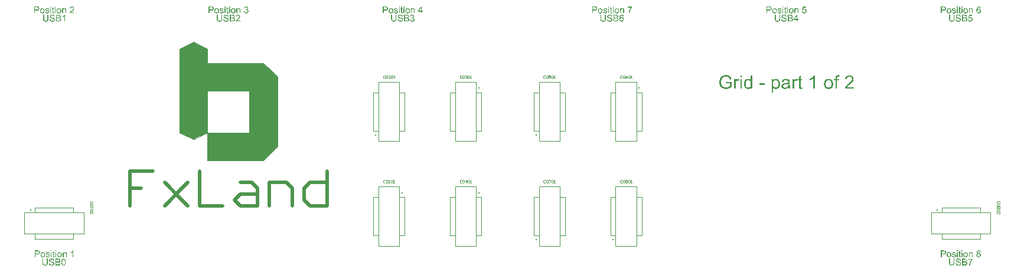
<source format=gbr>
%TF.GenerationSoftware,Altium Limited,Altium Designer,22.5.1 (42)*%
G04 Layer_Color=65535*
%FSLAX26Y26*%
%MOIN*%
%TF.SameCoordinates,06390142-FE97-446B-9427-C7DC68BF18C4*%
%TF.FilePolarity,Positive*%
%TF.FileFunction,Legend,Top*%
%TF.Part,Single*%
G01*
G75*
%TA.AperFunction,NonConductor*%
%ADD27C,0.000984*%
%ADD28C,0.003000*%
%ADD36C,0.003937*%
%ADD37C,0.020000*%
%ADD38R,0.009843X0.009843*%
%ADD39R,0.009842X0.009843*%
G36*
X2440945Y2559055D02*
Y2480315D01*
X2755906D01*
X2834646Y2401575D01*
Y2007874D01*
X2755905Y1929134D01*
X2440945D01*
Y2086614D01*
X2677165D01*
Y2322835D01*
X2440945D01*
Y2086614D01*
X2362205Y2047244D01*
X2283465Y2086614D01*
Y2322835D01*
Y2559055D01*
X2362205Y2598425D01*
X2440945Y2559055D01*
D02*
G37*
G36*
X1583782Y2793125D02*
X1579149D01*
Y2798414D01*
X1583782D01*
Y2793125D01*
D02*
G37*
G36*
X1557378D02*
X1552745D01*
Y2798414D01*
X1557378D01*
Y2793125D01*
D02*
G37*
G36*
X1633761Y2788574D02*
X1634007D01*
X1634622Y2788492D01*
X1635319Y2788410D01*
X1636098Y2788246D01*
X1636877Y2788000D01*
X1637656Y2787713D01*
X1637697D01*
X1637738Y2787672D01*
X1637984Y2787549D01*
X1638353Y2787344D01*
X1638845Y2787098D01*
X1639337Y2786729D01*
X1639870Y2786360D01*
X1640362Y2785909D01*
X1640772Y2785376D01*
X1640813Y2785294D01*
X1640936Y2785130D01*
X1641100Y2784802D01*
X1641346Y2784392D01*
X1641592Y2783900D01*
X1641797Y2783326D01*
X1642043Y2782670D01*
X1642207Y2781932D01*
Y2781891D01*
X1642248Y2781686D01*
X1642289Y2781358D01*
X1642371Y2780907D01*
X1642412Y2780292D01*
Y2779923D01*
X1642453Y2779513D01*
Y2779062D01*
X1642494Y2778529D01*
Y2777996D01*
Y2777422D01*
Y2760571D01*
X1637861D01*
Y2777258D01*
Y2777299D01*
Y2777381D01*
Y2777545D01*
Y2777709D01*
Y2777955D01*
X1637820Y2778242D01*
X1637779Y2778857D01*
X1637738Y2779554D01*
X1637615Y2780251D01*
X1637492Y2780907D01*
X1637287Y2781481D01*
X1637246Y2781563D01*
X1637164Y2781727D01*
X1637041Y2781973D01*
X1636836Y2782301D01*
X1636590Y2782670D01*
X1636262Y2783039D01*
X1635852Y2783408D01*
X1635360Y2783736D01*
X1635319Y2783777D01*
X1635114Y2783859D01*
X1634827Y2784023D01*
X1634458Y2784187D01*
X1633966Y2784310D01*
X1633433Y2784474D01*
X1632818Y2784556D01*
X1632121Y2784597D01*
X1631834D01*
X1631629Y2784556D01*
X1631383D01*
X1631055Y2784515D01*
X1630358Y2784351D01*
X1629579Y2784146D01*
X1628718Y2783818D01*
X1627857Y2783326D01*
X1627406Y2783039D01*
X1626996Y2782711D01*
X1626955Y2782670D01*
X1626914Y2782629D01*
X1626791Y2782506D01*
X1626668Y2782342D01*
X1626504Y2782096D01*
X1626340Y2781850D01*
X1626135Y2781522D01*
X1625930Y2781112D01*
X1625725Y2780661D01*
X1625520Y2780128D01*
X1625356Y2779554D01*
X1625192Y2778898D01*
X1625069Y2778160D01*
X1624946Y2777381D01*
X1624905Y2776479D01*
X1624864Y2775536D01*
Y2760571D01*
X1620231D01*
Y2788000D01*
X1624413D01*
Y2784064D01*
X1624454Y2784105D01*
X1624536Y2784269D01*
X1624741Y2784474D01*
X1624987Y2784761D01*
X1625274Y2785130D01*
X1625643Y2785499D01*
X1626094Y2785909D01*
X1626627Y2786360D01*
X1627201Y2786770D01*
X1627857Y2787180D01*
X1628554Y2787549D01*
X1629333Y2787918D01*
X1630194Y2788205D01*
X1631096Y2788410D01*
X1632080Y2788574D01*
X1633105Y2788615D01*
X1633515D01*
X1633761Y2788574D01*
D02*
G37*
G36*
X1536099D02*
X1536427D01*
X1537206Y2788492D01*
X1538067Y2788369D01*
X1539051Y2788205D01*
X1539994Y2788000D01*
X1540937Y2787672D01*
X1540978D01*
X1541060Y2787631D01*
X1541183Y2787590D01*
X1541347Y2787508D01*
X1541757Y2787303D01*
X1542331Y2787016D01*
X1542905Y2786647D01*
X1543479Y2786196D01*
X1544053Y2785704D01*
X1544545Y2785130D01*
X1544586Y2785048D01*
X1544750Y2784843D01*
X1544955Y2784474D01*
X1545201Y2784023D01*
X1545488Y2783408D01*
X1545734Y2782670D01*
X1545980Y2781850D01*
X1546185Y2780907D01*
X1541634Y2780292D01*
Y2780333D01*
Y2780374D01*
X1541552Y2780620D01*
X1541470Y2781030D01*
X1541306Y2781481D01*
X1541060Y2782014D01*
X1540732Y2782547D01*
X1540322Y2783080D01*
X1539830Y2783572D01*
X1539748Y2783613D01*
X1539543Y2783777D01*
X1539215Y2783982D01*
X1538764Y2784187D01*
X1538149Y2784433D01*
X1537411Y2784597D01*
X1536591Y2784761D01*
X1535607Y2784802D01*
X1535074D01*
X1534828Y2784761D01*
X1534541D01*
X1533844Y2784679D01*
X1533106Y2784556D01*
X1532327Y2784351D01*
X1531630Y2784105D01*
X1531343Y2783941D01*
X1531056Y2783736D01*
X1531015Y2783695D01*
X1530851Y2783531D01*
X1530646Y2783326D01*
X1530400Y2783039D01*
X1530113Y2782670D01*
X1529908Y2782219D01*
X1529744Y2781768D01*
X1529703Y2781235D01*
Y2781194D01*
Y2781071D01*
X1529744Y2780907D01*
X1529785Y2780702D01*
X1529949Y2780169D01*
X1530072Y2779882D01*
X1530236Y2779595D01*
X1530277Y2779554D01*
X1530359Y2779472D01*
X1530482Y2779349D01*
X1530687Y2779185D01*
X1530933Y2778980D01*
X1531261Y2778775D01*
X1531630Y2778570D01*
X1532040Y2778365D01*
X1532081D01*
X1532204Y2778324D01*
X1532450Y2778242D01*
X1532819Y2778119D01*
X1533065Y2778037D01*
X1533352Y2777955D01*
X1533680Y2777873D01*
X1534049Y2777750D01*
X1534500Y2777627D01*
X1534992Y2777504D01*
X1535525Y2777340D01*
X1536140Y2777176D01*
X1536181D01*
X1536345Y2777135D01*
X1536591Y2777053D01*
X1536960Y2776971D01*
X1537329Y2776848D01*
X1537780Y2776725D01*
X1538313Y2776561D01*
X1538846Y2776397D01*
X1539994Y2776069D01*
X1541101Y2775700D01*
X1541634Y2775536D01*
X1542126Y2775331D01*
X1542577Y2775167D01*
X1542987Y2775003D01*
X1543028D01*
X1543069Y2774962D01*
X1543315Y2774839D01*
X1543684Y2774675D01*
X1544094Y2774388D01*
X1544586Y2774060D01*
X1545119Y2773650D01*
X1545611Y2773158D01*
X1546062Y2772584D01*
X1546103Y2772502D01*
X1546226Y2772297D01*
X1546431Y2771969D01*
X1546636Y2771477D01*
X1546841Y2770903D01*
X1547046Y2770247D01*
X1547169Y2769468D01*
X1547210Y2768607D01*
Y2768566D01*
Y2768484D01*
Y2768361D01*
Y2768197D01*
X1547128Y2767746D01*
X1547046Y2767172D01*
X1546882Y2766516D01*
X1546636Y2765778D01*
X1546267Y2764999D01*
X1545816Y2764220D01*
Y2764179D01*
X1545734Y2764138D01*
X1545570Y2763892D01*
X1545242Y2763523D01*
X1544832Y2763072D01*
X1544258Y2762539D01*
X1543602Y2762006D01*
X1542823Y2761514D01*
X1541921Y2761063D01*
X1541880D01*
X1541798Y2761022D01*
X1541675Y2760981D01*
X1541470Y2760899D01*
X1541224Y2760817D01*
X1540937Y2760694D01*
X1540609Y2760612D01*
X1540240Y2760530D01*
X1539379Y2760325D01*
X1538395Y2760120D01*
X1537329Y2759997D01*
X1536140Y2759956D01*
X1535607D01*
X1535238Y2759997D01*
X1534828Y2760038D01*
X1534295Y2760079D01*
X1533721Y2760120D01*
X1533106Y2760243D01*
X1531794Y2760489D01*
X1530400Y2760858D01*
X1529744Y2761104D01*
X1529088Y2761432D01*
X1528514Y2761760D01*
X1527940Y2762129D01*
X1527899Y2762170D01*
X1527817Y2762252D01*
X1527694Y2762375D01*
X1527489Y2762539D01*
X1527284Y2762785D01*
X1527038Y2763072D01*
X1526751Y2763400D01*
X1526464Y2763769D01*
X1526136Y2764220D01*
X1525849Y2764712D01*
X1525562Y2765245D01*
X1525275Y2765860D01*
X1525029Y2766475D01*
X1524783Y2767172D01*
X1524578Y2767951D01*
X1524414Y2768730D01*
X1529006Y2769468D01*
Y2769427D01*
X1529047Y2769345D01*
Y2769222D01*
X1529088Y2769017D01*
X1529129Y2768771D01*
X1529211Y2768525D01*
X1529416Y2767910D01*
X1529703Y2767213D01*
X1530072Y2766475D01*
X1530523Y2765819D01*
X1531138Y2765204D01*
X1531179D01*
X1531220Y2765163D01*
X1531466Y2764999D01*
X1531876Y2764753D01*
X1532450Y2764507D01*
X1533147Y2764220D01*
X1534008Y2764015D01*
X1534992Y2763851D01*
X1536099Y2763769D01*
X1536427D01*
X1536632Y2763810D01*
X1536919D01*
X1537206Y2763851D01*
X1537903Y2763933D01*
X1538682Y2764097D01*
X1539502Y2764302D01*
X1540240Y2764630D01*
X1540896Y2765040D01*
X1540978Y2765081D01*
X1541142Y2765286D01*
X1541388Y2765532D01*
X1541675Y2765901D01*
X1541962Y2766352D01*
X1542208Y2766885D01*
X1542372Y2767459D01*
X1542454Y2768115D01*
Y2768197D01*
Y2768361D01*
X1542372Y2768689D01*
X1542290Y2769017D01*
X1542126Y2769427D01*
X1541880Y2769837D01*
X1541511Y2770247D01*
X1541060Y2770616D01*
X1541019Y2770657D01*
X1540855Y2770739D01*
X1540568Y2770862D01*
X1540363Y2770944D01*
X1540117Y2771026D01*
X1539789Y2771149D01*
X1539461Y2771272D01*
X1539092Y2771395D01*
X1538641Y2771518D01*
X1538149Y2771682D01*
X1537575Y2771846D01*
X1536960Y2772010D01*
X1536304Y2772174D01*
X1536263D01*
X1536099Y2772215D01*
X1535812Y2772297D01*
X1535484Y2772379D01*
X1535074Y2772502D01*
X1534582Y2772625D01*
X1534049Y2772789D01*
X1533475Y2772953D01*
X1532327Y2773322D01*
X1531138Y2773691D01*
X1530564Y2773855D01*
X1530072Y2774060D01*
X1529580Y2774265D01*
X1529170Y2774429D01*
X1529129D01*
X1529088Y2774470D01*
X1528842Y2774593D01*
X1528514Y2774798D01*
X1528063Y2775126D01*
X1527571Y2775495D01*
X1527079Y2775905D01*
X1526587Y2776438D01*
X1526177Y2777012D01*
X1526136Y2777094D01*
X1526013Y2777299D01*
X1525849Y2777668D01*
X1525685Y2778119D01*
X1525521Y2778652D01*
X1525357Y2779267D01*
X1525234Y2779964D01*
X1525193Y2780702D01*
Y2780743D01*
Y2780784D01*
Y2781030D01*
X1525234Y2781358D01*
X1525316Y2781809D01*
X1525398Y2782342D01*
X1525521Y2782916D01*
X1525726Y2783531D01*
X1526013Y2784105D01*
X1526054Y2784187D01*
X1526177Y2784351D01*
X1526341Y2784638D01*
X1526628Y2785007D01*
X1526915Y2785417D01*
X1527325Y2785868D01*
X1527776Y2786278D01*
X1528309Y2786688D01*
X1528350Y2786729D01*
X1528514Y2786811D01*
X1528760Y2786975D01*
X1529088Y2787139D01*
X1529498Y2787344D01*
X1529990Y2787590D01*
X1530605Y2787836D01*
X1531261Y2788041D01*
X1531302D01*
X1531343Y2788082D01*
X1531589Y2788123D01*
X1531958Y2788205D01*
X1532491Y2788328D01*
X1533065Y2788451D01*
X1533762Y2788533D01*
X1534500Y2788574D01*
X1535279Y2788615D01*
X1535812D01*
X1536099Y2788574D01*
D02*
G37*
G36*
X1676442Y2798496D02*
X1676893Y2798455D01*
X1677426Y2798373D01*
X1678041Y2798291D01*
X1678656Y2798168D01*
X1679353Y2798004D01*
X1680050Y2797799D01*
X1680788Y2797553D01*
X1681485Y2797266D01*
X1682223Y2796897D01*
X1682920Y2796487D01*
X1683576Y2796036D01*
X1684191Y2795503D01*
X1684232Y2795462D01*
X1684314Y2795380D01*
X1684478Y2795175D01*
X1684683Y2794970D01*
X1684929Y2794683D01*
X1685216Y2794314D01*
X1685503Y2793904D01*
X1685790Y2793412D01*
X1686077Y2792920D01*
X1686364Y2792346D01*
X1686651Y2791731D01*
X1686897Y2791075D01*
X1687102Y2790337D01*
X1687266Y2789599D01*
X1687348Y2788820D01*
X1687389Y2788000D01*
Y2787959D01*
Y2787918D01*
Y2787795D01*
Y2787631D01*
X1687348Y2787180D01*
X1687266Y2786606D01*
X1687143Y2785909D01*
X1686979Y2785171D01*
X1686774Y2784351D01*
X1686446Y2783531D01*
Y2783490D01*
X1686405Y2783449D01*
X1686364Y2783326D01*
X1686282Y2783162D01*
X1686036Y2782711D01*
X1685708Y2782137D01*
X1685257Y2781440D01*
X1684724Y2780661D01*
X1684109Y2779841D01*
X1683330Y2778939D01*
X1683289Y2778898D01*
X1683248Y2778816D01*
X1683084Y2778693D01*
X1682920Y2778488D01*
X1682674Y2778242D01*
X1682387Y2777955D01*
X1682059Y2777586D01*
X1681649Y2777217D01*
X1681157Y2776766D01*
X1680624Y2776274D01*
X1680050Y2775700D01*
X1679394Y2775126D01*
X1678697Y2774470D01*
X1677918Y2773814D01*
X1677057Y2773076D01*
X1676155Y2772297D01*
X1676114Y2772256D01*
X1675991Y2772133D01*
X1675745Y2771969D01*
X1675499Y2771723D01*
X1675130Y2771436D01*
X1674761Y2771108D01*
X1673900Y2770370D01*
X1672998Y2769591D01*
X1672137Y2768771D01*
X1671727Y2768402D01*
X1671358Y2768074D01*
X1671030Y2767746D01*
X1670784Y2767500D01*
X1670743Y2767459D01*
X1670579Y2767295D01*
X1670374Y2767049D01*
X1670087Y2766721D01*
X1669759Y2766352D01*
X1669431Y2765942D01*
X1668775Y2765040D01*
X1687430D01*
Y2760571D01*
X1662379D01*
Y2760653D01*
Y2760858D01*
Y2761186D01*
X1662420Y2761596D01*
X1662461Y2762088D01*
X1662584Y2762621D01*
X1662707Y2763195D01*
X1662912Y2763769D01*
Y2763810D01*
X1662953Y2763892D01*
X1662994Y2764015D01*
X1663076Y2764220D01*
X1663199Y2764425D01*
X1663322Y2764712D01*
X1663650Y2765368D01*
X1664060Y2766147D01*
X1664593Y2767008D01*
X1665208Y2767910D01*
X1665946Y2768812D01*
X1665987Y2768853D01*
X1666028Y2768935D01*
X1666151Y2769058D01*
X1666356Y2769263D01*
X1666561Y2769468D01*
X1666848Y2769755D01*
X1667135Y2770083D01*
X1667504Y2770452D01*
X1667914Y2770862D01*
X1668365Y2771272D01*
X1668857Y2771764D01*
X1669431Y2772256D01*
X1670005Y2772789D01*
X1670661Y2773322D01*
X1671317Y2773896D01*
X1672055Y2774511D01*
X1672137Y2774552D01*
X1672342Y2774757D01*
X1672629Y2775003D01*
X1673039Y2775372D01*
X1673531Y2775782D01*
X1674105Y2776274D01*
X1674761Y2776807D01*
X1675417Y2777422D01*
X1676811Y2778693D01*
X1678164Y2780046D01*
X1678820Y2780702D01*
X1679435Y2781358D01*
X1679968Y2781973D01*
X1680419Y2782547D01*
X1680460Y2782588D01*
X1680501Y2782670D01*
X1680624Y2782834D01*
X1680747Y2783039D01*
X1680952Y2783326D01*
X1681116Y2783613D01*
X1681526Y2784351D01*
X1681936Y2785212D01*
X1682305Y2786155D01*
X1682551Y2787139D01*
X1682592Y2787631D01*
X1682633Y2788123D01*
Y2788164D01*
Y2788246D01*
Y2788410D01*
X1682592Y2788574D01*
Y2788820D01*
X1682510Y2789107D01*
X1682387Y2789722D01*
X1682141Y2790460D01*
X1681772Y2791239D01*
X1681567Y2791649D01*
X1681280Y2792018D01*
X1680993Y2792387D01*
X1680624Y2792756D01*
X1680583Y2792797D01*
X1680542Y2792838D01*
X1680419Y2792920D01*
X1680255Y2793043D01*
X1680050Y2793207D01*
X1679804Y2793371D01*
X1679230Y2793740D01*
X1678451Y2794068D01*
X1677590Y2794396D01*
X1676565Y2794601D01*
X1675991Y2794683D01*
X1675089D01*
X1674843Y2794642D01*
X1674556D01*
X1674228Y2794560D01*
X1673490Y2794437D01*
X1672629Y2794191D01*
X1671727Y2793822D01*
X1671276Y2793576D01*
X1670825Y2793330D01*
X1670415Y2793002D01*
X1670005Y2792633D01*
X1669964Y2792592D01*
X1669923Y2792551D01*
X1669841Y2792428D01*
X1669677Y2792264D01*
X1669554Y2792059D01*
X1669390Y2791813D01*
X1669185Y2791526D01*
X1669021Y2791198D01*
X1668816Y2790829D01*
X1668652Y2790419D01*
X1668324Y2789435D01*
X1668078Y2788369D01*
X1668037Y2787754D01*
X1667996Y2787098D01*
X1663240Y2787590D01*
Y2787672D01*
X1663281Y2787836D01*
X1663322Y2788082D01*
X1663363Y2788451D01*
X1663445Y2788902D01*
X1663568Y2789435D01*
X1663691Y2790009D01*
X1663896Y2790624D01*
X1664101Y2791239D01*
X1664347Y2791936D01*
X1664675Y2792592D01*
X1665003Y2793248D01*
X1665413Y2793945D01*
X1665864Y2794560D01*
X1666356Y2795175D01*
X1666930Y2795708D01*
X1666971Y2795749D01*
X1667094Y2795831D01*
X1667258Y2795954D01*
X1667504Y2796159D01*
X1667832Y2796364D01*
X1668242Y2796610D01*
X1668693Y2796856D01*
X1669226Y2797143D01*
X1669800Y2797389D01*
X1670456Y2797635D01*
X1671153Y2797881D01*
X1671932Y2798086D01*
X1672752Y2798291D01*
X1673613Y2798414D01*
X1674556Y2798496D01*
X1675540Y2798537D01*
X1676073D01*
X1676442Y2798496D01*
D02*
G37*
G36*
X1583782Y2760571D02*
X1579149D01*
Y2788000D01*
X1583782D01*
Y2760571D01*
D02*
G37*
G36*
X1557378D02*
X1552745D01*
Y2788000D01*
X1557378D01*
Y2760571D01*
D02*
G37*
G36*
X1478576Y2798373D02*
X1479519Y2798332D01*
X1480462Y2798250D01*
X1481364Y2798168D01*
X1481815Y2798127D01*
X1482184Y2798045D01*
X1482225D01*
X1482307Y2798004D01*
X1482471D01*
X1482635Y2797963D01*
X1482881Y2797881D01*
X1483168Y2797840D01*
X1483824Y2797635D01*
X1484562Y2797389D01*
X1485341Y2797061D01*
X1486120Y2796692D01*
X1486858Y2796241D01*
X1486899D01*
X1486940Y2796200D01*
X1487186Y2795995D01*
X1487514Y2795708D01*
X1487965Y2795298D01*
X1488416Y2794806D01*
X1488949Y2794150D01*
X1489441Y2793453D01*
X1489892Y2792592D01*
Y2792551D01*
X1489933Y2792469D01*
X1490015Y2792346D01*
X1490097Y2792182D01*
X1490179Y2791977D01*
X1490261Y2791690D01*
X1490507Y2791075D01*
X1490712Y2790296D01*
X1490917Y2789435D01*
X1491040Y2788451D01*
X1491081Y2787426D01*
Y2787385D01*
Y2787221D01*
Y2786975D01*
X1491040Y2786606D01*
X1490999Y2786196D01*
X1490917Y2785745D01*
X1490835Y2785212D01*
X1490712Y2784597D01*
X1490548Y2783982D01*
X1490343Y2783326D01*
X1490097Y2782670D01*
X1489769Y2781973D01*
X1489441Y2781276D01*
X1489031Y2780579D01*
X1488539Y2779923D01*
X1488006Y2779267D01*
X1487965Y2779226D01*
X1487842Y2779144D01*
X1487678Y2778980D01*
X1487391Y2778734D01*
X1487063Y2778488D01*
X1486612Y2778201D01*
X1486079Y2777914D01*
X1485464Y2777627D01*
X1484726Y2777299D01*
X1483947Y2777012D01*
X1483004Y2776725D01*
X1482020Y2776479D01*
X1480872Y2776274D01*
X1479642Y2776110D01*
X1478330Y2775987D01*
X1476854Y2775946D01*
X1467178D01*
Y2760571D01*
X1462176D01*
Y2798414D01*
X1477756D01*
X1478576Y2798373D01*
D02*
G37*
G36*
X1569842Y2788000D02*
X1574557D01*
Y2784392D01*
X1569842D01*
Y2768320D01*
Y2768279D01*
Y2768238D01*
Y2767992D01*
Y2767664D01*
X1569883Y2767254D01*
Y2766844D01*
X1569965Y2766434D01*
X1570006Y2766065D01*
X1570088Y2765778D01*
Y2765737D01*
X1570129Y2765696D01*
X1570293Y2765450D01*
X1570539Y2765163D01*
X1570867Y2764876D01*
X1570908D01*
X1570990Y2764835D01*
X1571113Y2764794D01*
X1571277Y2764712D01*
X1571523Y2764671D01*
X1571769Y2764589D01*
X1572097Y2764548D01*
X1572794D01*
X1573040Y2764589D01*
X1573327D01*
X1573696Y2764630D01*
X1574106Y2764671D01*
X1574557Y2764712D01*
X1575172Y2760612D01*
X1575090D01*
X1574844Y2760530D01*
X1574475Y2760489D01*
X1573983Y2760407D01*
X1573450Y2760325D01*
X1572876Y2760284D01*
X1571646Y2760202D01*
X1571236D01*
X1570785Y2760243D01*
X1570211Y2760284D01*
X1569555Y2760407D01*
X1568899Y2760530D01*
X1568284Y2760735D01*
X1567710Y2760981D01*
X1567669Y2761022D01*
X1567505Y2761145D01*
X1567259Y2761309D01*
X1566931Y2761555D01*
X1566603Y2761842D01*
X1566275Y2762211D01*
X1565988Y2762621D01*
X1565742Y2763072D01*
X1565701Y2763154D01*
X1565660Y2763359D01*
X1565619Y2763523D01*
X1565578Y2763728D01*
X1565537Y2763974D01*
X1565496Y2764261D01*
X1565414Y2764589D01*
X1565373Y2764999D01*
X1565332Y2765450D01*
X1565291Y2765942D01*
X1565250Y2766516D01*
Y2767131D01*
X1565209Y2767828D01*
Y2768566D01*
Y2784392D01*
X1561765D01*
Y2788000D01*
X1565209D01*
Y2794765D01*
X1569842Y2797553D01*
Y2788000D01*
D02*
G37*
G36*
X1602478Y2788574D02*
X1602888D01*
X1603380Y2788492D01*
X1603913Y2788410D01*
X1604528Y2788287D01*
X1605225Y2788164D01*
X1605922Y2787959D01*
X1606701Y2787713D01*
X1607439Y2787385D01*
X1608218Y2787057D01*
X1608997Y2786606D01*
X1609735Y2786114D01*
X1610473Y2785540D01*
X1611170Y2784884D01*
X1611211Y2784843D01*
X1611334Y2784720D01*
X1611498Y2784515D01*
X1611744Y2784187D01*
X1611990Y2783818D01*
X1612318Y2783367D01*
X1612646Y2782834D01*
X1612974Y2782219D01*
X1613302Y2781522D01*
X1613630Y2780743D01*
X1613958Y2779923D01*
X1614204Y2779021D01*
X1614450Y2778037D01*
X1614614Y2776971D01*
X1614737Y2775823D01*
X1614778Y2774634D01*
Y2774593D01*
Y2774388D01*
Y2774142D01*
X1614737Y2773773D01*
Y2773322D01*
X1614696Y2772789D01*
X1614655Y2772215D01*
X1614573Y2771600D01*
X1614409Y2770288D01*
X1614122Y2768894D01*
X1613712Y2767541D01*
X1613466Y2766926D01*
X1613179Y2766311D01*
Y2766270D01*
X1613097Y2766188D01*
X1613015Y2766024D01*
X1612892Y2765819D01*
X1612728Y2765573D01*
X1612523Y2765245D01*
X1611990Y2764589D01*
X1611334Y2763810D01*
X1610555Y2763031D01*
X1609612Y2762293D01*
X1608546Y2761596D01*
X1608505D01*
X1608423Y2761514D01*
X1608259Y2761432D01*
X1608013Y2761350D01*
X1607726Y2761227D01*
X1607398Y2761063D01*
X1607029Y2760940D01*
X1606578Y2760776D01*
X1606127Y2760612D01*
X1605594Y2760489D01*
X1604487Y2760202D01*
X1603257Y2760038D01*
X1601945Y2759956D01*
X1601699D01*
X1601412Y2759997D01*
X1601002D01*
X1600510Y2760079D01*
X1599936Y2760161D01*
X1599321Y2760284D01*
X1598624Y2760407D01*
X1597886Y2760612D01*
X1597148Y2760858D01*
X1596369Y2761145D01*
X1595590Y2761514D01*
X1594811Y2761924D01*
X1594073Y2762416D01*
X1593335Y2762990D01*
X1592638Y2763646D01*
X1592597Y2763687D01*
X1592474Y2763810D01*
X1592310Y2764015D01*
X1592105Y2764343D01*
X1591818Y2764712D01*
X1591531Y2765163D01*
X1591203Y2765737D01*
X1590875Y2766352D01*
X1590547Y2767090D01*
X1590219Y2767869D01*
X1589932Y2768730D01*
X1589645Y2769673D01*
X1589440Y2770698D01*
X1589276Y2771805D01*
X1589153Y2772994D01*
X1589112Y2774265D01*
Y2774306D01*
Y2774347D01*
Y2774593D01*
X1589153Y2775003D01*
X1589194Y2775495D01*
X1589235Y2776151D01*
X1589317Y2776889D01*
X1589481Y2777668D01*
X1589645Y2778529D01*
X1589850Y2779431D01*
X1590137Y2780374D01*
X1590506Y2781317D01*
X1590875Y2782260D01*
X1591367Y2783162D01*
X1591941Y2784023D01*
X1592597Y2784802D01*
X1593335Y2785540D01*
X1593376Y2785581D01*
X1593499Y2785663D01*
X1593704Y2785827D01*
X1593950Y2786032D01*
X1594319Y2786237D01*
X1594729Y2786524D01*
X1595180Y2786811D01*
X1595754Y2787098D01*
X1596328Y2787385D01*
X1596984Y2787631D01*
X1597681Y2787918D01*
X1598460Y2788123D01*
X1599280Y2788328D01*
X1600100Y2788492D01*
X1601002Y2788574D01*
X1601945Y2788615D01*
X1602191D01*
X1602478Y2788574D01*
D02*
G37*
G36*
X1508506D02*
X1508916D01*
X1509408Y2788492D01*
X1509941Y2788410D01*
X1510556Y2788287D01*
X1511253Y2788164D01*
X1511950Y2787959D01*
X1512729Y2787713D01*
X1513467Y2787385D01*
X1514246Y2787057D01*
X1515025Y2786606D01*
X1515763Y2786114D01*
X1516501Y2785540D01*
X1517198Y2784884D01*
X1517239Y2784843D01*
X1517362Y2784720D01*
X1517526Y2784515D01*
X1517772Y2784187D01*
X1518018Y2783818D01*
X1518346Y2783367D01*
X1518674Y2782834D01*
X1519002Y2782219D01*
X1519330Y2781522D01*
X1519658Y2780743D01*
X1519986Y2779923D01*
X1520232Y2779021D01*
X1520478Y2778037D01*
X1520642Y2776971D01*
X1520765Y2775823D01*
X1520806Y2774634D01*
Y2774593D01*
Y2774388D01*
Y2774142D01*
X1520765Y2773773D01*
Y2773322D01*
X1520724Y2772789D01*
X1520683Y2772215D01*
X1520601Y2771600D01*
X1520437Y2770288D01*
X1520150Y2768894D01*
X1519740Y2767541D01*
X1519494Y2766926D01*
X1519207Y2766311D01*
Y2766270D01*
X1519125Y2766188D01*
X1519043Y2766024D01*
X1518920Y2765819D01*
X1518756Y2765573D01*
X1518551Y2765245D01*
X1518018Y2764589D01*
X1517362Y2763810D01*
X1516583Y2763031D01*
X1515640Y2762293D01*
X1514574Y2761596D01*
X1514533D01*
X1514451Y2761514D01*
X1514287Y2761432D01*
X1514041Y2761350D01*
X1513754Y2761227D01*
X1513426Y2761063D01*
X1513057Y2760940D01*
X1512606Y2760776D01*
X1512155Y2760612D01*
X1511622Y2760489D01*
X1510515Y2760202D01*
X1509285Y2760038D01*
X1507973Y2759956D01*
X1507727D01*
X1507440Y2759997D01*
X1507030D01*
X1506538Y2760079D01*
X1505964Y2760161D01*
X1505349Y2760284D01*
X1504652Y2760407D01*
X1503914Y2760612D01*
X1503176Y2760858D01*
X1502397Y2761145D01*
X1501618Y2761514D01*
X1500839Y2761924D01*
X1500101Y2762416D01*
X1499363Y2762990D01*
X1498666Y2763646D01*
X1498625Y2763687D01*
X1498502Y2763810D01*
X1498338Y2764015D01*
X1498133Y2764343D01*
X1497846Y2764712D01*
X1497559Y2765163D01*
X1497231Y2765737D01*
X1496903Y2766352D01*
X1496575Y2767090D01*
X1496247Y2767869D01*
X1495960Y2768730D01*
X1495673Y2769673D01*
X1495468Y2770698D01*
X1495304Y2771805D01*
X1495181Y2772994D01*
X1495140Y2774265D01*
Y2774306D01*
Y2774347D01*
Y2774593D01*
X1495181Y2775003D01*
X1495222Y2775495D01*
X1495263Y2776151D01*
X1495345Y2776889D01*
X1495509Y2777668D01*
X1495673Y2778529D01*
X1495878Y2779431D01*
X1496165Y2780374D01*
X1496534Y2781317D01*
X1496903Y2782260D01*
X1497395Y2783162D01*
X1497969Y2784023D01*
X1498625Y2784802D01*
X1499363Y2785540D01*
X1499404Y2785581D01*
X1499527Y2785663D01*
X1499732Y2785827D01*
X1499978Y2786032D01*
X1500347Y2786237D01*
X1500757Y2786524D01*
X1501208Y2786811D01*
X1501782Y2787098D01*
X1502356Y2787385D01*
X1503012Y2787631D01*
X1503709Y2787918D01*
X1504488Y2788123D01*
X1505308Y2788328D01*
X1506128Y2788492D01*
X1507030Y2788574D01*
X1507973Y2788615D01*
X1508219D01*
X1508506Y2788574D01*
D02*
G37*
G36*
X1564922Y2752347D02*
X1565373Y2752306D01*
X1565824Y2752265D01*
X1566357Y2752224D01*
X1567505Y2752060D01*
X1568776Y2751814D01*
X1570047Y2751445D01*
X1571277Y2750994D01*
X1571318D01*
X1571400Y2750912D01*
X1571605Y2750871D01*
X1571810Y2750748D01*
X1572056Y2750584D01*
X1572384Y2750420D01*
X1573081Y2750010D01*
X1573901Y2749436D01*
X1574721Y2748739D01*
X1575500Y2747960D01*
X1576197Y2747017D01*
X1576238Y2746976D01*
X1576279Y2746894D01*
X1576361Y2746771D01*
X1576484Y2746566D01*
X1576607Y2746320D01*
X1576771Y2746033D01*
X1576894Y2745664D01*
X1577099Y2745295D01*
X1577427Y2744434D01*
X1577714Y2743409D01*
X1577960Y2742302D01*
X1578083Y2741072D01*
X1573286Y2740703D01*
Y2740744D01*
X1573245Y2740867D01*
Y2741031D01*
X1573204Y2741277D01*
X1573122Y2741605D01*
X1573040Y2741933D01*
X1572794Y2742712D01*
X1572466Y2743573D01*
X1571974Y2744475D01*
X1571400Y2745336D01*
X1571031Y2745705D01*
X1570621Y2746074D01*
X1570580Y2746115D01*
X1570539Y2746156D01*
X1570375Y2746238D01*
X1570211Y2746361D01*
X1569965Y2746484D01*
X1569678Y2746648D01*
X1569350Y2746812D01*
X1568981Y2747017D01*
X1568530Y2747181D01*
X1568038Y2747345D01*
X1567505Y2747509D01*
X1566931Y2747632D01*
X1566275Y2747755D01*
X1565578Y2747837D01*
X1564840Y2747919D01*
X1563651D01*
X1563323Y2747878D01*
X1562954D01*
X1562544Y2747837D01*
X1562052Y2747796D01*
X1561560Y2747714D01*
X1560453Y2747509D01*
X1559387Y2747222D01*
X1558362Y2746812D01*
X1557870Y2746525D01*
X1557460Y2746238D01*
X1557419D01*
X1557378Y2746156D01*
X1557132Y2745951D01*
X1556804Y2745582D01*
X1556435Y2745090D01*
X1556066Y2744516D01*
X1555738Y2743819D01*
X1555492Y2743081D01*
X1555451Y2742671D01*
X1555410Y2742220D01*
Y2742179D01*
Y2742138D01*
X1555451Y2741892D01*
X1555492Y2741523D01*
X1555574Y2741072D01*
X1555779Y2740539D01*
X1556025Y2739965D01*
X1556353Y2739432D01*
X1556845Y2738899D01*
X1556927Y2738858D01*
X1557009Y2738776D01*
X1557173Y2738653D01*
X1557378Y2738530D01*
X1557624Y2738407D01*
X1557952Y2738243D01*
X1558321Y2738038D01*
X1558772Y2737833D01*
X1559305Y2737628D01*
X1559920Y2737423D01*
X1560617Y2737177D01*
X1561437Y2736931D01*
X1562298Y2736685D01*
X1563282Y2736398D01*
X1564389Y2736152D01*
X1564471D01*
X1564676Y2736111D01*
X1564963Y2736029D01*
X1565373Y2735906D01*
X1565865Y2735824D01*
X1566439Y2735660D01*
X1567054Y2735537D01*
X1567710Y2735332D01*
X1569104Y2734963D01*
X1570498Y2734594D01*
X1571154Y2734389D01*
X1571728Y2734184D01*
X1572302Y2733979D01*
X1572753Y2733774D01*
X1572794D01*
X1572917Y2733692D01*
X1573081Y2733610D01*
X1573286Y2733487D01*
X1573573Y2733364D01*
X1573901Y2733159D01*
X1574598Y2732708D01*
X1575418Y2732175D01*
X1576197Y2731519D01*
X1576976Y2730740D01*
X1577304Y2730330D01*
X1577632Y2729920D01*
Y2729879D01*
X1577714Y2729797D01*
X1577796Y2729674D01*
X1577878Y2729510D01*
X1578001Y2729305D01*
X1578124Y2729018D01*
X1578452Y2728362D01*
X1578739Y2727583D01*
X1578985Y2726681D01*
X1579149Y2725656D01*
X1579231Y2724549D01*
Y2724508D01*
Y2724426D01*
Y2724262D01*
X1579190Y2724057D01*
Y2723770D01*
X1579149Y2723483D01*
X1579026Y2722704D01*
X1578821Y2721843D01*
X1578493Y2720900D01*
X1578042Y2719916D01*
X1577796Y2719383D01*
X1577468Y2718891D01*
Y2718850D01*
X1577386Y2718768D01*
X1577304Y2718645D01*
X1577140Y2718440D01*
X1576771Y2717989D01*
X1576197Y2717374D01*
X1575500Y2716718D01*
X1574639Y2716021D01*
X1573655Y2715365D01*
X1572507Y2714750D01*
X1572466D01*
X1572343Y2714668D01*
X1572179Y2714627D01*
X1571933Y2714504D01*
X1571646Y2714422D01*
X1571277Y2714299D01*
X1570867Y2714135D01*
X1570375Y2714012D01*
X1569883Y2713889D01*
X1569309Y2713725D01*
X1568079Y2713520D01*
X1566726Y2713356D01*
X1565250Y2713274D01*
X1564758D01*
X1564389Y2713315D01*
X1563938D01*
X1563446Y2713356D01*
X1562872Y2713397D01*
X1562216Y2713479D01*
X1560863Y2713643D01*
X1559428Y2713889D01*
X1557993Y2714258D01*
X1556599Y2714750D01*
X1556558D01*
X1556435Y2714832D01*
X1556271Y2714914D01*
X1556025Y2715037D01*
X1555738Y2715201D01*
X1555410Y2715365D01*
X1554631Y2715857D01*
X1553770Y2716472D01*
X1552868Y2717251D01*
X1551966Y2718153D01*
X1551187Y2719219D01*
X1551146Y2719260D01*
X1551105Y2719342D01*
X1551023Y2719506D01*
X1550900Y2719752D01*
X1550736Y2720039D01*
X1550572Y2720367D01*
X1550367Y2720777D01*
X1550203Y2721228D01*
X1549998Y2721679D01*
X1549834Y2722212D01*
X1549506Y2723401D01*
X1549260Y2724672D01*
X1549178Y2725369D01*
X1549137Y2726066D01*
X1553852Y2726476D01*
Y2726435D01*
Y2726353D01*
X1553893Y2726189D01*
X1553934Y2725984D01*
X1553975Y2725738D01*
X1554016Y2725492D01*
X1554180Y2724795D01*
X1554385Y2724057D01*
X1554631Y2723278D01*
X1554959Y2722499D01*
X1555369Y2721761D01*
X1555410Y2721679D01*
X1555615Y2721474D01*
X1555902Y2721146D01*
X1556312Y2720736D01*
X1556845Y2720244D01*
X1557501Y2719793D01*
X1558280Y2719301D01*
X1559182Y2718850D01*
X1559223D01*
X1559305Y2718809D01*
X1559428Y2718768D01*
X1559633Y2718686D01*
X1559879Y2718604D01*
X1560166Y2718481D01*
X1560494Y2718399D01*
X1560863Y2718317D01*
X1561724Y2718112D01*
X1562749Y2717907D01*
X1563815Y2717784D01*
X1565004Y2717743D01*
X1565496D01*
X1565742Y2717784D01*
X1566029D01*
X1566685Y2717866D01*
X1567464Y2717948D01*
X1568325Y2718071D01*
X1569186Y2718276D01*
X1570006Y2718563D01*
X1570047D01*
X1570088Y2718604D01*
X1570211Y2718645D01*
X1570375Y2718727D01*
X1570744Y2718932D01*
X1571236Y2719178D01*
X1571769Y2719506D01*
X1572343Y2719916D01*
X1572835Y2720367D01*
X1573286Y2720900D01*
X1573327Y2720982D01*
X1573450Y2721146D01*
X1573655Y2721474D01*
X1573860Y2721884D01*
X1574024Y2722376D01*
X1574229Y2722909D01*
X1574352Y2723524D01*
X1574393Y2724139D01*
Y2724180D01*
Y2724221D01*
Y2724426D01*
X1574352Y2724795D01*
X1574270Y2725205D01*
X1574147Y2725697D01*
X1573942Y2726230D01*
X1573696Y2726763D01*
X1573327Y2727255D01*
X1573286Y2727296D01*
X1573122Y2727460D01*
X1572876Y2727706D01*
X1572507Y2728034D01*
X1572056Y2728362D01*
X1571441Y2728731D01*
X1570744Y2729100D01*
X1569924Y2729469D01*
X1569842Y2729510D01*
X1569760Y2729551D01*
X1569596Y2729592D01*
X1569432Y2729633D01*
X1569186Y2729715D01*
X1568858Y2729838D01*
X1568530Y2729920D01*
X1568079Y2730043D01*
X1567628Y2730207D01*
X1567054Y2730330D01*
X1566439Y2730494D01*
X1565742Y2730699D01*
X1565004Y2730863D01*
X1564143Y2731109D01*
X1563200Y2731314D01*
X1563159D01*
X1562995Y2731355D01*
X1562708Y2731437D01*
X1562380Y2731519D01*
X1561929Y2731642D01*
X1561437Y2731765D01*
X1560945Y2731929D01*
X1560371Y2732093D01*
X1559141Y2732462D01*
X1557952Y2732872D01*
X1557378Y2733077D01*
X1556845Y2733282D01*
X1556353Y2733487D01*
X1555943Y2733692D01*
X1555902D01*
X1555820Y2733774D01*
X1555697Y2733856D01*
X1555492Y2733938D01*
X1555000Y2734225D01*
X1554426Y2734635D01*
X1553729Y2735168D01*
X1553073Y2735742D01*
X1552417Y2736439D01*
X1551884Y2737177D01*
Y2737218D01*
X1551843Y2737259D01*
X1551761Y2737382D01*
X1551679Y2737546D01*
X1551474Y2737997D01*
X1551228Y2738571D01*
X1550982Y2739268D01*
X1550777Y2740088D01*
X1550613Y2740990D01*
X1550572Y2741933D01*
Y2741974D01*
Y2742056D01*
Y2742220D01*
X1550613Y2742425D01*
Y2742671D01*
X1550654Y2742958D01*
X1550777Y2743696D01*
X1550982Y2744516D01*
X1551228Y2745377D01*
X1551638Y2746320D01*
X1552171Y2747263D01*
Y2747304D01*
X1552253Y2747386D01*
X1552335Y2747509D01*
X1552458Y2747673D01*
X1552868Y2748124D01*
X1553401Y2748698D01*
X1554057Y2749313D01*
X1554877Y2749928D01*
X1555820Y2750543D01*
X1556927Y2751076D01*
X1556968D01*
X1557050Y2751117D01*
X1557255Y2751199D01*
X1557460Y2751281D01*
X1557747Y2751363D01*
X1558116Y2751486D01*
X1558526Y2751609D01*
X1558977Y2751732D01*
X1559469Y2751855D01*
X1560002Y2751978D01*
X1561150Y2752183D01*
X1562462Y2752347D01*
X1563856Y2752388D01*
X1564553D01*
X1564922Y2752347D01*
D02*
G37*
G36*
X1542454Y2729879D02*
Y2729797D01*
Y2729633D01*
Y2729346D01*
Y2728936D01*
X1542413Y2728444D01*
X1542372Y2727911D01*
X1542331Y2727296D01*
X1542290Y2726599D01*
X1542126Y2725164D01*
X1541921Y2723647D01*
X1541593Y2722171D01*
X1541388Y2721474D01*
X1541142Y2720818D01*
Y2720777D01*
X1541101Y2720654D01*
X1541019Y2720490D01*
X1540896Y2720244D01*
X1540732Y2719957D01*
X1540568Y2719629D01*
X1540076Y2718891D01*
X1539789Y2718440D01*
X1539461Y2718030D01*
X1539051Y2717538D01*
X1538641Y2717087D01*
X1538149Y2716636D01*
X1537657Y2716185D01*
X1537083Y2715775D01*
X1536468Y2715365D01*
X1536427Y2715324D01*
X1536304Y2715283D01*
X1536140Y2715160D01*
X1535853Y2715037D01*
X1535525Y2714873D01*
X1535115Y2714709D01*
X1534664Y2714504D01*
X1534090Y2714340D01*
X1533516Y2714135D01*
X1532860Y2713930D01*
X1532122Y2713766D01*
X1531343Y2713602D01*
X1530482Y2713479D01*
X1529580Y2713356D01*
X1528637Y2713315D01*
X1527653Y2713274D01*
X1527120D01*
X1526751Y2713315D01*
X1526300D01*
X1525808Y2713356D01*
X1525193Y2713438D01*
X1524578Y2713520D01*
X1523184Y2713725D01*
X1521708Y2714053D01*
X1520273Y2714504D01*
X1519576Y2714750D01*
X1518920Y2715078D01*
X1518879Y2715119D01*
X1518756Y2715160D01*
X1518592Y2715283D01*
X1518387Y2715406D01*
X1518100Y2715611D01*
X1517772Y2715857D01*
X1517444Y2716103D01*
X1517075Y2716431D01*
X1516255Y2717169D01*
X1515476Y2718071D01*
X1514738Y2719137D01*
X1514410Y2719752D01*
X1514123Y2720367D01*
Y2720408D01*
X1514082Y2720531D01*
X1514000Y2720736D01*
X1513918Y2721023D01*
X1513795Y2721351D01*
X1513672Y2721802D01*
X1513549Y2722294D01*
X1513426Y2722868D01*
X1513262Y2723524D01*
X1513139Y2724221D01*
X1513016Y2725000D01*
X1512934Y2725861D01*
X1512811Y2726763D01*
X1512770Y2727747D01*
X1512688Y2728772D01*
Y2729879D01*
Y2751732D01*
X1517690D01*
Y2729879D01*
Y2729838D01*
Y2729674D01*
Y2729428D01*
Y2729059D01*
X1517731Y2728649D01*
Y2728198D01*
X1517772Y2727665D01*
X1517813Y2727132D01*
X1517895Y2725943D01*
X1518059Y2724754D01*
X1518305Y2723606D01*
X1518428Y2723073D01*
X1518592Y2722622D01*
Y2722581D01*
X1518633Y2722540D01*
X1518674Y2722417D01*
X1518756Y2722253D01*
X1519002Y2721802D01*
X1519330Y2721310D01*
X1519740Y2720695D01*
X1520273Y2720121D01*
X1520929Y2719547D01*
X1521708Y2719014D01*
X1521749D01*
X1521831Y2718973D01*
X1521954Y2718891D01*
X1522118Y2718809D01*
X1522323Y2718727D01*
X1522610Y2718645D01*
X1522897Y2718522D01*
X1523225Y2718399D01*
X1524045Y2718194D01*
X1524988Y2717989D01*
X1526054Y2717825D01*
X1527202Y2717784D01*
X1527735D01*
X1528104Y2717825D01*
X1528555Y2717866D01*
X1529088Y2717907D01*
X1529662Y2717989D01*
X1530277Y2718112D01*
X1531548Y2718399D01*
X1532204Y2718604D01*
X1532860Y2718850D01*
X1533475Y2719137D01*
X1534049Y2719465D01*
X1534582Y2719834D01*
X1535074Y2720285D01*
X1535115Y2720326D01*
X1535197Y2720408D01*
X1535279Y2720572D01*
X1535443Y2720777D01*
X1535607Y2721064D01*
X1535812Y2721433D01*
X1536058Y2721884D01*
X1536263Y2722417D01*
X1536468Y2723032D01*
X1536714Y2723729D01*
X1536919Y2724508D01*
X1537083Y2725369D01*
X1537247Y2726353D01*
X1537370Y2727419D01*
X1537411Y2728608D01*
X1537452Y2729879D01*
Y2751732D01*
X1542454D01*
Y2729879D01*
D02*
G37*
G36*
X1636918Y2713889D02*
X1632285D01*
Y2743450D01*
X1632203Y2743368D01*
X1631998Y2743163D01*
X1631629Y2742876D01*
X1631096Y2742466D01*
X1630481Y2741974D01*
X1629702Y2741441D01*
X1628841Y2740867D01*
X1627857Y2740252D01*
X1627816D01*
X1627734Y2740170D01*
X1627611Y2740088D01*
X1627406Y2740006D01*
X1627160Y2739842D01*
X1626873Y2739719D01*
X1626217Y2739350D01*
X1625479Y2738981D01*
X1624659Y2738571D01*
X1623798Y2738202D01*
X1622978Y2737874D01*
Y2742343D01*
X1623019Y2742384D01*
X1623142Y2742425D01*
X1623347Y2742548D01*
X1623634Y2742671D01*
X1623962Y2742835D01*
X1624372Y2743081D01*
X1624823Y2743327D01*
X1625274Y2743573D01*
X1626340Y2744229D01*
X1627488Y2745008D01*
X1628677Y2745828D01*
X1629784Y2746771D01*
X1629825Y2746812D01*
X1629907Y2746894D01*
X1630071Y2747017D01*
X1630276Y2747222D01*
X1630481Y2747468D01*
X1630768Y2747714D01*
X1631383Y2748411D01*
X1632080Y2749149D01*
X1632777Y2750010D01*
X1633392Y2750912D01*
X1633925Y2751855D01*
X1636918D01*
Y2713889D01*
D02*
G37*
G36*
X1601084Y2751691D02*
X1601535D01*
X1601986Y2751650D01*
X1602519Y2751568D01*
X1603585Y2751445D01*
X1604774Y2751240D01*
X1605881Y2750953D01*
X1606947Y2750543D01*
X1606988D01*
X1607070Y2750502D01*
X1607193Y2750420D01*
X1607398Y2750338D01*
X1607849Y2750051D01*
X1608464Y2749682D01*
X1609120Y2749190D01*
X1609776Y2748575D01*
X1610432Y2747837D01*
X1611047Y2747017D01*
Y2746976D01*
X1611129Y2746894D01*
X1611170Y2746771D01*
X1611293Y2746607D01*
X1611416Y2746402D01*
X1611539Y2746115D01*
X1611826Y2745500D01*
X1612072Y2744762D01*
X1612318Y2743901D01*
X1612482Y2742999D01*
X1612564Y2742015D01*
Y2741974D01*
Y2741892D01*
Y2741769D01*
Y2741605D01*
X1612482Y2741154D01*
X1612400Y2740539D01*
X1612236Y2739842D01*
X1611990Y2739063D01*
X1611662Y2738284D01*
X1611211Y2737464D01*
Y2737423D01*
X1611170Y2737382D01*
X1611088Y2737259D01*
X1610965Y2737095D01*
X1610678Y2736726D01*
X1610227Y2736234D01*
X1609694Y2735701D01*
X1608997Y2735127D01*
X1608218Y2734553D01*
X1607275Y2734020D01*
X1607316D01*
X1607439Y2733979D01*
X1607603Y2733897D01*
X1607849Y2733815D01*
X1608136Y2733692D01*
X1608464Y2733569D01*
X1609202Y2733200D01*
X1610063Y2732749D01*
X1610924Y2732134D01*
X1611785Y2731437D01*
X1612523Y2730576D01*
X1612564Y2730535D01*
X1612605Y2730453D01*
X1612687Y2730330D01*
X1612810Y2730166D01*
X1612974Y2729920D01*
X1613138Y2729633D01*
X1613302Y2729305D01*
X1613466Y2728936D01*
X1613794Y2728116D01*
X1614122Y2727132D01*
X1614327Y2726025D01*
X1614409Y2725451D01*
Y2724836D01*
Y2724795D01*
Y2724713D01*
Y2724590D01*
Y2724385D01*
X1614368Y2724139D01*
Y2723893D01*
X1614286Y2723237D01*
X1614122Y2722458D01*
X1613917Y2721638D01*
X1613630Y2720736D01*
X1613261Y2719875D01*
Y2719834D01*
X1613220Y2719793D01*
X1613138Y2719670D01*
X1613056Y2719506D01*
X1612810Y2719096D01*
X1612482Y2718604D01*
X1612113Y2718030D01*
X1611621Y2717456D01*
X1611088Y2716882D01*
X1610473Y2716349D01*
X1610391Y2716308D01*
X1610186Y2716144D01*
X1609817Y2715939D01*
X1609325Y2715652D01*
X1608751Y2715365D01*
X1608054Y2715037D01*
X1607234Y2714750D01*
X1606332Y2714504D01*
X1606291D01*
X1606209Y2714463D01*
X1606086D01*
X1605881Y2714422D01*
X1605635Y2714381D01*
X1605348Y2714299D01*
X1605020Y2714258D01*
X1604651Y2714217D01*
X1604241Y2714135D01*
X1603749Y2714094D01*
X1602724Y2713971D01*
X1601535Y2713930D01*
X1600223Y2713889D01*
X1585832D01*
Y2751732D01*
X1600715D01*
X1601084Y2751691D01*
D02*
G37*
G36*
X3552163Y2793207D02*
X3547530D01*
Y2798496D01*
X3552163D01*
Y2793207D01*
D02*
G37*
G36*
X3525759D02*
X3521126D01*
Y2798496D01*
X3525759D01*
Y2793207D01*
D02*
G37*
G36*
X3602142Y2788656D02*
X3602388D01*
X3603003Y2788574D01*
X3603700Y2788492D01*
X3604479Y2788328D01*
X3605258Y2788082D01*
X3606037Y2787795D01*
X3606078D01*
X3606119Y2787754D01*
X3606365Y2787631D01*
X3606734Y2787426D01*
X3607226Y2787180D01*
X3607718Y2786811D01*
X3608251Y2786442D01*
X3608743Y2785991D01*
X3609153Y2785458D01*
X3609194Y2785376D01*
X3609317Y2785212D01*
X3609481Y2784884D01*
X3609727Y2784474D01*
X3609973Y2783982D01*
X3610178Y2783408D01*
X3610424Y2782752D01*
X3610588Y2782014D01*
Y2781973D01*
X3610629Y2781768D01*
X3610670Y2781440D01*
X3610752Y2780989D01*
X3610793Y2780374D01*
Y2780005D01*
X3610834Y2779595D01*
Y2779144D01*
X3610875Y2778611D01*
Y2778078D01*
Y2777504D01*
Y2760653D01*
X3606242D01*
Y2777340D01*
Y2777381D01*
Y2777463D01*
Y2777627D01*
Y2777791D01*
Y2778037D01*
X3606201Y2778324D01*
X3606160Y2778939D01*
X3606119Y2779636D01*
X3605996Y2780333D01*
X3605873Y2780989D01*
X3605668Y2781563D01*
X3605627Y2781645D01*
X3605545Y2781809D01*
X3605422Y2782055D01*
X3605217Y2782383D01*
X3604971Y2782752D01*
X3604643Y2783121D01*
X3604233Y2783490D01*
X3603741Y2783818D01*
X3603700Y2783859D01*
X3603495Y2783941D01*
X3603208Y2784105D01*
X3602839Y2784269D01*
X3602347Y2784392D01*
X3601814Y2784556D01*
X3601199Y2784638D01*
X3600502Y2784679D01*
X3600215D01*
X3600010Y2784638D01*
X3599764D01*
X3599436Y2784597D01*
X3598739Y2784433D01*
X3597960Y2784228D01*
X3597099Y2783900D01*
X3596238Y2783408D01*
X3595787Y2783121D01*
X3595377Y2782793D01*
X3595336Y2782752D01*
X3595295Y2782711D01*
X3595172Y2782588D01*
X3595049Y2782424D01*
X3594885Y2782178D01*
X3594721Y2781932D01*
X3594516Y2781604D01*
X3594311Y2781194D01*
X3594106Y2780743D01*
X3593901Y2780210D01*
X3593737Y2779636D01*
X3593573Y2778980D01*
X3593450Y2778242D01*
X3593327Y2777463D01*
X3593286Y2776561D01*
X3593245Y2775618D01*
Y2760653D01*
X3588612D01*
Y2788082D01*
X3592794D01*
Y2784146D01*
X3592835Y2784187D01*
X3592917Y2784351D01*
X3593122Y2784556D01*
X3593368Y2784843D01*
X3593655Y2785212D01*
X3594024Y2785581D01*
X3594475Y2785991D01*
X3595008Y2786442D01*
X3595582Y2786852D01*
X3596238Y2787262D01*
X3596935Y2787631D01*
X3597714Y2788000D01*
X3598575Y2788287D01*
X3599477Y2788492D01*
X3600461Y2788656D01*
X3601486Y2788697D01*
X3601896D01*
X3602142Y2788656D01*
D02*
G37*
G36*
X3504480D02*
X3504808D01*
X3505587Y2788574D01*
X3506448Y2788451D01*
X3507432Y2788287D01*
X3508375Y2788082D01*
X3509318Y2787754D01*
X3509359D01*
X3509441Y2787713D01*
X3509564Y2787672D01*
X3509728Y2787590D01*
X3510138Y2787385D01*
X3510712Y2787098D01*
X3511286Y2786729D01*
X3511860Y2786278D01*
X3512434Y2785786D01*
X3512926Y2785212D01*
X3512967Y2785130D01*
X3513131Y2784925D01*
X3513336Y2784556D01*
X3513582Y2784105D01*
X3513869Y2783490D01*
X3514115Y2782752D01*
X3514361Y2781932D01*
X3514566Y2780989D01*
X3510015Y2780374D01*
Y2780415D01*
Y2780456D01*
X3509933Y2780702D01*
X3509851Y2781112D01*
X3509687Y2781563D01*
X3509441Y2782096D01*
X3509113Y2782629D01*
X3508703Y2783162D01*
X3508211Y2783654D01*
X3508129Y2783695D01*
X3507924Y2783859D01*
X3507596Y2784064D01*
X3507145Y2784269D01*
X3506530Y2784515D01*
X3505792Y2784679D01*
X3504972Y2784843D01*
X3503988Y2784884D01*
X3503455D01*
X3503209Y2784843D01*
X3502922D01*
X3502225Y2784761D01*
X3501487Y2784638D01*
X3500708Y2784433D01*
X3500011Y2784187D01*
X3499724Y2784023D01*
X3499437Y2783818D01*
X3499396Y2783777D01*
X3499232Y2783613D01*
X3499027Y2783408D01*
X3498781Y2783121D01*
X3498494Y2782752D01*
X3498289Y2782301D01*
X3498125Y2781850D01*
X3498084Y2781317D01*
Y2781276D01*
Y2781153D01*
X3498125Y2780989D01*
X3498166Y2780784D01*
X3498330Y2780251D01*
X3498453Y2779964D01*
X3498617Y2779677D01*
X3498658Y2779636D01*
X3498740Y2779554D01*
X3498863Y2779431D01*
X3499068Y2779267D01*
X3499314Y2779062D01*
X3499642Y2778857D01*
X3500011Y2778652D01*
X3500421Y2778447D01*
X3500462D01*
X3500585Y2778406D01*
X3500831Y2778324D01*
X3501200Y2778201D01*
X3501446Y2778119D01*
X3501733Y2778037D01*
X3502061Y2777955D01*
X3502430Y2777832D01*
X3502881Y2777709D01*
X3503373Y2777586D01*
X3503906Y2777422D01*
X3504521Y2777258D01*
X3504562D01*
X3504726Y2777217D01*
X3504972Y2777135D01*
X3505341Y2777053D01*
X3505710Y2776930D01*
X3506161Y2776807D01*
X3506694Y2776643D01*
X3507227Y2776479D01*
X3508375Y2776151D01*
X3509482Y2775782D01*
X3510015Y2775618D01*
X3510507Y2775413D01*
X3510958Y2775249D01*
X3511368Y2775085D01*
X3511409D01*
X3511450Y2775044D01*
X3511696Y2774921D01*
X3512065Y2774757D01*
X3512475Y2774470D01*
X3512967Y2774142D01*
X3513500Y2773732D01*
X3513992Y2773240D01*
X3514443Y2772666D01*
X3514484Y2772584D01*
X3514607Y2772379D01*
X3514812Y2772051D01*
X3515017Y2771559D01*
X3515222Y2770985D01*
X3515427Y2770329D01*
X3515550Y2769550D01*
X3515591Y2768689D01*
Y2768648D01*
Y2768566D01*
Y2768443D01*
Y2768279D01*
X3515509Y2767828D01*
X3515427Y2767254D01*
X3515263Y2766598D01*
X3515017Y2765860D01*
X3514648Y2765081D01*
X3514197Y2764302D01*
Y2764261D01*
X3514115Y2764220D01*
X3513951Y2763974D01*
X3513623Y2763605D01*
X3513213Y2763154D01*
X3512639Y2762621D01*
X3511983Y2762088D01*
X3511204Y2761596D01*
X3510302Y2761145D01*
X3510261D01*
X3510179Y2761104D01*
X3510056Y2761063D01*
X3509851Y2760981D01*
X3509605Y2760899D01*
X3509318Y2760776D01*
X3508990Y2760694D01*
X3508621Y2760612D01*
X3507760Y2760407D01*
X3506776Y2760202D01*
X3505710Y2760079D01*
X3504521Y2760038D01*
X3503988D01*
X3503619Y2760079D01*
X3503209Y2760120D01*
X3502676Y2760161D01*
X3502102Y2760202D01*
X3501487Y2760325D01*
X3500175Y2760571D01*
X3498781Y2760940D01*
X3498125Y2761186D01*
X3497469Y2761514D01*
X3496895Y2761842D01*
X3496321Y2762211D01*
X3496280Y2762252D01*
X3496198Y2762334D01*
X3496075Y2762457D01*
X3495870Y2762621D01*
X3495665Y2762867D01*
X3495419Y2763154D01*
X3495132Y2763482D01*
X3494845Y2763851D01*
X3494517Y2764302D01*
X3494230Y2764794D01*
X3493943Y2765327D01*
X3493656Y2765942D01*
X3493410Y2766557D01*
X3493164Y2767254D01*
X3492959Y2768033D01*
X3492795Y2768812D01*
X3497387Y2769550D01*
Y2769509D01*
X3497428Y2769427D01*
Y2769304D01*
X3497469Y2769099D01*
X3497510Y2768853D01*
X3497592Y2768607D01*
X3497797Y2767992D01*
X3498084Y2767295D01*
X3498453Y2766557D01*
X3498904Y2765901D01*
X3499519Y2765286D01*
X3499560D01*
X3499601Y2765245D01*
X3499847Y2765081D01*
X3500257Y2764835D01*
X3500831Y2764589D01*
X3501528Y2764302D01*
X3502389Y2764097D01*
X3503373Y2763933D01*
X3504480Y2763851D01*
X3504808D01*
X3505013Y2763892D01*
X3505300D01*
X3505587Y2763933D01*
X3506284Y2764015D01*
X3507063Y2764179D01*
X3507883Y2764384D01*
X3508621Y2764712D01*
X3509277Y2765122D01*
X3509359Y2765163D01*
X3509523Y2765368D01*
X3509769Y2765614D01*
X3510056Y2765983D01*
X3510343Y2766434D01*
X3510589Y2766967D01*
X3510753Y2767541D01*
X3510835Y2768197D01*
Y2768279D01*
Y2768443D01*
X3510753Y2768771D01*
X3510671Y2769099D01*
X3510507Y2769509D01*
X3510261Y2769919D01*
X3509892Y2770329D01*
X3509441Y2770698D01*
X3509400Y2770739D01*
X3509236Y2770821D01*
X3508949Y2770944D01*
X3508744Y2771026D01*
X3508498Y2771108D01*
X3508170Y2771231D01*
X3507842Y2771354D01*
X3507473Y2771477D01*
X3507022Y2771600D01*
X3506530Y2771764D01*
X3505956Y2771928D01*
X3505341Y2772092D01*
X3504685Y2772256D01*
X3504644D01*
X3504480Y2772297D01*
X3504193Y2772379D01*
X3503865Y2772461D01*
X3503455Y2772584D01*
X3502963Y2772707D01*
X3502430Y2772871D01*
X3501856Y2773035D01*
X3500708Y2773404D01*
X3499519Y2773773D01*
X3498945Y2773937D01*
X3498453Y2774142D01*
X3497961Y2774347D01*
X3497551Y2774511D01*
X3497510D01*
X3497469Y2774552D01*
X3497223Y2774675D01*
X3496895Y2774880D01*
X3496444Y2775208D01*
X3495952Y2775577D01*
X3495460Y2775987D01*
X3494968Y2776520D01*
X3494558Y2777094D01*
X3494517Y2777176D01*
X3494394Y2777381D01*
X3494230Y2777750D01*
X3494066Y2778201D01*
X3493902Y2778734D01*
X3493738Y2779349D01*
X3493615Y2780046D01*
X3493574Y2780784D01*
Y2780825D01*
Y2780866D01*
Y2781112D01*
X3493615Y2781440D01*
X3493697Y2781891D01*
X3493779Y2782424D01*
X3493902Y2782998D01*
X3494107Y2783613D01*
X3494394Y2784187D01*
X3494435Y2784269D01*
X3494558Y2784433D01*
X3494722Y2784720D01*
X3495009Y2785089D01*
X3495296Y2785499D01*
X3495706Y2785950D01*
X3496157Y2786360D01*
X3496690Y2786770D01*
X3496731Y2786811D01*
X3496895Y2786893D01*
X3497141Y2787057D01*
X3497469Y2787221D01*
X3497879Y2787426D01*
X3498371Y2787672D01*
X3498986Y2787918D01*
X3499642Y2788123D01*
X3499683D01*
X3499724Y2788164D01*
X3499970Y2788205D01*
X3500339Y2788287D01*
X3500872Y2788410D01*
X3501446Y2788533D01*
X3502143Y2788615D01*
X3502881Y2788656D01*
X3503660Y2788697D01*
X3504193D01*
X3504480Y2788656D01*
D02*
G37*
G36*
X3650932Y2773978D02*
X3656057D01*
Y2769714D01*
X3650932D01*
Y2760653D01*
X3646299D01*
Y2769714D01*
X3629817D01*
Y2773978D01*
X3647119Y2798496D01*
X3650932D01*
Y2773978D01*
D02*
G37*
G36*
X3552163Y2760653D02*
X3547530D01*
Y2788082D01*
X3552163D01*
Y2760653D01*
D02*
G37*
G36*
X3525759D02*
X3521126D01*
Y2788082D01*
X3525759D01*
Y2760653D01*
D02*
G37*
G36*
X3446957Y2798455D02*
X3447900Y2798414D01*
X3448843Y2798332D01*
X3449745Y2798250D01*
X3450196Y2798209D01*
X3450565Y2798127D01*
X3450606D01*
X3450688Y2798086D01*
X3450852D01*
X3451016Y2798045D01*
X3451262Y2797963D01*
X3451549Y2797922D01*
X3452205Y2797717D01*
X3452943Y2797471D01*
X3453722Y2797143D01*
X3454501Y2796774D01*
X3455239Y2796323D01*
X3455280D01*
X3455321Y2796282D01*
X3455567Y2796077D01*
X3455895Y2795790D01*
X3456346Y2795380D01*
X3456797Y2794888D01*
X3457330Y2794232D01*
X3457822Y2793535D01*
X3458273Y2792674D01*
Y2792633D01*
X3458314Y2792551D01*
X3458396Y2792428D01*
X3458478Y2792264D01*
X3458560Y2792059D01*
X3458642Y2791772D01*
X3458888Y2791157D01*
X3459093Y2790378D01*
X3459298Y2789517D01*
X3459421Y2788533D01*
X3459462Y2787508D01*
Y2787467D01*
Y2787303D01*
Y2787057D01*
X3459421Y2786688D01*
X3459380Y2786278D01*
X3459298Y2785827D01*
X3459216Y2785294D01*
X3459093Y2784679D01*
X3458929Y2784064D01*
X3458724Y2783408D01*
X3458478Y2782752D01*
X3458150Y2782055D01*
X3457822Y2781358D01*
X3457412Y2780661D01*
X3456920Y2780005D01*
X3456387Y2779349D01*
X3456346Y2779308D01*
X3456223Y2779226D01*
X3456059Y2779062D01*
X3455772Y2778816D01*
X3455444Y2778570D01*
X3454993Y2778283D01*
X3454460Y2777996D01*
X3453845Y2777709D01*
X3453107Y2777381D01*
X3452328Y2777094D01*
X3451385Y2776807D01*
X3450401Y2776561D01*
X3449253Y2776356D01*
X3448023Y2776192D01*
X3446711Y2776069D01*
X3445235Y2776028D01*
X3435559D01*
Y2760653D01*
X3430557D01*
Y2798496D01*
X3446137D01*
X3446957Y2798455D01*
D02*
G37*
G36*
X3538223Y2788082D02*
X3542938D01*
Y2784474D01*
X3538223D01*
Y2768402D01*
Y2768361D01*
Y2768320D01*
Y2768074D01*
Y2767746D01*
X3538264Y2767336D01*
Y2766926D01*
X3538346Y2766516D01*
X3538387Y2766147D01*
X3538469Y2765860D01*
Y2765819D01*
X3538510Y2765778D01*
X3538674Y2765532D01*
X3538920Y2765245D01*
X3539248Y2764958D01*
X3539289D01*
X3539371Y2764917D01*
X3539494Y2764876D01*
X3539658Y2764794D01*
X3539904Y2764753D01*
X3540150Y2764671D01*
X3540478Y2764630D01*
X3541175D01*
X3541421Y2764671D01*
X3541708D01*
X3542077Y2764712D01*
X3542487Y2764753D01*
X3542938Y2764794D01*
X3543553Y2760694D01*
X3543471D01*
X3543225Y2760612D01*
X3542856Y2760571D01*
X3542364Y2760489D01*
X3541831Y2760407D01*
X3541257Y2760366D01*
X3540027Y2760284D01*
X3539617D01*
X3539166Y2760325D01*
X3538592Y2760366D01*
X3537936Y2760489D01*
X3537280Y2760612D01*
X3536665Y2760817D01*
X3536091Y2761063D01*
X3536050Y2761104D01*
X3535886Y2761227D01*
X3535640Y2761391D01*
X3535312Y2761637D01*
X3534984Y2761924D01*
X3534656Y2762293D01*
X3534369Y2762703D01*
X3534123Y2763154D01*
X3534082Y2763236D01*
X3534041Y2763441D01*
X3534000Y2763605D01*
X3533959Y2763810D01*
X3533918Y2764056D01*
X3533877Y2764343D01*
X3533795Y2764671D01*
X3533754Y2765081D01*
X3533713Y2765532D01*
X3533672Y2766024D01*
X3533631Y2766598D01*
Y2767213D01*
X3533590Y2767910D01*
Y2768648D01*
Y2784474D01*
X3530146D01*
Y2788082D01*
X3533590D01*
Y2794847D01*
X3538223Y2797635D01*
Y2788082D01*
D02*
G37*
G36*
X3570859Y2788656D02*
X3571269D01*
X3571761Y2788574D01*
X3572294Y2788492D01*
X3572909Y2788369D01*
X3573606Y2788246D01*
X3574303Y2788041D01*
X3575082Y2787795D01*
X3575820Y2787467D01*
X3576599Y2787139D01*
X3577378Y2786688D01*
X3578116Y2786196D01*
X3578854Y2785622D01*
X3579551Y2784966D01*
X3579592Y2784925D01*
X3579715Y2784802D01*
X3579879Y2784597D01*
X3580125Y2784269D01*
X3580371Y2783900D01*
X3580699Y2783449D01*
X3581027Y2782916D01*
X3581355Y2782301D01*
X3581683Y2781604D01*
X3582011Y2780825D01*
X3582339Y2780005D01*
X3582585Y2779103D01*
X3582831Y2778119D01*
X3582995Y2777053D01*
X3583118Y2775905D01*
X3583159Y2774716D01*
Y2774675D01*
Y2774470D01*
Y2774224D01*
X3583118Y2773855D01*
Y2773404D01*
X3583077Y2772871D01*
X3583036Y2772297D01*
X3582954Y2771682D01*
X3582790Y2770370D01*
X3582503Y2768976D01*
X3582093Y2767623D01*
X3581847Y2767008D01*
X3581560Y2766393D01*
Y2766352D01*
X3581478Y2766270D01*
X3581396Y2766106D01*
X3581273Y2765901D01*
X3581109Y2765655D01*
X3580904Y2765327D01*
X3580371Y2764671D01*
X3579715Y2763892D01*
X3578936Y2763113D01*
X3577993Y2762375D01*
X3576927Y2761678D01*
X3576886D01*
X3576804Y2761596D01*
X3576640Y2761514D01*
X3576394Y2761432D01*
X3576107Y2761309D01*
X3575779Y2761145D01*
X3575410Y2761022D01*
X3574959Y2760858D01*
X3574508Y2760694D01*
X3573975Y2760571D01*
X3572868Y2760284D01*
X3571638Y2760120D01*
X3570326Y2760038D01*
X3570080D01*
X3569793Y2760079D01*
X3569383D01*
X3568891Y2760161D01*
X3568317Y2760243D01*
X3567702Y2760366D01*
X3567005Y2760489D01*
X3566267Y2760694D01*
X3565529Y2760940D01*
X3564750Y2761227D01*
X3563971Y2761596D01*
X3563192Y2762006D01*
X3562454Y2762498D01*
X3561716Y2763072D01*
X3561019Y2763728D01*
X3560978Y2763769D01*
X3560855Y2763892D01*
X3560691Y2764097D01*
X3560486Y2764425D01*
X3560199Y2764794D01*
X3559912Y2765245D01*
X3559584Y2765819D01*
X3559256Y2766434D01*
X3558928Y2767172D01*
X3558600Y2767951D01*
X3558313Y2768812D01*
X3558026Y2769755D01*
X3557821Y2770780D01*
X3557657Y2771887D01*
X3557534Y2773076D01*
X3557493Y2774347D01*
Y2774388D01*
Y2774429D01*
Y2774675D01*
X3557534Y2775085D01*
X3557575Y2775577D01*
X3557616Y2776233D01*
X3557698Y2776971D01*
X3557862Y2777750D01*
X3558026Y2778611D01*
X3558231Y2779513D01*
X3558518Y2780456D01*
X3558887Y2781399D01*
X3559256Y2782342D01*
X3559748Y2783244D01*
X3560322Y2784105D01*
X3560978Y2784884D01*
X3561716Y2785622D01*
X3561757Y2785663D01*
X3561880Y2785745D01*
X3562085Y2785909D01*
X3562331Y2786114D01*
X3562700Y2786319D01*
X3563110Y2786606D01*
X3563561Y2786893D01*
X3564135Y2787180D01*
X3564709Y2787467D01*
X3565365Y2787713D01*
X3566062Y2788000D01*
X3566841Y2788205D01*
X3567661Y2788410D01*
X3568481Y2788574D01*
X3569383Y2788656D01*
X3570326Y2788697D01*
X3570572D01*
X3570859Y2788656D01*
D02*
G37*
G36*
X3476887D02*
X3477297D01*
X3477789Y2788574D01*
X3478322Y2788492D01*
X3478937Y2788369D01*
X3479634Y2788246D01*
X3480331Y2788041D01*
X3481110Y2787795D01*
X3481848Y2787467D01*
X3482627Y2787139D01*
X3483406Y2786688D01*
X3484144Y2786196D01*
X3484882Y2785622D01*
X3485579Y2784966D01*
X3485620Y2784925D01*
X3485743Y2784802D01*
X3485907Y2784597D01*
X3486153Y2784269D01*
X3486399Y2783900D01*
X3486727Y2783449D01*
X3487055Y2782916D01*
X3487383Y2782301D01*
X3487711Y2781604D01*
X3488039Y2780825D01*
X3488367Y2780005D01*
X3488613Y2779103D01*
X3488859Y2778119D01*
X3489023Y2777053D01*
X3489146Y2775905D01*
X3489187Y2774716D01*
Y2774675D01*
Y2774470D01*
Y2774224D01*
X3489146Y2773855D01*
Y2773404D01*
X3489105Y2772871D01*
X3489064Y2772297D01*
X3488982Y2771682D01*
X3488818Y2770370D01*
X3488531Y2768976D01*
X3488121Y2767623D01*
X3487875Y2767008D01*
X3487588Y2766393D01*
Y2766352D01*
X3487506Y2766270D01*
X3487424Y2766106D01*
X3487301Y2765901D01*
X3487137Y2765655D01*
X3486932Y2765327D01*
X3486399Y2764671D01*
X3485743Y2763892D01*
X3484964Y2763113D01*
X3484021Y2762375D01*
X3482955Y2761678D01*
X3482914D01*
X3482832Y2761596D01*
X3482668Y2761514D01*
X3482422Y2761432D01*
X3482135Y2761309D01*
X3481807Y2761145D01*
X3481438Y2761022D01*
X3480987Y2760858D01*
X3480536Y2760694D01*
X3480003Y2760571D01*
X3478896Y2760284D01*
X3477666Y2760120D01*
X3476354Y2760038D01*
X3476108D01*
X3475821Y2760079D01*
X3475411D01*
X3474919Y2760161D01*
X3474345Y2760243D01*
X3473730Y2760366D01*
X3473033Y2760489D01*
X3472295Y2760694D01*
X3471557Y2760940D01*
X3470778Y2761227D01*
X3469999Y2761596D01*
X3469220Y2762006D01*
X3468482Y2762498D01*
X3467744Y2763072D01*
X3467047Y2763728D01*
X3467006Y2763769D01*
X3466883Y2763892D01*
X3466719Y2764097D01*
X3466514Y2764425D01*
X3466227Y2764794D01*
X3465940Y2765245D01*
X3465612Y2765819D01*
X3465284Y2766434D01*
X3464956Y2767172D01*
X3464628Y2767951D01*
X3464341Y2768812D01*
X3464054Y2769755D01*
X3463849Y2770780D01*
X3463685Y2771887D01*
X3463562Y2773076D01*
X3463521Y2774347D01*
Y2774388D01*
Y2774429D01*
Y2774675D01*
X3463562Y2775085D01*
X3463603Y2775577D01*
X3463644Y2776233D01*
X3463726Y2776971D01*
X3463890Y2777750D01*
X3464054Y2778611D01*
X3464259Y2779513D01*
X3464546Y2780456D01*
X3464915Y2781399D01*
X3465284Y2782342D01*
X3465776Y2783244D01*
X3466350Y2784105D01*
X3467006Y2784884D01*
X3467744Y2785622D01*
X3467785Y2785663D01*
X3467908Y2785745D01*
X3468113Y2785909D01*
X3468359Y2786114D01*
X3468728Y2786319D01*
X3469138Y2786606D01*
X3469589Y2786893D01*
X3470163Y2787180D01*
X3470737Y2787467D01*
X3471393Y2787713D01*
X3472090Y2788000D01*
X3472869Y2788205D01*
X3473689Y2788410D01*
X3474509Y2788574D01*
X3475411Y2788656D01*
X3476354Y2788697D01*
X3476600D01*
X3476887Y2788656D01*
D02*
G37*
G36*
X3529777Y2752429D02*
X3530228Y2752388D01*
X3530679Y2752347D01*
X3531212Y2752306D01*
X3532360Y2752142D01*
X3533631Y2751896D01*
X3534902Y2751527D01*
X3536132Y2751076D01*
X3536173D01*
X3536255Y2750994D01*
X3536460Y2750953D01*
X3536665Y2750830D01*
X3536911Y2750666D01*
X3537239Y2750502D01*
X3537936Y2750092D01*
X3538756Y2749518D01*
X3539576Y2748821D01*
X3540355Y2748042D01*
X3541052Y2747099D01*
X3541093Y2747058D01*
X3541134Y2746976D01*
X3541216Y2746853D01*
X3541339Y2746648D01*
X3541462Y2746402D01*
X3541626Y2746115D01*
X3541749Y2745746D01*
X3541954Y2745377D01*
X3542282Y2744516D01*
X3542569Y2743491D01*
X3542815Y2742384D01*
X3542938Y2741154D01*
X3538141Y2740785D01*
Y2740826D01*
X3538100Y2740949D01*
Y2741113D01*
X3538059Y2741359D01*
X3537977Y2741687D01*
X3537895Y2742015D01*
X3537649Y2742794D01*
X3537321Y2743655D01*
X3536829Y2744557D01*
X3536255Y2745418D01*
X3535886Y2745787D01*
X3535476Y2746156D01*
X3535435Y2746197D01*
X3535394Y2746238D01*
X3535230Y2746320D01*
X3535066Y2746443D01*
X3534820Y2746566D01*
X3534533Y2746730D01*
X3534205Y2746894D01*
X3533836Y2747099D01*
X3533385Y2747263D01*
X3532893Y2747427D01*
X3532360Y2747591D01*
X3531786Y2747714D01*
X3531130Y2747837D01*
X3530433Y2747919D01*
X3529695Y2748001D01*
X3528506D01*
X3528178Y2747960D01*
X3527809D01*
X3527399Y2747919D01*
X3526907Y2747878D01*
X3526415Y2747796D01*
X3525308Y2747591D01*
X3524242Y2747304D01*
X3523217Y2746894D01*
X3522725Y2746607D01*
X3522315Y2746320D01*
X3522274D01*
X3522233Y2746238D01*
X3521987Y2746033D01*
X3521659Y2745664D01*
X3521290Y2745172D01*
X3520921Y2744598D01*
X3520593Y2743901D01*
X3520347Y2743163D01*
X3520306Y2742753D01*
X3520265Y2742302D01*
Y2742261D01*
Y2742220D01*
X3520306Y2741974D01*
X3520347Y2741605D01*
X3520429Y2741154D01*
X3520634Y2740621D01*
X3520880Y2740047D01*
X3521208Y2739514D01*
X3521700Y2738981D01*
X3521782Y2738940D01*
X3521864Y2738858D01*
X3522028Y2738735D01*
X3522233Y2738612D01*
X3522479Y2738489D01*
X3522807Y2738325D01*
X3523176Y2738120D01*
X3523627Y2737915D01*
X3524160Y2737710D01*
X3524775Y2737505D01*
X3525472Y2737259D01*
X3526292Y2737013D01*
X3527153Y2736767D01*
X3528137Y2736480D01*
X3529244Y2736234D01*
X3529326D01*
X3529531Y2736193D01*
X3529818Y2736111D01*
X3530228Y2735988D01*
X3530720Y2735906D01*
X3531294Y2735742D01*
X3531909Y2735619D01*
X3532565Y2735414D01*
X3533959Y2735045D01*
X3535353Y2734676D01*
X3536009Y2734471D01*
X3536583Y2734266D01*
X3537157Y2734061D01*
X3537608Y2733856D01*
X3537649D01*
X3537772Y2733774D01*
X3537936Y2733692D01*
X3538141Y2733569D01*
X3538428Y2733446D01*
X3538756Y2733241D01*
X3539453Y2732790D01*
X3540273Y2732257D01*
X3541052Y2731601D01*
X3541831Y2730822D01*
X3542159Y2730412D01*
X3542487Y2730002D01*
Y2729961D01*
X3542569Y2729879D01*
X3542651Y2729756D01*
X3542733Y2729592D01*
X3542856Y2729387D01*
X3542979Y2729100D01*
X3543307Y2728444D01*
X3543594Y2727665D01*
X3543840Y2726763D01*
X3544004Y2725738D01*
X3544086Y2724631D01*
Y2724590D01*
Y2724508D01*
Y2724344D01*
X3544045Y2724139D01*
Y2723852D01*
X3544004Y2723565D01*
X3543881Y2722786D01*
X3543676Y2721925D01*
X3543348Y2720982D01*
X3542897Y2719998D01*
X3542651Y2719465D01*
X3542323Y2718973D01*
Y2718932D01*
X3542241Y2718850D01*
X3542159Y2718727D01*
X3541995Y2718522D01*
X3541626Y2718071D01*
X3541052Y2717456D01*
X3540355Y2716800D01*
X3539494Y2716103D01*
X3538510Y2715447D01*
X3537362Y2714832D01*
X3537321D01*
X3537198Y2714750D01*
X3537034Y2714709D01*
X3536788Y2714586D01*
X3536501Y2714504D01*
X3536132Y2714381D01*
X3535722Y2714217D01*
X3535230Y2714094D01*
X3534738Y2713971D01*
X3534164Y2713807D01*
X3532934Y2713602D01*
X3531581Y2713438D01*
X3530105Y2713356D01*
X3529613D01*
X3529244Y2713397D01*
X3528793D01*
X3528301Y2713438D01*
X3527727Y2713479D01*
X3527071Y2713561D01*
X3525718Y2713725D01*
X3524283Y2713971D01*
X3522848Y2714340D01*
X3521454Y2714832D01*
X3521413D01*
X3521290Y2714914D01*
X3521126Y2714996D01*
X3520880Y2715119D01*
X3520593Y2715283D01*
X3520265Y2715447D01*
X3519486Y2715939D01*
X3518625Y2716554D01*
X3517723Y2717333D01*
X3516821Y2718235D01*
X3516042Y2719301D01*
X3516001Y2719342D01*
X3515960Y2719424D01*
X3515878Y2719588D01*
X3515755Y2719834D01*
X3515591Y2720121D01*
X3515427Y2720449D01*
X3515222Y2720859D01*
X3515058Y2721310D01*
X3514853Y2721761D01*
X3514689Y2722294D01*
X3514361Y2723483D01*
X3514115Y2724754D01*
X3514033Y2725451D01*
X3513992Y2726148D01*
X3518707Y2726558D01*
Y2726517D01*
Y2726435D01*
X3518748Y2726271D01*
X3518789Y2726066D01*
X3518830Y2725820D01*
X3518871Y2725574D01*
X3519035Y2724877D01*
X3519240Y2724139D01*
X3519486Y2723360D01*
X3519814Y2722581D01*
X3520224Y2721843D01*
X3520265Y2721761D01*
X3520470Y2721556D01*
X3520757Y2721228D01*
X3521167Y2720818D01*
X3521700Y2720326D01*
X3522356Y2719875D01*
X3523135Y2719383D01*
X3524037Y2718932D01*
X3524078D01*
X3524160Y2718891D01*
X3524283Y2718850D01*
X3524488Y2718768D01*
X3524734Y2718686D01*
X3525021Y2718563D01*
X3525349Y2718481D01*
X3525718Y2718399D01*
X3526579Y2718194D01*
X3527604Y2717989D01*
X3528670Y2717866D01*
X3529859Y2717825D01*
X3530351D01*
X3530597Y2717866D01*
X3530884D01*
X3531540Y2717948D01*
X3532319Y2718030D01*
X3533180Y2718153D01*
X3534041Y2718358D01*
X3534861Y2718645D01*
X3534902D01*
X3534943Y2718686D01*
X3535066Y2718727D01*
X3535230Y2718809D01*
X3535599Y2719014D01*
X3536091Y2719260D01*
X3536624Y2719588D01*
X3537198Y2719998D01*
X3537690Y2720449D01*
X3538141Y2720982D01*
X3538182Y2721064D01*
X3538305Y2721228D01*
X3538510Y2721556D01*
X3538715Y2721966D01*
X3538879Y2722458D01*
X3539084Y2722991D01*
X3539207Y2723606D01*
X3539248Y2724221D01*
Y2724262D01*
Y2724303D01*
Y2724508D01*
X3539207Y2724877D01*
X3539125Y2725287D01*
X3539002Y2725779D01*
X3538797Y2726312D01*
X3538551Y2726845D01*
X3538182Y2727337D01*
X3538141Y2727378D01*
X3537977Y2727542D01*
X3537731Y2727788D01*
X3537362Y2728116D01*
X3536911Y2728444D01*
X3536296Y2728813D01*
X3535599Y2729182D01*
X3534779Y2729551D01*
X3534697Y2729592D01*
X3534615Y2729633D01*
X3534451Y2729674D01*
X3534287Y2729715D01*
X3534041Y2729797D01*
X3533713Y2729920D01*
X3533385Y2730002D01*
X3532934Y2730125D01*
X3532483Y2730289D01*
X3531909Y2730412D01*
X3531294Y2730576D01*
X3530597Y2730781D01*
X3529859Y2730945D01*
X3528998Y2731191D01*
X3528055Y2731396D01*
X3528014D01*
X3527850Y2731437D01*
X3527563Y2731519D01*
X3527235Y2731601D01*
X3526784Y2731724D01*
X3526292Y2731847D01*
X3525800Y2732011D01*
X3525226Y2732175D01*
X3523996Y2732544D01*
X3522807Y2732954D01*
X3522233Y2733159D01*
X3521700Y2733364D01*
X3521208Y2733569D01*
X3520798Y2733774D01*
X3520757D01*
X3520675Y2733856D01*
X3520552Y2733938D01*
X3520347Y2734020D01*
X3519855Y2734307D01*
X3519281Y2734717D01*
X3518584Y2735250D01*
X3517928Y2735824D01*
X3517272Y2736521D01*
X3516739Y2737259D01*
Y2737300D01*
X3516698Y2737341D01*
X3516616Y2737464D01*
X3516534Y2737628D01*
X3516329Y2738079D01*
X3516083Y2738653D01*
X3515837Y2739350D01*
X3515632Y2740170D01*
X3515468Y2741072D01*
X3515427Y2742015D01*
Y2742056D01*
Y2742138D01*
Y2742302D01*
X3515468Y2742507D01*
Y2742753D01*
X3515509Y2743040D01*
X3515632Y2743778D01*
X3515837Y2744598D01*
X3516083Y2745459D01*
X3516493Y2746402D01*
X3517026Y2747345D01*
Y2747386D01*
X3517108Y2747468D01*
X3517190Y2747591D01*
X3517313Y2747755D01*
X3517723Y2748206D01*
X3518256Y2748780D01*
X3518912Y2749395D01*
X3519732Y2750010D01*
X3520675Y2750625D01*
X3521782Y2751158D01*
X3521823D01*
X3521905Y2751199D01*
X3522110Y2751281D01*
X3522315Y2751363D01*
X3522602Y2751445D01*
X3522971Y2751568D01*
X3523381Y2751691D01*
X3523832Y2751814D01*
X3524324Y2751937D01*
X3524857Y2752060D01*
X3526005Y2752265D01*
X3527317Y2752429D01*
X3528711Y2752470D01*
X3529408D01*
X3529777Y2752429D01*
D02*
G37*
G36*
X3596935Y2751896D02*
X3597222Y2751855D01*
X3598001Y2751773D01*
X3598862Y2751609D01*
X3599846Y2751363D01*
X3600830Y2751035D01*
X3601814Y2750584D01*
X3601855D01*
X3601937Y2750543D01*
X3602060Y2750461D01*
X3602265Y2750338D01*
X3602716Y2750051D01*
X3603290Y2749641D01*
X3603946Y2749108D01*
X3604602Y2748493D01*
X3605258Y2747796D01*
X3605832Y2746976D01*
Y2746935D01*
X3605873Y2746894D01*
X3605955Y2746730D01*
X3606037Y2746566D01*
X3606160Y2746361D01*
X3606283Y2746115D01*
X3606529Y2745500D01*
X3606775Y2744762D01*
X3607021Y2743942D01*
X3607185Y2743040D01*
X3607226Y2742097D01*
Y2742056D01*
Y2741974D01*
Y2741851D01*
Y2741687D01*
X3607144Y2741195D01*
X3607062Y2740621D01*
X3606898Y2739924D01*
X3606652Y2739186D01*
X3606324Y2738407D01*
X3605873Y2737628D01*
Y2737587D01*
X3605832Y2737546D01*
X3605627Y2737300D01*
X3605340Y2736931D01*
X3604889Y2736480D01*
X3604356Y2735947D01*
X3603659Y2735414D01*
X3602880Y2734922D01*
X3601978Y2734430D01*
X3602019D01*
X3602142Y2734389D01*
X3602306Y2734348D01*
X3602552Y2734266D01*
X3602798Y2734184D01*
X3603126Y2734061D01*
X3603905Y2733733D01*
X3604725Y2733282D01*
X3605586Y2732749D01*
X3606447Y2732052D01*
X3607185Y2731191D01*
X3607226Y2731150D01*
X3607267Y2731068D01*
X3607349Y2730945D01*
X3607472Y2730740D01*
X3607636Y2730535D01*
X3607800Y2730248D01*
X3607964Y2729920D01*
X3608128Y2729510D01*
X3608292Y2729100D01*
X3608456Y2728649D01*
X3608784Y2727624D01*
X3608989Y2726435D01*
X3609071Y2725779D01*
Y2725123D01*
Y2725082D01*
Y2724918D01*
X3609030Y2724631D01*
Y2724303D01*
X3608948Y2723852D01*
X3608866Y2723360D01*
X3608784Y2722827D01*
X3608620Y2722212D01*
X3608415Y2721556D01*
X3608169Y2720900D01*
X3607882Y2720203D01*
X3607513Y2719506D01*
X3607103Y2718768D01*
X3606611Y2718071D01*
X3606078Y2717374D01*
X3605422Y2716718D01*
X3605381Y2716677D01*
X3605258Y2716554D01*
X3605053Y2716390D01*
X3604766Y2716185D01*
X3604438Y2715939D01*
X3603987Y2715652D01*
X3603495Y2715324D01*
X3602921Y2715037D01*
X3602306Y2714709D01*
X3601609Y2714381D01*
X3600871Y2714094D01*
X3600051Y2713848D01*
X3599190Y2713643D01*
X3598288Y2713479D01*
X3597345Y2713356D01*
X3596320Y2713315D01*
X3596115D01*
X3595828Y2713356D01*
X3595500D01*
X3595049Y2713397D01*
X3594557Y2713479D01*
X3594024Y2713561D01*
X3593409Y2713684D01*
X3592753Y2713848D01*
X3592097Y2714053D01*
X3591400Y2714258D01*
X3590703Y2714545D01*
X3590006Y2714914D01*
X3589350Y2715283D01*
X3588653Y2715734D01*
X3588038Y2716267D01*
X3587997Y2716308D01*
X3587915Y2716390D01*
X3587751Y2716554D01*
X3587505Y2716800D01*
X3587259Y2717087D01*
X3586972Y2717456D01*
X3586685Y2717866D01*
X3586357Y2718358D01*
X3586029Y2718850D01*
X3585701Y2719465D01*
X3585373Y2720080D01*
X3585086Y2720777D01*
X3584840Y2721515D01*
X3584594Y2722294D01*
X3584430Y2723114D01*
X3584307Y2723975D01*
X3588940Y2724590D01*
Y2724549D01*
X3588981Y2724426D01*
X3589022Y2724221D01*
X3589104Y2723934D01*
X3589186Y2723606D01*
X3589268Y2723237D01*
X3589555Y2722376D01*
X3589924Y2721433D01*
X3590375Y2720490D01*
X3590949Y2719629D01*
X3591277Y2719260D01*
X3591605Y2718891D01*
X3591646D01*
X3591687Y2718809D01*
X3591810Y2718727D01*
X3591933Y2718604D01*
X3592343Y2718358D01*
X3592917Y2718030D01*
X3593614Y2717702D01*
X3594393Y2717456D01*
X3595336Y2717251D01*
X3596320Y2717169D01*
X3596648D01*
X3596894Y2717210D01*
X3597140Y2717251D01*
X3597509Y2717292D01*
X3598247Y2717456D01*
X3599149Y2717702D01*
X3600092Y2718112D01*
X3600543Y2718399D01*
X3600994Y2718686D01*
X3601445Y2719014D01*
X3601896Y2719424D01*
X3601937Y2719465D01*
X3601978Y2719547D01*
X3602101Y2719670D01*
X3602265Y2719834D01*
X3602429Y2720039D01*
X3602593Y2720326D01*
X3602798Y2720613D01*
X3603044Y2720982D01*
X3603454Y2721802D01*
X3603782Y2722745D01*
X3604069Y2723852D01*
X3604110Y2724426D01*
X3604151Y2725041D01*
Y2725082D01*
Y2725164D01*
Y2725369D01*
X3604110Y2725574D01*
X3604069Y2725861D01*
X3604028Y2726148D01*
X3603905Y2726886D01*
X3603618Y2727747D01*
X3603249Y2728608D01*
X3603003Y2729059D01*
X3602716Y2729469D01*
X3602388Y2729879D01*
X3602019Y2730289D01*
X3601978Y2730330D01*
X3601937Y2730371D01*
X3601814Y2730494D01*
X3601650Y2730617D01*
X3601445Y2730781D01*
X3601199Y2730945D01*
X3600584Y2731355D01*
X3599805Y2731724D01*
X3598903Y2732052D01*
X3597878Y2732298D01*
X3597304Y2732339D01*
X3596730Y2732380D01*
X3596484D01*
X3596197Y2732339D01*
X3595828D01*
X3595336Y2732257D01*
X3594803Y2732175D01*
X3594147Y2732052D01*
X3593450Y2731888D01*
X3593942Y2735947D01*
X3594024D01*
X3594229Y2735906D01*
X3594475Y2735865D01*
X3595008D01*
X3595213Y2735906D01*
X3595500D01*
X3595787Y2735947D01*
X3596484Y2736070D01*
X3597304Y2736234D01*
X3598206Y2736521D01*
X3599149Y2736890D01*
X3600051Y2737423D01*
X3600092D01*
X3600174Y2737505D01*
X3600256Y2737587D01*
X3600420Y2737710D01*
X3600830Y2738079D01*
X3601281Y2738612D01*
X3601691Y2739268D01*
X3602101Y2740088D01*
X3602265Y2740539D01*
X3602347Y2741072D01*
X3602429Y2741605D01*
X3602470Y2742179D01*
Y2742220D01*
Y2742302D01*
Y2742425D01*
X3602429Y2742630D01*
X3602388Y2743081D01*
X3602265Y2743696D01*
X3602060Y2744352D01*
X3601732Y2745049D01*
X3601281Y2745787D01*
X3601035Y2746115D01*
X3600707Y2746443D01*
X3600625Y2746525D01*
X3600379Y2746689D01*
X3600010Y2746976D01*
X3599518Y2747304D01*
X3598862Y2747591D01*
X3598083Y2747878D01*
X3597222Y2748042D01*
X3596238Y2748124D01*
X3595992D01*
X3595787Y2748083D01*
X3595541D01*
X3595295Y2748042D01*
X3594639Y2747919D01*
X3593942Y2747714D01*
X3593163Y2747386D01*
X3592425Y2746976D01*
X3591687Y2746402D01*
X3591605Y2746320D01*
X3591400Y2746074D01*
X3591072Y2745705D01*
X3590744Y2745131D01*
X3590334Y2744434D01*
X3589965Y2743532D01*
X3589637Y2742507D01*
X3589391Y2741318D01*
X3584758Y2742138D01*
Y2742179D01*
X3584799Y2742343D01*
X3584840Y2742589D01*
X3584922Y2742917D01*
X3585045Y2743286D01*
X3585168Y2743737D01*
X3585332Y2744229D01*
X3585537Y2744762D01*
X3586070Y2745951D01*
X3586357Y2746525D01*
X3586726Y2747140D01*
X3587136Y2747714D01*
X3587587Y2748288D01*
X3588079Y2748862D01*
X3588612Y2749354D01*
X3588653Y2749395D01*
X3588735Y2749477D01*
X3588940Y2749600D01*
X3589145Y2749764D01*
X3589473Y2749969D01*
X3589801Y2750174D01*
X3590211Y2750420D01*
X3590703Y2750666D01*
X3591195Y2750871D01*
X3591769Y2751117D01*
X3592384Y2751322D01*
X3593040Y2751527D01*
X3593778Y2751691D01*
X3594516Y2751814D01*
X3595295Y2751896D01*
X3596115Y2751937D01*
X3596648D01*
X3596935Y2751896D01*
D02*
G37*
G36*
X3507309Y2729961D02*
Y2729879D01*
Y2729715D01*
Y2729428D01*
Y2729018D01*
X3507268Y2728526D01*
X3507227Y2727993D01*
X3507186Y2727378D01*
X3507145Y2726681D01*
X3506981Y2725246D01*
X3506776Y2723729D01*
X3506448Y2722253D01*
X3506243Y2721556D01*
X3505997Y2720900D01*
Y2720859D01*
X3505956Y2720736D01*
X3505874Y2720572D01*
X3505751Y2720326D01*
X3505587Y2720039D01*
X3505423Y2719711D01*
X3504931Y2718973D01*
X3504644Y2718522D01*
X3504316Y2718112D01*
X3503906Y2717620D01*
X3503496Y2717169D01*
X3503004Y2716718D01*
X3502512Y2716267D01*
X3501938Y2715857D01*
X3501323Y2715447D01*
X3501282Y2715406D01*
X3501159Y2715365D01*
X3500995Y2715242D01*
X3500708Y2715119D01*
X3500380Y2714955D01*
X3499970Y2714791D01*
X3499519Y2714586D01*
X3498945Y2714422D01*
X3498371Y2714217D01*
X3497715Y2714012D01*
X3496977Y2713848D01*
X3496198Y2713684D01*
X3495337Y2713561D01*
X3494435Y2713438D01*
X3493492Y2713397D01*
X3492508Y2713356D01*
X3491975D01*
X3491606Y2713397D01*
X3491155D01*
X3490663Y2713438D01*
X3490048Y2713520D01*
X3489433Y2713602D01*
X3488039Y2713807D01*
X3486563Y2714135D01*
X3485128Y2714586D01*
X3484431Y2714832D01*
X3483775Y2715160D01*
X3483734Y2715201D01*
X3483611Y2715242D01*
X3483447Y2715365D01*
X3483242Y2715488D01*
X3482955Y2715693D01*
X3482627Y2715939D01*
X3482299Y2716185D01*
X3481930Y2716513D01*
X3481110Y2717251D01*
X3480331Y2718153D01*
X3479593Y2719219D01*
X3479265Y2719834D01*
X3478978Y2720449D01*
Y2720490D01*
X3478937Y2720613D01*
X3478855Y2720818D01*
X3478773Y2721105D01*
X3478650Y2721433D01*
X3478527Y2721884D01*
X3478404Y2722376D01*
X3478281Y2722950D01*
X3478117Y2723606D01*
X3477994Y2724303D01*
X3477871Y2725082D01*
X3477789Y2725943D01*
X3477666Y2726845D01*
X3477625Y2727829D01*
X3477543Y2728854D01*
Y2729961D01*
Y2751814D01*
X3482545D01*
Y2729961D01*
Y2729920D01*
Y2729756D01*
Y2729510D01*
Y2729141D01*
X3482586Y2728731D01*
Y2728280D01*
X3482627Y2727747D01*
X3482668Y2727214D01*
X3482750Y2726025D01*
X3482914Y2724836D01*
X3483160Y2723688D01*
X3483283Y2723155D01*
X3483447Y2722704D01*
Y2722663D01*
X3483488Y2722622D01*
X3483529Y2722499D01*
X3483611Y2722335D01*
X3483857Y2721884D01*
X3484185Y2721392D01*
X3484595Y2720777D01*
X3485128Y2720203D01*
X3485784Y2719629D01*
X3486563Y2719096D01*
X3486604D01*
X3486686Y2719055D01*
X3486809Y2718973D01*
X3486973Y2718891D01*
X3487178Y2718809D01*
X3487465Y2718727D01*
X3487752Y2718604D01*
X3488080Y2718481D01*
X3488900Y2718276D01*
X3489843Y2718071D01*
X3490909Y2717907D01*
X3492057Y2717866D01*
X3492590D01*
X3492959Y2717907D01*
X3493410Y2717948D01*
X3493943Y2717989D01*
X3494517Y2718071D01*
X3495132Y2718194D01*
X3496403Y2718481D01*
X3497059Y2718686D01*
X3497715Y2718932D01*
X3498330Y2719219D01*
X3498904Y2719547D01*
X3499437Y2719916D01*
X3499929Y2720367D01*
X3499970Y2720408D01*
X3500052Y2720490D01*
X3500134Y2720654D01*
X3500298Y2720859D01*
X3500462Y2721146D01*
X3500667Y2721515D01*
X3500913Y2721966D01*
X3501118Y2722499D01*
X3501323Y2723114D01*
X3501569Y2723811D01*
X3501774Y2724590D01*
X3501938Y2725451D01*
X3502102Y2726435D01*
X3502225Y2727501D01*
X3502266Y2728690D01*
X3502307Y2729961D01*
Y2751814D01*
X3507309D01*
Y2729961D01*
D02*
G37*
G36*
X3565939Y2751773D02*
X3566390D01*
X3566841Y2751732D01*
X3567374Y2751650D01*
X3568440Y2751527D01*
X3569629Y2751322D01*
X3570736Y2751035D01*
X3571802Y2750625D01*
X3571843D01*
X3571925Y2750584D01*
X3572048Y2750502D01*
X3572253Y2750420D01*
X3572704Y2750133D01*
X3573319Y2749764D01*
X3573975Y2749272D01*
X3574631Y2748657D01*
X3575287Y2747919D01*
X3575902Y2747099D01*
Y2747058D01*
X3575984Y2746976D01*
X3576025Y2746853D01*
X3576148Y2746689D01*
X3576271Y2746484D01*
X3576394Y2746197D01*
X3576681Y2745582D01*
X3576927Y2744844D01*
X3577173Y2743983D01*
X3577337Y2743081D01*
X3577419Y2742097D01*
Y2742056D01*
Y2741974D01*
Y2741851D01*
Y2741687D01*
X3577337Y2741236D01*
X3577255Y2740621D01*
X3577091Y2739924D01*
X3576845Y2739145D01*
X3576517Y2738366D01*
X3576066Y2737546D01*
Y2737505D01*
X3576025Y2737464D01*
X3575943Y2737341D01*
X3575820Y2737177D01*
X3575533Y2736808D01*
X3575082Y2736316D01*
X3574549Y2735783D01*
X3573852Y2735209D01*
X3573073Y2734635D01*
X3572130Y2734102D01*
X3572171D01*
X3572294Y2734061D01*
X3572458Y2733979D01*
X3572704Y2733897D01*
X3572991Y2733774D01*
X3573319Y2733651D01*
X3574057Y2733282D01*
X3574918Y2732831D01*
X3575779Y2732216D01*
X3576640Y2731519D01*
X3577378Y2730658D01*
X3577419Y2730617D01*
X3577460Y2730535D01*
X3577542Y2730412D01*
X3577665Y2730248D01*
X3577829Y2730002D01*
X3577993Y2729715D01*
X3578157Y2729387D01*
X3578321Y2729018D01*
X3578649Y2728198D01*
X3578977Y2727214D01*
X3579182Y2726107D01*
X3579264Y2725533D01*
Y2724918D01*
Y2724877D01*
Y2724795D01*
Y2724672D01*
Y2724467D01*
X3579223Y2724221D01*
Y2723975D01*
X3579141Y2723319D01*
X3578977Y2722540D01*
X3578772Y2721720D01*
X3578485Y2720818D01*
X3578116Y2719957D01*
Y2719916D01*
X3578075Y2719875D01*
X3577993Y2719752D01*
X3577911Y2719588D01*
X3577665Y2719178D01*
X3577337Y2718686D01*
X3576968Y2718112D01*
X3576476Y2717538D01*
X3575943Y2716964D01*
X3575328Y2716431D01*
X3575246Y2716390D01*
X3575041Y2716226D01*
X3574672Y2716021D01*
X3574180Y2715734D01*
X3573606Y2715447D01*
X3572909Y2715119D01*
X3572089Y2714832D01*
X3571187Y2714586D01*
X3571146D01*
X3571064Y2714545D01*
X3570941D01*
X3570736Y2714504D01*
X3570490Y2714463D01*
X3570203Y2714381D01*
X3569875Y2714340D01*
X3569506Y2714299D01*
X3569096Y2714217D01*
X3568604Y2714176D01*
X3567579Y2714053D01*
X3566390Y2714012D01*
X3565078Y2713971D01*
X3550687D01*
Y2751814D01*
X3565570D01*
X3565939Y2751773D01*
D02*
G37*
G36*
X2567850Y2793146D02*
X2563217D01*
Y2798435D01*
X2567850D01*
Y2793146D01*
D02*
G37*
G36*
X2541446D02*
X2536813D01*
Y2798435D01*
X2541446D01*
Y2793146D01*
D02*
G37*
G36*
X2617829Y2788595D02*
X2618075D01*
X2618690Y2788513D01*
X2619387Y2788431D01*
X2620166Y2788267D01*
X2620945Y2788021D01*
X2621724Y2787734D01*
X2621765D01*
X2621806Y2787693D01*
X2622052Y2787570D01*
X2622421Y2787365D01*
X2622913Y2787119D01*
X2623405Y2786750D01*
X2623938Y2786381D01*
X2624430Y2785930D01*
X2624840Y2785397D01*
X2624881Y2785315D01*
X2625004Y2785151D01*
X2625168Y2784823D01*
X2625414Y2784413D01*
X2625660Y2783921D01*
X2625865Y2783347D01*
X2626111Y2782691D01*
X2626275Y2781953D01*
Y2781912D01*
X2626316Y2781707D01*
X2626357Y2781379D01*
X2626439Y2780928D01*
X2626480Y2780313D01*
Y2779944D01*
X2626521Y2779534D01*
Y2779083D01*
X2626562Y2778550D01*
Y2778017D01*
Y2777443D01*
Y2760592D01*
X2621929D01*
Y2777279D01*
Y2777320D01*
Y2777402D01*
Y2777566D01*
Y2777730D01*
Y2777976D01*
X2621888Y2778263D01*
X2621847Y2778878D01*
X2621806Y2779575D01*
X2621683Y2780272D01*
X2621560Y2780928D01*
X2621355Y2781502D01*
X2621314Y2781584D01*
X2621232Y2781748D01*
X2621109Y2781994D01*
X2620904Y2782322D01*
X2620658Y2782691D01*
X2620330Y2783060D01*
X2619920Y2783429D01*
X2619428Y2783757D01*
X2619387Y2783798D01*
X2619182Y2783880D01*
X2618895Y2784044D01*
X2618526Y2784208D01*
X2618034Y2784331D01*
X2617501Y2784495D01*
X2616886Y2784577D01*
X2616189Y2784618D01*
X2615902D01*
X2615697Y2784577D01*
X2615451D01*
X2615123Y2784536D01*
X2614426Y2784372D01*
X2613647Y2784167D01*
X2612786Y2783839D01*
X2611925Y2783347D01*
X2611474Y2783060D01*
X2611064Y2782732D01*
X2611023Y2782691D01*
X2610982Y2782650D01*
X2610859Y2782527D01*
X2610736Y2782363D01*
X2610572Y2782117D01*
X2610408Y2781871D01*
X2610203Y2781543D01*
X2609998Y2781133D01*
X2609793Y2780682D01*
X2609588Y2780149D01*
X2609424Y2779575D01*
X2609260Y2778919D01*
X2609137Y2778181D01*
X2609014Y2777402D01*
X2608973Y2776500D01*
X2608932Y2775557D01*
Y2760592D01*
X2604299D01*
Y2788021D01*
X2608481D01*
Y2784085D01*
X2608522Y2784126D01*
X2608604Y2784290D01*
X2608809Y2784495D01*
X2609055Y2784782D01*
X2609342Y2785151D01*
X2609711Y2785520D01*
X2610162Y2785930D01*
X2610695Y2786381D01*
X2611269Y2786791D01*
X2611925Y2787201D01*
X2612622Y2787570D01*
X2613401Y2787939D01*
X2614262Y2788226D01*
X2615164Y2788431D01*
X2616148Y2788595D01*
X2617173Y2788636D01*
X2617583D01*
X2617829Y2788595D01*
D02*
G37*
G36*
X2659731Y2798517D02*
X2660018Y2798476D01*
X2660797Y2798394D01*
X2661658Y2798230D01*
X2662642Y2797984D01*
X2663626Y2797656D01*
X2664610Y2797205D01*
X2664651D01*
X2664733Y2797164D01*
X2664856Y2797082D01*
X2665061Y2796959D01*
X2665512Y2796672D01*
X2666086Y2796262D01*
X2666742Y2795729D01*
X2667398Y2795114D01*
X2668054Y2794417D01*
X2668628Y2793597D01*
Y2793556D01*
X2668669Y2793515D01*
X2668751Y2793351D01*
X2668833Y2793187D01*
X2668956Y2792982D01*
X2669079Y2792736D01*
X2669325Y2792121D01*
X2669571Y2791383D01*
X2669817Y2790563D01*
X2669981Y2789661D01*
X2670022Y2788718D01*
Y2788677D01*
Y2788595D01*
Y2788472D01*
Y2788308D01*
X2669940Y2787816D01*
X2669858Y2787242D01*
X2669694Y2786545D01*
X2669448Y2785807D01*
X2669120Y2785028D01*
X2668669Y2784249D01*
Y2784208D01*
X2668628Y2784167D01*
X2668423Y2783921D01*
X2668136Y2783552D01*
X2667685Y2783101D01*
X2667152Y2782568D01*
X2666455Y2782035D01*
X2665676Y2781543D01*
X2664774Y2781051D01*
X2664815D01*
X2664938Y2781010D01*
X2665102Y2780969D01*
X2665348Y2780887D01*
X2665594Y2780805D01*
X2665922Y2780682D01*
X2666701Y2780354D01*
X2667521Y2779903D01*
X2668382Y2779370D01*
X2669243Y2778673D01*
X2669981Y2777812D01*
X2670022Y2777771D01*
X2670063Y2777689D01*
X2670145Y2777566D01*
X2670268Y2777361D01*
X2670432Y2777156D01*
X2670596Y2776869D01*
X2670760Y2776541D01*
X2670924Y2776131D01*
X2671088Y2775721D01*
X2671252Y2775270D01*
X2671580Y2774245D01*
X2671785Y2773056D01*
X2671867Y2772400D01*
Y2771744D01*
Y2771703D01*
Y2771539D01*
X2671826Y2771252D01*
Y2770924D01*
X2671744Y2770473D01*
X2671662Y2769981D01*
X2671580Y2769448D01*
X2671416Y2768833D01*
X2671211Y2768177D01*
X2670965Y2767521D01*
X2670678Y2766824D01*
X2670309Y2766127D01*
X2669899Y2765389D01*
X2669407Y2764692D01*
X2668874Y2763995D01*
X2668218Y2763339D01*
X2668177Y2763298D01*
X2668054Y2763175D01*
X2667849Y2763011D01*
X2667562Y2762806D01*
X2667234Y2762560D01*
X2666783Y2762273D01*
X2666291Y2761945D01*
X2665717Y2761658D01*
X2665102Y2761330D01*
X2664405Y2761002D01*
X2663667Y2760715D01*
X2662847Y2760469D01*
X2661986Y2760264D01*
X2661084Y2760100D01*
X2660141Y2759977D01*
X2659116Y2759936D01*
X2658911D01*
X2658624Y2759977D01*
X2658296D01*
X2657845Y2760018D01*
X2657353Y2760100D01*
X2656820Y2760182D01*
X2656205Y2760305D01*
X2655549Y2760469D01*
X2654893Y2760674D01*
X2654196Y2760879D01*
X2653499Y2761166D01*
X2652802Y2761535D01*
X2652146Y2761904D01*
X2651449Y2762355D01*
X2650834Y2762888D01*
X2650793Y2762929D01*
X2650711Y2763011D01*
X2650547Y2763175D01*
X2650301Y2763421D01*
X2650055Y2763708D01*
X2649768Y2764077D01*
X2649481Y2764487D01*
X2649153Y2764979D01*
X2648825Y2765471D01*
X2648497Y2766086D01*
X2648169Y2766701D01*
X2647882Y2767398D01*
X2647636Y2768136D01*
X2647390Y2768915D01*
X2647226Y2769735D01*
X2647103Y2770596D01*
X2651736Y2771211D01*
Y2771170D01*
X2651777Y2771047D01*
X2651818Y2770842D01*
X2651900Y2770555D01*
X2651982Y2770227D01*
X2652064Y2769858D01*
X2652351Y2768997D01*
X2652720Y2768054D01*
X2653171Y2767111D01*
X2653745Y2766250D01*
X2654073Y2765881D01*
X2654401Y2765512D01*
X2654442D01*
X2654483Y2765430D01*
X2654606Y2765348D01*
X2654729Y2765225D01*
X2655139Y2764979D01*
X2655713Y2764651D01*
X2656410Y2764323D01*
X2657189Y2764077D01*
X2658132Y2763872D01*
X2659116Y2763790D01*
X2659444D01*
X2659690Y2763831D01*
X2659936Y2763872D01*
X2660305Y2763913D01*
X2661043Y2764077D01*
X2661945Y2764323D01*
X2662888Y2764733D01*
X2663339Y2765020D01*
X2663790Y2765307D01*
X2664241Y2765635D01*
X2664692Y2766045D01*
X2664733Y2766086D01*
X2664774Y2766168D01*
X2664897Y2766291D01*
X2665061Y2766455D01*
X2665225Y2766660D01*
X2665389Y2766947D01*
X2665594Y2767234D01*
X2665840Y2767603D01*
X2666250Y2768423D01*
X2666578Y2769366D01*
X2666865Y2770473D01*
X2666906Y2771047D01*
X2666947Y2771662D01*
Y2771703D01*
Y2771785D01*
Y2771990D01*
X2666906Y2772195D01*
X2666865Y2772482D01*
X2666824Y2772769D01*
X2666701Y2773507D01*
X2666414Y2774368D01*
X2666045Y2775229D01*
X2665799Y2775680D01*
X2665512Y2776090D01*
X2665184Y2776500D01*
X2664815Y2776910D01*
X2664774Y2776951D01*
X2664733Y2776992D01*
X2664610Y2777115D01*
X2664446Y2777238D01*
X2664241Y2777402D01*
X2663995Y2777566D01*
X2663380Y2777976D01*
X2662601Y2778345D01*
X2661699Y2778673D01*
X2660674Y2778919D01*
X2660100Y2778960D01*
X2659526Y2779001D01*
X2659280D01*
X2658993Y2778960D01*
X2658624D01*
X2658132Y2778878D01*
X2657599Y2778796D01*
X2656943Y2778673D01*
X2656246Y2778509D01*
X2656738Y2782568D01*
X2656820D01*
X2657025Y2782527D01*
X2657271Y2782486D01*
X2657804D01*
X2658009Y2782527D01*
X2658296D01*
X2658583Y2782568D01*
X2659280Y2782691D01*
X2660100Y2782855D01*
X2661002Y2783142D01*
X2661945Y2783511D01*
X2662847Y2784044D01*
X2662888D01*
X2662970Y2784126D01*
X2663052Y2784208D01*
X2663216Y2784331D01*
X2663626Y2784700D01*
X2664077Y2785233D01*
X2664487Y2785889D01*
X2664897Y2786709D01*
X2665061Y2787160D01*
X2665143Y2787693D01*
X2665225Y2788226D01*
X2665266Y2788800D01*
Y2788841D01*
Y2788923D01*
Y2789046D01*
X2665225Y2789251D01*
X2665184Y2789702D01*
X2665061Y2790317D01*
X2664856Y2790973D01*
X2664528Y2791670D01*
X2664077Y2792408D01*
X2663831Y2792736D01*
X2663503Y2793064D01*
X2663421Y2793146D01*
X2663175Y2793310D01*
X2662806Y2793597D01*
X2662314Y2793925D01*
X2661658Y2794212D01*
X2660879Y2794499D01*
X2660018Y2794663D01*
X2659034Y2794745D01*
X2658788D01*
X2658583Y2794704D01*
X2658337D01*
X2658091Y2794663D01*
X2657435Y2794540D01*
X2656738Y2794335D01*
X2655959Y2794007D01*
X2655221Y2793597D01*
X2654483Y2793023D01*
X2654401Y2792941D01*
X2654196Y2792695D01*
X2653868Y2792326D01*
X2653540Y2791752D01*
X2653130Y2791055D01*
X2652761Y2790153D01*
X2652433Y2789128D01*
X2652187Y2787939D01*
X2647554Y2788759D01*
Y2788800D01*
X2647595Y2788964D01*
X2647636Y2789210D01*
X2647718Y2789538D01*
X2647841Y2789907D01*
X2647964Y2790358D01*
X2648128Y2790850D01*
X2648333Y2791383D01*
X2648866Y2792572D01*
X2649153Y2793146D01*
X2649522Y2793761D01*
X2649932Y2794335D01*
X2650383Y2794909D01*
X2650875Y2795483D01*
X2651408Y2795975D01*
X2651449Y2796016D01*
X2651531Y2796098D01*
X2651736Y2796221D01*
X2651941Y2796385D01*
X2652269Y2796590D01*
X2652597Y2796795D01*
X2653007Y2797041D01*
X2653499Y2797287D01*
X2653991Y2797492D01*
X2654565Y2797738D01*
X2655180Y2797943D01*
X2655836Y2798148D01*
X2656574Y2798312D01*
X2657312Y2798435D01*
X2658091Y2798517D01*
X2658911Y2798558D01*
X2659444D01*
X2659731Y2798517D01*
D02*
G37*
G36*
X2520167Y2788595D02*
X2520495D01*
X2521274Y2788513D01*
X2522135Y2788390D01*
X2523119Y2788226D01*
X2524062Y2788021D01*
X2525005Y2787693D01*
X2525046D01*
X2525128Y2787652D01*
X2525251Y2787611D01*
X2525415Y2787529D01*
X2525825Y2787324D01*
X2526399Y2787037D01*
X2526973Y2786668D01*
X2527547Y2786217D01*
X2528121Y2785725D01*
X2528613Y2785151D01*
X2528654Y2785069D01*
X2528818Y2784864D01*
X2529023Y2784495D01*
X2529269Y2784044D01*
X2529556Y2783429D01*
X2529802Y2782691D01*
X2530048Y2781871D01*
X2530253Y2780928D01*
X2525702Y2780313D01*
Y2780354D01*
Y2780395D01*
X2525620Y2780641D01*
X2525538Y2781051D01*
X2525374Y2781502D01*
X2525128Y2782035D01*
X2524800Y2782568D01*
X2524390Y2783101D01*
X2523898Y2783593D01*
X2523816Y2783634D01*
X2523611Y2783798D01*
X2523283Y2784003D01*
X2522832Y2784208D01*
X2522217Y2784454D01*
X2521479Y2784618D01*
X2520659Y2784782D01*
X2519675Y2784823D01*
X2519142D01*
X2518896Y2784782D01*
X2518609D01*
X2517912Y2784700D01*
X2517174Y2784577D01*
X2516395Y2784372D01*
X2515698Y2784126D01*
X2515411Y2783962D01*
X2515124Y2783757D01*
X2515083Y2783716D01*
X2514919Y2783552D01*
X2514714Y2783347D01*
X2514468Y2783060D01*
X2514181Y2782691D01*
X2513976Y2782240D01*
X2513812Y2781789D01*
X2513771Y2781256D01*
Y2781215D01*
Y2781092D01*
X2513812Y2780928D01*
X2513853Y2780723D01*
X2514017Y2780190D01*
X2514140Y2779903D01*
X2514304Y2779616D01*
X2514345Y2779575D01*
X2514427Y2779493D01*
X2514550Y2779370D01*
X2514755Y2779206D01*
X2515001Y2779001D01*
X2515329Y2778796D01*
X2515698Y2778591D01*
X2516108Y2778386D01*
X2516149D01*
X2516272Y2778345D01*
X2516518Y2778263D01*
X2516887Y2778140D01*
X2517133Y2778058D01*
X2517420Y2777976D01*
X2517748Y2777894D01*
X2518117Y2777771D01*
X2518568Y2777648D01*
X2519060Y2777525D01*
X2519593Y2777361D01*
X2520208Y2777197D01*
X2520249D01*
X2520413Y2777156D01*
X2520659Y2777074D01*
X2521028Y2776992D01*
X2521397Y2776869D01*
X2521848Y2776746D01*
X2522381Y2776582D01*
X2522914Y2776418D01*
X2524062Y2776090D01*
X2525169Y2775721D01*
X2525702Y2775557D01*
X2526194Y2775352D01*
X2526645Y2775188D01*
X2527055Y2775024D01*
X2527096D01*
X2527137Y2774983D01*
X2527383Y2774860D01*
X2527752Y2774696D01*
X2528162Y2774409D01*
X2528654Y2774081D01*
X2529187Y2773671D01*
X2529679Y2773179D01*
X2530130Y2772605D01*
X2530171Y2772523D01*
X2530294Y2772318D01*
X2530499Y2771990D01*
X2530704Y2771498D01*
X2530909Y2770924D01*
X2531114Y2770268D01*
X2531237Y2769489D01*
X2531278Y2768628D01*
Y2768587D01*
Y2768505D01*
Y2768382D01*
Y2768218D01*
X2531196Y2767767D01*
X2531114Y2767193D01*
X2530950Y2766537D01*
X2530704Y2765799D01*
X2530335Y2765020D01*
X2529884Y2764241D01*
Y2764200D01*
X2529802Y2764159D01*
X2529638Y2763913D01*
X2529310Y2763544D01*
X2528900Y2763093D01*
X2528326Y2762560D01*
X2527670Y2762027D01*
X2526891Y2761535D01*
X2525989Y2761084D01*
X2525948D01*
X2525866Y2761043D01*
X2525743Y2761002D01*
X2525538Y2760920D01*
X2525292Y2760838D01*
X2525005Y2760715D01*
X2524677Y2760633D01*
X2524308Y2760551D01*
X2523447Y2760346D01*
X2522463Y2760141D01*
X2521397Y2760018D01*
X2520208Y2759977D01*
X2519675D01*
X2519306Y2760018D01*
X2518896Y2760059D01*
X2518363Y2760100D01*
X2517789Y2760141D01*
X2517174Y2760264D01*
X2515862Y2760510D01*
X2514468Y2760879D01*
X2513812Y2761125D01*
X2513156Y2761453D01*
X2512582Y2761781D01*
X2512008Y2762150D01*
X2511967Y2762191D01*
X2511885Y2762273D01*
X2511762Y2762396D01*
X2511557Y2762560D01*
X2511352Y2762806D01*
X2511106Y2763093D01*
X2510819Y2763421D01*
X2510532Y2763790D01*
X2510204Y2764241D01*
X2509917Y2764733D01*
X2509630Y2765266D01*
X2509343Y2765881D01*
X2509097Y2766496D01*
X2508851Y2767193D01*
X2508646Y2767972D01*
X2508482Y2768751D01*
X2513074Y2769489D01*
Y2769448D01*
X2513115Y2769366D01*
Y2769243D01*
X2513156Y2769038D01*
X2513197Y2768792D01*
X2513279Y2768546D01*
X2513484Y2767931D01*
X2513771Y2767234D01*
X2514140Y2766496D01*
X2514591Y2765840D01*
X2515206Y2765225D01*
X2515247D01*
X2515288Y2765184D01*
X2515534Y2765020D01*
X2515944Y2764774D01*
X2516518Y2764528D01*
X2517215Y2764241D01*
X2518076Y2764036D01*
X2519060Y2763872D01*
X2520167Y2763790D01*
X2520495D01*
X2520700Y2763831D01*
X2520987D01*
X2521274Y2763872D01*
X2521971Y2763954D01*
X2522750Y2764118D01*
X2523570Y2764323D01*
X2524308Y2764651D01*
X2524964Y2765061D01*
X2525046Y2765102D01*
X2525210Y2765307D01*
X2525456Y2765553D01*
X2525743Y2765922D01*
X2526030Y2766373D01*
X2526276Y2766906D01*
X2526440Y2767480D01*
X2526522Y2768136D01*
Y2768218D01*
Y2768382D01*
X2526440Y2768710D01*
X2526358Y2769038D01*
X2526194Y2769448D01*
X2525948Y2769858D01*
X2525579Y2770268D01*
X2525128Y2770637D01*
X2525087Y2770678D01*
X2524923Y2770760D01*
X2524636Y2770883D01*
X2524431Y2770965D01*
X2524185Y2771047D01*
X2523857Y2771170D01*
X2523529Y2771293D01*
X2523160Y2771416D01*
X2522709Y2771539D01*
X2522217Y2771703D01*
X2521643Y2771867D01*
X2521028Y2772031D01*
X2520372Y2772195D01*
X2520331D01*
X2520167Y2772236D01*
X2519880Y2772318D01*
X2519552Y2772400D01*
X2519142Y2772523D01*
X2518650Y2772646D01*
X2518117Y2772810D01*
X2517543Y2772974D01*
X2516395Y2773343D01*
X2515206Y2773712D01*
X2514632Y2773876D01*
X2514140Y2774081D01*
X2513648Y2774286D01*
X2513238Y2774450D01*
X2513197D01*
X2513156Y2774491D01*
X2512910Y2774614D01*
X2512582Y2774819D01*
X2512131Y2775147D01*
X2511639Y2775516D01*
X2511147Y2775926D01*
X2510655Y2776459D01*
X2510245Y2777033D01*
X2510204Y2777115D01*
X2510081Y2777320D01*
X2509917Y2777689D01*
X2509753Y2778140D01*
X2509589Y2778673D01*
X2509425Y2779288D01*
X2509302Y2779985D01*
X2509261Y2780723D01*
Y2780764D01*
Y2780805D01*
Y2781051D01*
X2509302Y2781379D01*
X2509384Y2781830D01*
X2509466Y2782363D01*
X2509589Y2782937D01*
X2509794Y2783552D01*
X2510081Y2784126D01*
X2510122Y2784208D01*
X2510245Y2784372D01*
X2510409Y2784659D01*
X2510696Y2785028D01*
X2510983Y2785438D01*
X2511393Y2785889D01*
X2511844Y2786299D01*
X2512377Y2786709D01*
X2512418Y2786750D01*
X2512582Y2786832D01*
X2512828Y2786996D01*
X2513156Y2787160D01*
X2513566Y2787365D01*
X2514058Y2787611D01*
X2514673Y2787857D01*
X2515329Y2788062D01*
X2515370D01*
X2515411Y2788103D01*
X2515657Y2788144D01*
X2516026Y2788226D01*
X2516559Y2788349D01*
X2517133Y2788472D01*
X2517830Y2788554D01*
X2518568Y2788595D01*
X2519347Y2788636D01*
X2519880D01*
X2520167Y2788595D01*
D02*
G37*
G36*
X2567850Y2760592D02*
X2563217D01*
Y2788021D01*
X2567850D01*
Y2760592D01*
D02*
G37*
G36*
X2541446D02*
X2536813D01*
Y2788021D01*
X2541446D01*
Y2760592D01*
D02*
G37*
G36*
X2462644Y2798394D02*
X2463587Y2798353D01*
X2464530Y2798271D01*
X2465432Y2798189D01*
X2465883Y2798148D01*
X2466252Y2798066D01*
X2466293D01*
X2466375Y2798025D01*
X2466539D01*
X2466703Y2797984D01*
X2466949Y2797902D01*
X2467236Y2797861D01*
X2467892Y2797656D01*
X2468630Y2797410D01*
X2469409Y2797082D01*
X2470188Y2796713D01*
X2470926Y2796262D01*
X2470967D01*
X2471008Y2796221D01*
X2471254Y2796016D01*
X2471582Y2795729D01*
X2472033Y2795319D01*
X2472484Y2794827D01*
X2473017Y2794171D01*
X2473509Y2793474D01*
X2473960Y2792613D01*
Y2792572D01*
X2474001Y2792490D01*
X2474083Y2792367D01*
X2474165Y2792203D01*
X2474247Y2791998D01*
X2474329Y2791711D01*
X2474575Y2791096D01*
X2474780Y2790317D01*
X2474985Y2789456D01*
X2475108Y2788472D01*
X2475149Y2787447D01*
Y2787406D01*
Y2787242D01*
Y2786996D01*
X2475108Y2786627D01*
X2475067Y2786217D01*
X2474985Y2785766D01*
X2474903Y2785233D01*
X2474780Y2784618D01*
X2474616Y2784003D01*
X2474411Y2783347D01*
X2474165Y2782691D01*
X2473837Y2781994D01*
X2473509Y2781297D01*
X2473099Y2780600D01*
X2472607Y2779944D01*
X2472074Y2779288D01*
X2472033Y2779247D01*
X2471910Y2779165D01*
X2471746Y2779001D01*
X2471459Y2778755D01*
X2471131Y2778509D01*
X2470680Y2778222D01*
X2470147Y2777935D01*
X2469532Y2777648D01*
X2468794Y2777320D01*
X2468015Y2777033D01*
X2467072Y2776746D01*
X2466088Y2776500D01*
X2464940Y2776295D01*
X2463710Y2776131D01*
X2462398Y2776008D01*
X2460922Y2775967D01*
X2451246D01*
Y2760592D01*
X2446244D01*
Y2798435D01*
X2461824D01*
X2462644Y2798394D01*
D02*
G37*
G36*
X2553910Y2788021D02*
X2558625D01*
Y2784413D01*
X2553910D01*
Y2768341D01*
Y2768300D01*
Y2768259D01*
Y2768013D01*
Y2767685D01*
X2553951Y2767275D01*
Y2766865D01*
X2554033Y2766455D01*
X2554074Y2766086D01*
X2554156Y2765799D01*
Y2765758D01*
X2554197Y2765717D01*
X2554361Y2765471D01*
X2554607Y2765184D01*
X2554935Y2764897D01*
X2554976D01*
X2555058Y2764856D01*
X2555181Y2764815D01*
X2555345Y2764733D01*
X2555591Y2764692D01*
X2555837Y2764610D01*
X2556165Y2764569D01*
X2556862D01*
X2557108Y2764610D01*
X2557395D01*
X2557764Y2764651D01*
X2558174Y2764692D01*
X2558625Y2764733D01*
X2559240Y2760633D01*
X2559158D01*
X2558912Y2760551D01*
X2558543Y2760510D01*
X2558051Y2760428D01*
X2557518Y2760346D01*
X2556944Y2760305D01*
X2555714Y2760223D01*
X2555304D01*
X2554853Y2760264D01*
X2554279Y2760305D01*
X2553623Y2760428D01*
X2552967Y2760551D01*
X2552352Y2760756D01*
X2551778Y2761002D01*
X2551737Y2761043D01*
X2551573Y2761166D01*
X2551327Y2761330D01*
X2550999Y2761576D01*
X2550671Y2761863D01*
X2550343Y2762232D01*
X2550056Y2762642D01*
X2549810Y2763093D01*
X2549769Y2763175D01*
X2549728Y2763380D01*
X2549687Y2763544D01*
X2549646Y2763749D01*
X2549605Y2763995D01*
X2549564Y2764282D01*
X2549482Y2764610D01*
X2549441Y2765020D01*
X2549400Y2765471D01*
X2549359Y2765963D01*
X2549318Y2766537D01*
Y2767152D01*
X2549277Y2767849D01*
Y2768587D01*
Y2784413D01*
X2545833D01*
Y2788021D01*
X2549277D01*
Y2794786D01*
X2553910Y2797574D01*
Y2788021D01*
D02*
G37*
G36*
X2586546Y2788595D02*
X2586956D01*
X2587448Y2788513D01*
X2587981Y2788431D01*
X2588596Y2788308D01*
X2589293Y2788185D01*
X2589990Y2787980D01*
X2590769Y2787734D01*
X2591507Y2787406D01*
X2592286Y2787078D01*
X2593065Y2786627D01*
X2593803Y2786135D01*
X2594541Y2785561D01*
X2595238Y2784905D01*
X2595279Y2784864D01*
X2595402Y2784741D01*
X2595566Y2784536D01*
X2595812Y2784208D01*
X2596058Y2783839D01*
X2596386Y2783388D01*
X2596714Y2782855D01*
X2597042Y2782240D01*
X2597370Y2781543D01*
X2597698Y2780764D01*
X2598026Y2779944D01*
X2598272Y2779042D01*
X2598518Y2778058D01*
X2598682Y2776992D01*
X2598805Y2775844D01*
X2598846Y2774655D01*
Y2774614D01*
Y2774409D01*
Y2774163D01*
X2598805Y2773794D01*
Y2773343D01*
X2598764Y2772810D01*
X2598723Y2772236D01*
X2598641Y2771621D01*
X2598477Y2770309D01*
X2598190Y2768915D01*
X2597780Y2767562D01*
X2597534Y2766947D01*
X2597247Y2766332D01*
Y2766291D01*
X2597165Y2766209D01*
X2597083Y2766045D01*
X2596960Y2765840D01*
X2596796Y2765594D01*
X2596591Y2765266D01*
X2596058Y2764610D01*
X2595402Y2763831D01*
X2594623Y2763052D01*
X2593680Y2762314D01*
X2592614Y2761617D01*
X2592573D01*
X2592491Y2761535D01*
X2592327Y2761453D01*
X2592081Y2761371D01*
X2591794Y2761248D01*
X2591466Y2761084D01*
X2591097Y2760961D01*
X2590646Y2760797D01*
X2590195Y2760633D01*
X2589662Y2760510D01*
X2588555Y2760223D01*
X2587325Y2760059D01*
X2586013Y2759977D01*
X2585767D01*
X2585480Y2760018D01*
X2585070D01*
X2584578Y2760100D01*
X2584004Y2760182D01*
X2583389Y2760305D01*
X2582692Y2760428D01*
X2581954Y2760633D01*
X2581216Y2760879D01*
X2580437Y2761166D01*
X2579658Y2761535D01*
X2578879Y2761945D01*
X2578141Y2762437D01*
X2577403Y2763011D01*
X2576706Y2763667D01*
X2576665Y2763708D01*
X2576542Y2763831D01*
X2576378Y2764036D01*
X2576173Y2764364D01*
X2575886Y2764733D01*
X2575599Y2765184D01*
X2575271Y2765758D01*
X2574943Y2766373D01*
X2574615Y2767111D01*
X2574287Y2767890D01*
X2574000Y2768751D01*
X2573713Y2769694D01*
X2573508Y2770719D01*
X2573344Y2771826D01*
X2573221Y2773015D01*
X2573180Y2774286D01*
Y2774327D01*
Y2774368D01*
Y2774614D01*
X2573221Y2775024D01*
X2573262Y2775516D01*
X2573303Y2776172D01*
X2573385Y2776910D01*
X2573549Y2777689D01*
X2573713Y2778550D01*
X2573918Y2779452D01*
X2574205Y2780395D01*
X2574574Y2781338D01*
X2574943Y2782281D01*
X2575435Y2783183D01*
X2576009Y2784044D01*
X2576665Y2784823D01*
X2577403Y2785561D01*
X2577444Y2785602D01*
X2577567Y2785684D01*
X2577772Y2785848D01*
X2578018Y2786053D01*
X2578387Y2786258D01*
X2578797Y2786545D01*
X2579248Y2786832D01*
X2579822Y2787119D01*
X2580396Y2787406D01*
X2581052Y2787652D01*
X2581749Y2787939D01*
X2582528Y2788144D01*
X2583348Y2788349D01*
X2584168Y2788513D01*
X2585070Y2788595D01*
X2586013Y2788636D01*
X2586259D01*
X2586546Y2788595D01*
D02*
G37*
G36*
X2492574D02*
X2492984D01*
X2493476Y2788513D01*
X2494009Y2788431D01*
X2494624Y2788308D01*
X2495321Y2788185D01*
X2496018Y2787980D01*
X2496797Y2787734D01*
X2497535Y2787406D01*
X2498314Y2787078D01*
X2499093Y2786627D01*
X2499831Y2786135D01*
X2500569Y2785561D01*
X2501266Y2784905D01*
X2501307Y2784864D01*
X2501430Y2784741D01*
X2501594Y2784536D01*
X2501840Y2784208D01*
X2502086Y2783839D01*
X2502414Y2783388D01*
X2502742Y2782855D01*
X2503070Y2782240D01*
X2503398Y2781543D01*
X2503726Y2780764D01*
X2504054Y2779944D01*
X2504300Y2779042D01*
X2504546Y2778058D01*
X2504710Y2776992D01*
X2504833Y2775844D01*
X2504874Y2774655D01*
Y2774614D01*
Y2774409D01*
Y2774163D01*
X2504833Y2773794D01*
Y2773343D01*
X2504792Y2772810D01*
X2504751Y2772236D01*
X2504669Y2771621D01*
X2504505Y2770309D01*
X2504218Y2768915D01*
X2503808Y2767562D01*
X2503562Y2766947D01*
X2503275Y2766332D01*
Y2766291D01*
X2503193Y2766209D01*
X2503111Y2766045D01*
X2502988Y2765840D01*
X2502824Y2765594D01*
X2502619Y2765266D01*
X2502086Y2764610D01*
X2501430Y2763831D01*
X2500651Y2763052D01*
X2499708Y2762314D01*
X2498642Y2761617D01*
X2498601D01*
X2498519Y2761535D01*
X2498355Y2761453D01*
X2498109Y2761371D01*
X2497822Y2761248D01*
X2497494Y2761084D01*
X2497125Y2760961D01*
X2496674Y2760797D01*
X2496223Y2760633D01*
X2495690Y2760510D01*
X2494583Y2760223D01*
X2493353Y2760059D01*
X2492041Y2759977D01*
X2491795D01*
X2491508Y2760018D01*
X2491098D01*
X2490606Y2760100D01*
X2490032Y2760182D01*
X2489417Y2760305D01*
X2488720Y2760428D01*
X2487982Y2760633D01*
X2487244Y2760879D01*
X2486465Y2761166D01*
X2485686Y2761535D01*
X2484907Y2761945D01*
X2484169Y2762437D01*
X2483431Y2763011D01*
X2482734Y2763667D01*
X2482693Y2763708D01*
X2482570Y2763831D01*
X2482406Y2764036D01*
X2482201Y2764364D01*
X2481914Y2764733D01*
X2481627Y2765184D01*
X2481299Y2765758D01*
X2480971Y2766373D01*
X2480643Y2767111D01*
X2480315Y2767890D01*
X2480028Y2768751D01*
X2479741Y2769694D01*
X2479536Y2770719D01*
X2479372Y2771826D01*
X2479249Y2773015D01*
X2479208Y2774286D01*
Y2774327D01*
Y2774368D01*
Y2774614D01*
X2479249Y2775024D01*
X2479290Y2775516D01*
X2479331Y2776172D01*
X2479413Y2776910D01*
X2479577Y2777689D01*
X2479741Y2778550D01*
X2479946Y2779452D01*
X2480233Y2780395D01*
X2480602Y2781338D01*
X2480971Y2782281D01*
X2481463Y2783183D01*
X2482037Y2784044D01*
X2482693Y2784823D01*
X2483431Y2785561D01*
X2483472Y2785602D01*
X2483595Y2785684D01*
X2483800Y2785848D01*
X2484046Y2786053D01*
X2484415Y2786258D01*
X2484825Y2786545D01*
X2485276Y2786832D01*
X2485850Y2787119D01*
X2486424Y2787406D01*
X2487080Y2787652D01*
X2487777Y2787939D01*
X2488556Y2788144D01*
X2489376Y2788349D01*
X2490196Y2788513D01*
X2491098Y2788595D01*
X2492041Y2788636D01*
X2492287D01*
X2492574Y2788595D01*
D02*
G37*
G36*
X2545710Y2752326D02*
X2546161Y2752285D01*
X2546612Y2752244D01*
X2547145Y2752203D01*
X2548293Y2752039D01*
X2549564Y2751793D01*
X2550835Y2751424D01*
X2552065Y2750973D01*
X2552106D01*
X2552188Y2750891D01*
X2552393Y2750850D01*
X2552598Y2750727D01*
X2552844Y2750563D01*
X2553172Y2750399D01*
X2553869Y2749989D01*
X2554689Y2749415D01*
X2555509Y2748718D01*
X2556288Y2747939D01*
X2556985Y2746996D01*
X2557026Y2746955D01*
X2557067Y2746873D01*
X2557149Y2746750D01*
X2557272Y2746545D01*
X2557395Y2746299D01*
X2557559Y2746012D01*
X2557682Y2745643D01*
X2557887Y2745274D01*
X2558215Y2744413D01*
X2558502Y2743388D01*
X2558748Y2742281D01*
X2558871Y2741051D01*
X2554074Y2740682D01*
Y2740723D01*
X2554033Y2740846D01*
Y2741010D01*
X2553992Y2741256D01*
X2553910Y2741584D01*
X2553828Y2741912D01*
X2553582Y2742691D01*
X2553254Y2743552D01*
X2552762Y2744454D01*
X2552188Y2745315D01*
X2551819Y2745684D01*
X2551409Y2746053D01*
X2551368Y2746094D01*
X2551327Y2746135D01*
X2551163Y2746217D01*
X2550999Y2746340D01*
X2550753Y2746463D01*
X2550466Y2746627D01*
X2550138Y2746791D01*
X2549769Y2746996D01*
X2549318Y2747160D01*
X2548826Y2747324D01*
X2548293Y2747488D01*
X2547719Y2747611D01*
X2547063Y2747734D01*
X2546366Y2747816D01*
X2545628Y2747898D01*
X2544439D01*
X2544111Y2747857D01*
X2543742D01*
X2543332Y2747816D01*
X2542840Y2747775D01*
X2542348Y2747693D01*
X2541241Y2747488D01*
X2540175Y2747201D01*
X2539150Y2746791D01*
X2538658Y2746504D01*
X2538248Y2746217D01*
X2538207D01*
X2538166Y2746135D01*
X2537920Y2745930D01*
X2537592Y2745561D01*
X2537223Y2745069D01*
X2536854Y2744495D01*
X2536526Y2743798D01*
X2536280Y2743060D01*
X2536239Y2742650D01*
X2536198Y2742199D01*
Y2742158D01*
Y2742117D01*
X2536239Y2741871D01*
X2536280Y2741502D01*
X2536362Y2741051D01*
X2536567Y2740518D01*
X2536813Y2739944D01*
X2537141Y2739411D01*
X2537633Y2738878D01*
X2537715Y2738837D01*
X2537797Y2738755D01*
X2537961Y2738632D01*
X2538166Y2738509D01*
X2538412Y2738386D01*
X2538740Y2738222D01*
X2539109Y2738017D01*
X2539560Y2737812D01*
X2540093Y2737607D01*
X2540708Y2737402D01*
X2541405Y2737156D01*
X2542225Y2736910D01*
X2543086Y2736664D01*
X2544070Y2736377D01*
X2545177Y2736131D01*
X2545259D01*
X2545464Y2736090D01*
X2545751Y2736008D01*
X2546161Y2735885D01*
X2546653Y2735803D01*
X2547227Y2735639D01*
X2547842Y2735516D01*
X2548498Y2735311D01*
X2549892Y2734942D01*
X2551286Y2734573D01*
X2551942Y2734368D01*
X2552516Y2734163D01*
X2553090Y2733958D01*
X2553541Y2733753D01*
X2553582D01*
X2553705Y2733671D01*
X2553869Y2733589D01*
X2554074Y2733466D01*
X2554361Y2733343D01*
X2554689Y2733138D01*
X2555386Y2732687D01*
X2556206Y2732154D01*
X2556985Y2731498D01*
X2557764Y2730719D01*
X2558092Y2730309D01*
X2558420Y2729899D01*
Y2729858D01*
X2558502Y2729776D01*
X2558584Y2729653D01*
X2558666Y2729489D01*
X2558789Y2729284D01*
X2558912Y2728997D01*
X2559240Y2728341D01*
X2559527Y2727562D01*
X2559773Y2726660D01*
X2559937Y2725635D01*
X2560019Y2724528D01*
Y2724487D01*
Y2724405D01*
Y2724241D01*
X2559978Y2724036D01*
Y2723749D01*
X2559937Y2723462D01*
X2559814Y2722683D01*
X2559609Y2721822D01*
X2559281Y2720879D01*
X2558830Y2719895D01*
X2558584Y2719362D01*
X2558256Y2718870D01*
Y2718829D01*
X2558174Y2718747D01*
X2558092Y2718624D01*
X2557928Y2718419D01*
X2557559Y2717968D01*
X2556985Y2717353D01*
X2556288Y2716697D01*
X2555427Y2716000D01*
X2554443Y2715344D01*
X2553295Y2714729D01*
X2553254D01*
X2553131Y2714647D01*
X2552967Y2714606D01*
X2552721Y2714483D01*
X2552434Y2714401D01*
X2552065Y2714278D01*
X2551655Y2714114D01*
X2551163Y2713991D01*
X2550671Y2713868D01*
X2550097Y2713704D01*
X2548867Y2713499D01*
X2547514Y2713335D01*
X2546038Y2713253D01*
X2545546D01*
X2545177Y2713294D01*
X2544726D01*
X2544234Y2713335D01*
X2543660Y2713376D01*
X2543004Y2713458D01*
X2541651Y2713622D01*
X2540216Y2713868D01*
X2538781Y2714237D01*
X2537387Y2714729D01*
X2537346D01*
X2537223Y2714811D01*
X2537059Y2714893D01*
X2536813Y2715016D01*
X2536526Y2715180D01*
X2536198Y2715344D01*
X2535419Y2715836D01*
X2534558Y2716451D01*
X2533656Y2717230D01*
X2532754Y2718132D01*
X2531975Y2719198D01*
X2531934Y2719239D01*
X2531893Y2719321D01*
X2531811Y2719485D01*
X2531688Y2719731D01*
X2531524Y2720018D01*
X2531360Y2720346D01*
X2531155Y2720756D01*
X2530991Y2721207D01*
X2530786Y2721658D01*
X2530622Y2722191D01*
X2530294Y2723380D01*
X2530048Y2724651D01*
X2529966Y2725348D01*
X2529925Y2726045D01*
X2534640Y2726455D01*
Y2726414D01*
Y2726332D01*
X2534681Y2726168D01*
X2534722Y2725963D01*
X2534763Y2725717D01*
X2534804Y2725471D01*
X2534968Y2724774D01*
X2535173Y2724036D01*
X2535419Y2723257D01*
X2535747Y2722478D01*
X2536157Y2721740D01*
X2536198Y2721658D01*
X2536403Y2721453D01*
X2536690Y2721125D01*
X2537100Y2720715D01*
X2537633Y2720223D01*
X2538289Y2719772D01*
X2539068Y2719280D01*
X2539970Y2718829D01*
X2540011D01*
X2540093Y2718788D01*
X2540216Y2718747D01*
X2540421Y2718665D01*
X2540667Y2718583D01*
X2540954Y2718460D01*
X2541282Y2718378D01*
X2541651Y2718296D01*
X2542512Y2718091D01*
X2543537Y2717886D01*
X2544603Y2717763D01*
X2545792Y2717722D01*
X2546284D01*
X2546530Y2717763D01*
X2546817D01*
X2547473Y2717845D01*
X2548252Y2717927D01*
X2549113Y2718050D01*
X2549974Y2718255D01*
X2550794Y2718542D01*
X2550835D01*
X2550876Y2718583D01*
X2550999Y2718624D01*
X2551163Y2718706D01*
X2551532Y2718911D01*
X2552024Y2719157D01*
X2552557Y2719485D01*
X2553131Y2719895D01*
X2553623Y2720346D01*
X2554074Y2720879D01*
X2554115Y2720961D01*
X2554238Y2721125D01*
X2554443Y2721453D01*
X2554648Y2721863D01*
X2554812Y2722355D01*
X2555017Y2722888D01*
X2555140Y2723503D01*
X2555181Y2724118D01*
Y2724159D01*
Y2724200D01*
Y2724405D01*
X2555140Y2724774D01*
X2555058Y2725184D01*
X2554935Y2725676D01*
X2554730Y2726209D01*
X2554484Y2726742D01*
X2554115Y2727234D01*
X2554074Y2727275D01*
X2553910Y2727439D01*
X2553664Y2727685D01*
X2553295Y2728013D01*
X2552844Y2728341D01*
X2552229Y2728710D01*
X2551532Y2729079D01*
X2550712Y2729448D01*
X2550630Y2729489D01*
X2550548Y2729530D01*
X2550384Y2729571D01*
X2550220Y2729612D01*
X2549974Y2729694D01*
X2549646Y2729817D01*
X2549318Y2729899D01*
X2548867Y2730022D01*
X2548416Y2730186D01*
X2547842Y2730309D01*
X2547227Y2730473D01*
X2546530Y2730678D01*
X2545792Y2730842D01*
X2544931Y2731088D01*
X2543988Y2731293D01*
X2543947D01*
X2543783Y2731334D01*
X2543496Y2731416D01*
X2543168Y2731498D01*
X2542717Y2731621D01*
X2542225Y2731744D01*
X2541733Y2731908D01*
X2541159Y2732072D01*
X2539929Y2732441D01*
X2538740Y2732851D01*
X2538166Y2733056D01*
X2537633Y2733261D01*
X2537141Y2733466D01*
X2536731Y2733671D01*
X2536690D01*
X2536608Y2733753D01*
X2536485Y2733835D01*
X2536280Y2733917D01*
X2535788Y2734204D01*
X2535214Y2734614D01*
X2534517Y2735147D01*
X2533861Y2735721D01*
X2533205Y2736418D01*
X2532672Y2737156D01*
Y2737197D01*
X2532631Y2737238D01*
X2532549Y2737361D01*
X2532467Y2737525D01*
X2532262Y2737976D01*
X2532016Y2738550D01*
X2531770Y2739247D01*
X2531565Y2740067D01*
X2531401Y2740969D01*
X2531360Y2741912D01*
Y2741953D01*
Y2742035D01*
Y2742199D01*
X2531401Y2742404D01*
Y2742650D01*
X2531442Y2742937D01*
X2531565Y2743675D01*
X2531770Y2744495D01*
X2532016Y2745356D01*
X2532426Y2746299D01*
X2532959Y2747242D01*
Y2747283D01*
X2533041Y2747365D01*
X2533123Y2747488D01*
X2533246Y2747652D01*
X2533656Y2748103D01*
X2534189Y2748677D01*
X2534845Y2749292D01*
X2535665Y2749907D01*
X2536608Y2750522D01*
X2537715Y2751055D01*
X2537756D01*
X2537838Y2751096D01*
X2538043Y2751178D01*
X2538248Y2751260D01*
X2538535Y2751342D01*
X2538904Y2751465D01*
X2539314Y2751588D01*
X2539765Y2751711D01*
X2540257Y2751834D01*
X2540790Y2751957D01*
X2541938Y2752162D01*
X2543250Y2752326D01*
X2544644Y2752367D01*
X2545341D01*
X2545710Y2752326D01*
D02*
G37*
G36*
X2523242Y2729858D02*
Y2729776D01*
Y2729612D01*
Y2729325D01*
Y2728915D01*
X2523201Y2728423D01*
X2523160Y2727890D01*
X2523119Y2727275D01*
X2523078Y2726578D01*
X2522914Y2725143D01*
X2522709Y2723626D01*
X2522381Y2722150D01*
X2522176Y2721453D01*
X2521930Y2720797D01*
Y2720756D01*
X2521889Y2720633D01*
X2521807Y2720469D01*
X2521684Y2720223D01*
X2521520Y2719936D01*
X2521356Y2719608D01*
X2520864Y2718870D01*
X2520577Y2718419D01*
X2520249Y2718009D01*
X2519839Y2717517D01*
X2519429Y2717066D01*
X2518937Y2716615D01*
X2518445Y2716164D01*
X2517871Y2715754D01*
X2517256Y2715344D01*
X2517215Y2715303D01*
X2517092Y2715262D01*
X2516928Y2715139D01*
X2516641Y2715016D01*
X2516313Y2714852D01*
X2515903Y2714688D01*
X2515452Y2714483D01*
X2514878Y2714319D01*
X2514304Y2714114D01*
X2513648Y2713909D01*
X2512910Y2713745D01*
X2512131Y2713581D01*
X2511270Y2713458D01*
X2510368Y2713335D01*
X2509425Y2713294D01*
X2508441Y2713253D01*
X2507908D01*
X2507539Y2713294D01*
X2507088D01*
X2506596Y2713335D01*
X2505981Y2713417D01*
X2505366Y2713499D01*
X2503972Y2713704D01*
X2502496Y2714032D01*
X2501061Y2714483D01*
X2500364Y2714729D01*
X2499708Y2715057D01*
X2499667Y2715098D01*
X2499544Y2715139D01*
X2499380Y2715262D01*
X2499175Y2715385D01*
X2498888Y2715590D01*
X2498560Y2715836D01*
X2498232Y2716082D01*
X2497863Y2716410D01*
X2497043Y2717148D01*
X2496264Y2718050D01*
X2495526Y2719116D01*
X2495198Y2719731D01*
X2494911Y2720346D01*
Y2720387D01*
X2494870Y2720510D01*
X2494788Y2720715D01*
X2494706Y2721002D01*
X2494583Y2721330D01*
X2494460Y2721781D01*
X2494337Y2722273D01*
X2494214Y2722847D01*
X2494050Y2723503D01*
X2493927Y2724200D01*
X2493804Y2724979D01*
X2493722Y2725840D01*
X2493599Y2726742D01*
X2493558Y2727726D01*
X2493476Y2728751D01*
Y2729858D01*
Y2751711D01*
X2498478D01*
Y2729858D01*
Y2729817D01*
Y2729653D01*
Y2729407D01*
Y2729038D01*
X2498519Y2728628D01*
Y2728177D01*
X2498560Y2727644D01*
X2498601Y2727111D01*
X2498683Y2725922D01*
X2498847Y2724733D01*
X2499093Y2723585D01*
X2499216Y2723052D01*
X2499380Y2722601D01*
Y2722560D01*
X2499421Y2722519D01*
X2499462Y2722396D01*
X2499544Y2722232D01*
X2499790Y2721781D01*
X2500118Y2721289D01*
X2500528Y2720674D01*
X2501061Y2720100D01*
X2501717Y2719526D01*
X2502496Y2718993D01*
X2502537D01*
X2502619Y2718952D01*
X2502742Y2718870D01*
X2502906Y2718788D01*
X2503111Y2718706D01*
X2503398Y2718624D01*
X2503685Y2718501D01*
X2504013Y2718378D01*
X2504833Y2718173D01*
X2505776Y2717968D01*
X2506842Y2717804D01*
X2507990Y2717763D01*
X2508523D01*
X2508892Y2717804D01*
X2509343Y2717845D01*
X2509876Y2717886D01*
X2510450Y2717968D01*
X2511065Y2718091D01*
X2512336Y2718378D01*
X2512992Y2718583D01*
X2513648Y2718829D01*
X2514263Y2719116D01*
X2514837Y2719444D01*
X2515370Y2719813D01*
X2515862Y2720264D01*
X2515903Y2720305D01*
X2515985Y2720387D01*
X2516067Y2720551D01*
X2516231Y2720756D01*
X2516395Y2721043D01*
X2516600Y2721412D01*
X2516846Y2721863D01*
X2517051Y2722396D01*
X2517256Y2723011D01*
X2517502Y2723708D01*
X2517707Y2724487D01*
X2517871Y2725348D01*
X2518035Y2726332D01*
X2518158Y2727398D01*
X2518199Y2728587D01*
X2518240Y2729858D01*
Y2751711D01*
X2523242D01*
Y2729858D01*
D02*
G37*
G36*
X2613647Y2751793D02*
X2614098Y2751752D01*
X2614631Y2751670D01*
X2615246Y2751588D01*
X2615861Y2751465D01*
X2616558Y2751301D01*
X2617255Y2751096D01*
X2617993Y2750850D01*
X2618690Y2750563D01*
X2619428Y2750194D01*
X2620125Y2749784D01*
X2620781Y2749333D01*
X2621396Y2748800D01*
X2621437Y2748759D01*
X2621519Y2748677D01*
X2621683Y2748472D01*
X2621888Y2748267D01*
X2622134Y2747980D01*
X2622421Y2747611D01*
X2622708Y2747201D01*
X2622995Y2746709D01*
X2623282Y2746217D01*
X2623569Y2745643D01*
X2623856Y2745028D01*
X2624102Y2744372D01*
X2624307Y2743634D01*
X2624471Y2742896D01*
X2624553Y2742117D01*
X2624594Y2741297D01*
Y2741256D01*
Y2741215D01*
Y2741092D01*
Y2740928D01*
X2624553Y2740477D01*
X2624471Y2739903D01*
X2624348Y2739206D01*
X2624184Y2738468D01*
X2623979Y2737648D01*
X2623651Y2736828D01*
Y2736787D01*
X2623610Y2736746D01*
X2623569Y2736623D01*
X2623487Y2736459D01*
X2623241Y2736008D01*
X2622913Y2735434D01*
X2622462Y2734737D01*
X2621929Y2733958D01*
X2621314Y2733138D01*
X2620535Y2732236D01*
X2620494Y2732195D01*
X2620453Y2732113D01*
X2620289Y2731990D01*
X2620125Y2731785D01*
X2619879Y2731539D01*
X2619592Y2731252D01*
X2619264Y2730883D01*
X2618854Y2730514D01*
X2618362Y2730063D01*
X2617829Y2729571D01*
X2617255Y2728997D01*
X2616599Y2728423D01*
X2615902Y2727767D01*
X2615123Y2727111D01*
X2614262Y2726373D01*
X2613360Y2725594D01*
X2613319Y2725553D01*
X2613196Y2725430D01*
X2612950Y2725266D01*
X2612704Y2725020D01*
X2612335Y2724733D01*
X2611966Y2724405D01*
X2611105Y2723667D01*
X2610203Y2722888D01*
X2609342Y2722068D01*
X2608932Y2721699D01*
X2608563Y2721371D01*
X2608235Y2721043D01*
X2607989Y2720797D01*
X2607948Y2720756D01*
X2607784Y2720592D01*
X2607579Y2720346D01*
X2607292Y2720018D01*
X2606964Y2719649D01*
X2606636Y2719239D01*
X2605980Y2718337D01*
X2624635D01*
Y2713868D01*
X2599584D01*
Y2713950D01*
Y2714155D01*
Y2714483D01*
X2599625Y2714893D01*
X2599666Y2715385D01*
X2599789Y2715918D01*
X2599912Y2716492D01*
X2600117Y2717066D01*
Y2717107D01*
X2600158Y2717189D01*
X2600199Y2717312D01*
X2600281Y2717517D01*
X2600404Y2717722D01*
X2600527Y2718009D01*
X2600855Y2718665D01*
X2601265Y2719444D01*
X2601798Y2720305D01*
X2602413Y2721207D01*
X2603151Y2722109D01*
X2603192Y2722150D01*
X2603233Y2722232D01*
X2603356Y2722355D01*
X2603561Y2722560D01*
X2603766Y2722765D01*
X2604053Y2723052D01*
X2604340Y2723380D01*
X2604709Y2723749D01*
X2605119Y2724159D01*
X2605570Y2724569D01*
X2606062Y2725061D01*
X2606636Y2725553D01*
X2607210Y2726086D01*
X2607866Y2726619D01*
X2608522Y2727193D01*
X2609260Y2727808D01*
X2609342Y2727849D01*
X2609547Y2728054D01*
X2609834Y2728300D01*
X2610244Y2728669D01*
X2610736Y2729079D01*
X2611310Y2729571D01*
X2611966Y2730104D01*
X2612622Y2730719D01*
X2614016Y2731990D01*
X2615369Y2733343D01*
X2616025Y2733999D01*
X2616640Y2734655D01*
X2617173Y2735270D01*
X2617624Y2735844D01*
X2617665Y2735885D01*
X2617706Y2735967D01*
X2617829Y2736131D01*
X2617952Y2736336D01*
X2618157Y2736623D01*
X2618321Y2736910D01*
X2618731Y2737648D01*
X2619141Y2738509D01*
X2619510Y2739452D01*
X2619756Y2740436D01*
X2619797Y2740928D01*
X2619838Y2741420D01*
Y2741461D01*
Y2741543D01*
Y2741707D01*
X2619797Y2741871D01*
Y2742117D01*
X2619715Y2742404D01*
X2619592Y2743019D01*
X2619346Y2743757D01*
X2618977Y2744536D01*
X2618772Y2744946D01*
X2618485Y2745315D01*
X2618198Y2745684D01*
X2617829Y2746053D01*
X2617788Y2746094D01*
X2617747Y2746135D01*
X2617624Y2746217D01*
X2617460Y2746340D01*
X2617255Y2746504D01*
X2617009Y2746668D01*
X2616435Y2747037D01*
X2615656Y2747365D01*
X2614795Y2747693D01*
X2613770Y2747898D01*
X2613196Y2747980D01*
X2612294D01*
X2612048Y2747939D01*
X2611761D01*
X2611433Y2747857D01*
X2610695Y2747734D01*
X2609834Y2747488D01*
X2608932Y2747119D01*
X2608481Y2746873D01*
X2608030Y2746627D01*
X2607620Y2746299D01*
X2607210Y2745930D01*
X2607169Y2745889D01*
X2607128Y2745848D01*
X2607046Y2745725D01*
X2606882Y2745561D01*
X2606759Y2745356D01*
X2606595Y2745110D01*
X2606390Y2744823D01*
X2606226Y2744495D01*
X2606021Y2744126D01*
X2605857Y2743716D01*
X2605529Y2742732D01*
X2605283Y2741666D01*
X2605242Y2741051D01*
X2605201Y2740395D01*
X2600445Y2740887D01*
Y2740969D01*
X2600486Y2741133D01*
X2600527Y2741379D01*
X2600568Y2741748D01*
X2600650Y2742199D01*
X2600773Y2742732D01*
X2600896Y2743306D01*
X2601101Y2743921D01*
X2601306Y2744536D01*
X2601552Y2745233D01*
X2601880Y2745889D01*
X2602208Y2746545D01*
X2602618Y2747242D01*
X2603069Y2747857D01*
X2603561Y2748472D01*
X2604135Y2749005D01*
X2604176Y2749046D01*
X2604299Y2749128D01*
X2604463Y2749251D01*
X2604709Y2749456D01*
X2605037Y2749661D01*
X2605447Y2749907D01*
X2605898Y2750153D01*
X2606431Y2750440D01*
X2607005Y2750686D01*
X2607661Y2750932D01*
X2608358Y2751178D01*
X2609137Y2751383D01*
X2609957Y2751588D01*
X2610818Y2751711D01*
X2611761Y2751793D01*
X2612745Y2751834D01*
X2613278D01*
X2613647Y2751793D01*
D02*
G37*
G36*
X2581872Y2751670D02*
X2582323D01*
X2582774Y2751629D01*
X2583307Y2751547D01*
X2584373Y2751424D01*
X2585562Y2751219D01*
X2586669Y2750932D01*
X2587735Y2750522D01*
X2587776D01*
X2587858Y2750481D01*
X2587981Y2750399D01*
X2588186Y2750317D01*
X2588637Y2750030D01*
X2589252Y2749661D01*
X2589908Y2749169D01*
X2590564Y2748554D01*
X2591220Y2747816D01*
X2591835Y2746996D01*
Y2746955D01*
X2591917Y2746873D01*
X2591958Y2746750D01*
X2592081Y2746586D01*
X2592204Y2746381D01*
X2592327Y2746094D01*
X2592614Y2745479D01*
X2592860Y2744741D01*
X2593106Y2743880D01*
X2593270Y2742978D01*
X2593352Y2741994D01*
Y2741953D01*
Y2741871D01*
Y2741748D01*
Y2741584D01*
X2593270Y2741133D01*
X2593188Y2740518D01*
X2593024Y2739821D01*
X2592778Y2739042D01*
X2592450Y2738263D01*
X2591999Y2737443D01*
Y2737402D01*
X2591958Y2737361D01*
X2591876Y2737238D01*
X2591753Y2737074D01*
X2591466Y2736705D01*
X2591015Y2736213D01*
X2590482Y2735680D01*
X2589785Y2735106D01*
X2589006Y2734532D01*
X2588063Y2733999D01*
X2588104D01*
X2588227Y2733958D01*
X2588391Y2733876D01*
X2588637Y2733794D01*
X2588924Y2733671D01*
X2589252Y2733548D01*
X2589990Y2733179D01*
X2590851Y2732728D01*
X2591712Y2732113D01*
X2592573Y2731416D01*
X2593311Y2730555D01*
X2593352Y2730514D01*
X2593393Y2730432D01*
X2593475Y2730309D01*
X2593598Y2730145D01*
X2593762Y2729899D01*
X2593926Y2729612D01*
X2594090Y2729284D01*
X2594254Y2728915D01*
X2594582Y2728095D01*
X2594910Y2727111D01*
X2595115Y2726004D01*
X2595197Y2725430D01*
Y2724815D01*
Y2724774D01*
Y2724692D01*
Y2724569D01*
Y2724364D01*
X2595156Y2724118D01*
Y2723872D01*
X2595074Y2723216D01*
X2594910Y2722437D01*
X2594705Y2721617D01*
X2594418Y2720715D01*
X2594049Y2719854D01*
Y2719813D01*
X2594008Y2719772D01*
X2593926Y2719649D01*
X2593844Y2719485D01*
X2593598Y2719075D01*
X2593270Y2718583D01*
X2592901Y2718009D01*
X2592409Y2717435D01*
X2591876Y2716861D01*
X2591261Y2716328D01*
X2591179Y2716287D01*
X2590974Y2716123D01*
X2590605Y2715918D01*
X2590113Y2715631D01*
X2589539Y2715344D01*
X2588842Y2715016D01*
X2588022Y2714729D01*
X2587120Y2714483D01*
X2587079D01*
X2586997Y2714442D01*
X2586874D01*
X2586669Y2714401D01*
X2586423Y2714360D01*
X2586136Y2714278D01*
X2585808Y2714237D01*
X2585439Y2714196D01*
X2585029Y2714114D01*
X2584537Y2714073D01*
X2583512Y2713950D01*
X2582323Y2713909D01*
X2581011Y2713868D01*
X2566620D01*
Y2751711D01*
X2581503D01*
X2581872Y2751670D01*
D02*
G37*
G36*
X5717312Y2793187D02*
X5712679D01*
Y2798476D01*
X5717312D01*
Y2793187D01*
D02*
G37*
G36*
X5690908D02*
X5686275D01*
Y2798476D01*
X5690908D01*
Y2793187D01*
D02*
G37*
G36*
X5767291Y2788636D02*
X5767537D01*
X5768152Y2788554D01*
X5768849Y2788472D01*
X5769628Y2788308D01*
X5770407Y2788062D01*
X5771186Y2787775D01*
X5771227D01*
X5771268Y2787734D01*
X5771514Y2787611D01*
X5771883Y2787406D01*
X5772375Y2787160D01*
X5772867Y2786791D01*
X5773400Y2786422D01*
X5773892Y2785971D01*
X5774302Y2785438D01*
X5774343Y2785356D01*
X5774466Y2785192D01*
X5774630Y2784864D01*
X5774876Y2784454D01*
X5775122Y2783962D01*
X5775327Y2783388D01*
X5775573Y2782732D01*
X5775737Y2781994D01*
Y2781953D01*
X5775778Y2781748D01*
X5775819Y2781420D01*
X5775901Y2780969D01*
X5775942Y2780354D01*
Y2779985D01*
X5775983Y2779575D01*
Y2779124D01*
X5776024Y2778591D01*
Y2778058D01*
Y2777484D01*
Y2760633D01*
X5771391D01*
Y2777320D01*
Y2777361D01*
Y2777443D01*
Y2777607D01*
Y2777771D01*
Y2778017D01*
X5771350Y2778304D01*
X5771309Y2778919D01*
X5771268Y2779616D01*
X5771145Y2780313D01*
X5771022Y2780969D01*
X5770817Y2781543D01*
X5770776Y2781625D01*
X5770694Y2781789D01*
X5770571Y2782035D01*
X5770366Y2782363D01*
X5770120Y2782732D01*
X5769792Y2783101D01*
X5769382Y2783470D01*
X5768890Y2783798D01*
X5768849Y2783839D01*
X5768644Y2783921D01*
X5768357Y2784085D01*
X5767988Y2784249D01*
X5767496Y2784372D01*
X5766963Y2784536D01*
X5766348Y2784618D01*
X5765651Y2784659D01*
X5765364D01*
X5765159Y2784618D01*
X5764913D01*
X5764585Y2784577D01*
X5763888Y2784413D01*
X5763109Y2784208D01*
X5762248Y2783880D01*
X5761387Y2783388D01*
X5760936Y2783101D01*
X5760526Y2782773D01*
X5760485Y2782732D01*
X5760444Y2782691D01*
X5760321Y2782568D01*
X5760198Y2782404D01*
X5760034Y2782158D01*
X5759870Y2781912D01*
X5759665Y2781584D01*
X5759460Y2781174D01*
X5759255Y2780723D01*
X5759050Y2780190D01*
X5758886Y2779616D01*
X5758722Y2778960D01*
X5758599Y2778222D01*
X5758476Y2777443D01*
X5758435Y2776541D01*
X5758394Y2775598D01*
Y2760633D01*
X5753761D01*
Y2788062D01*
X5757943D01*
Y2784126D01*
X5757984Y2784167D01*
X5758066Y2784331D01*
X5758271Y2784536D01*
X5758517Y2784823D01*
X5758804Y2785192D01*
X5759173Y2785561D01*
X5759624Y2785971D01*
X5760157Y2786422D01*
X5760731Y2786832D01*
X5761387Y2787242D01*
X5762084Y2787611D01*
X5762863Y2787980D01*
X5763724Y2788267D01*
X5764626Y2788472D01*
X5765610Y2788636D01*
X5766635Y2788677D01*
X5767045D01*
X5767291Y2788636D01*
D02*
G37*
G36*
X5669629D02*
X5669957D01*
X5670736Y2788554D01*
X5671597Y2788431D01*
X5672581Y2788267D01*
X5673524Y2788062D01*
X5674467Y2787734D01*
X5674508D01*
X5674590Y2787693D01*
X5674713Y2787652D01*
X5674877Y2787570D01*
X5675287Y2787365D01*
X5675861Y2787078D01*
X5676435Y2786709D01*
X5677009Y2786258D01*
X5677583Y2785766D01*
X5678075Y2785192D01*
X5678116Y2785110D01*
X5678280Y2784905D01*
X5678485Y2784536D01*
X5678731Y2784085D01*
X5679018Y2783470D01*
X5679264Y2782732D01*
X5679510Y2781912D01*
X5679715Y2780969D01*
X5675164Y2780354D01*
Y2780395D01*
Y2780436D01*
X5675082Y2780682D01*
X5675000Y2781092D01*
X5674836Y2781543D01*
X5674590Y2782076D01*
X5674262Y2782609D01*
X5673852Y2783142D01*
X5673360Y2783634D01*
X5673278Y2783675D01*
X5673073Y2783839D01*
X5672745Y2784044D01*
X5672294Y2784249D01*
X5671679Y2784495D01*
X5670941Y2784659D01*
X5670121Y2784823D01*
X5669137Y2784864D01*
X5668604D01*
X5668358Y2784823D01*
X5668071D01*
X5667374Y2784741D01*
X5666636Y2784618D01*
X5665857Y2784413D01*
X5665160Y2784167D01*
X5664873Y2784003D01*
X5664586Y2783798D01*
X5664545Y2783757D01*
X5664381Y2783593D01*
X5664176Y2783388D01*
X5663930Y2783101D01*
X5663643Y2782732D01*
X5663438Y2782281D01*
X5663274Y2781830D01*
X5663233Y2781297D01*
Y2781256D01*
Y2781133D01*
X5663274Y2780969D01*
X5663315Y2780764D01*
X5663479Y2780231D01*
X5663602Y2779944D01*
X5663766Y2779657D01*
X5663807Y2779616D01*
X5663889Y2779534D01*
X5664012Y2779411D01*
X5664217Y2779247D01*
X5664463Y2779042D01*
X5664791Y2778837D01*
X5665160Y2778632D01*
X5665570Y2778427D01*
X5665611D01*
X5665734Y2778386D01*
X5665980Y2778304D01*
X5666349Y2778181D01*
X5666595Y2778099D01*
X5666882Y2778017D01*
X5667210Y2777935D01*
X5667579Y2777812D01*
X5668030Y2777689D01*
X5668522Y2777566D01*
X5669055Y2777402D01*
X5669670Y2777238D01*
X5669711D01*
X5669875Y2777197D01*
X5670121Y2777115D01*
X5670490Y2777033D01*
X5670859Y2776910D01*
X5671310Y2776787D01*
X5671843Y2776623D01*
X5672376Y2776459D01*
X5673524Y2776131D01*
X5674631Y2775762D01*
X5675164Y2775598D01*
X5675656Y2775393D01*
X5676107Y2775229D01*
X5676517Y2775065D01*
X5676558D01*
X5676599Y2775024D01*
X5676845Y2774901D01*
X5677214Y2774737D01*
X5677624Y2774450D01*
X5678116Y2774122D01*
X5678649Y2773712D01*
X5679141Y2773220D01*
X5679592Y2772646D01*
X5679633Y2772564D01*
X5679756Y2772359D01*
X5679961Y2772031D01*
X5680166Y2771539D01*
X5680371Y2770965D01*
X5680576Y2770309D01*
X5680699Y2769530D01*
X5680740Y2768669D01*
Y2768628D01*
Y2768546D01*
Y2768423D01*
Y2768259D01*
X5680658Y2767808D01*
X5680576Y2767234D01*
X5680412Y2766578D01*
X5680166Y2765840D01*
X5679797Y2765061D01*
X5679346Y2764282D01*
Y2764241D01*
X5679264Y2764200D01*
X5679100Y2763954D01*
X5678772Y2763585D01*
X5678362Y2763134D01*
X5677788Y2762601D01*
X5677132Y2762068D01*
X5676353Y2761576D01*
X5675451Y2761125D01*
X5675410D01*
X5675328Y2761084D01*
X5675205Y2761043D01*
X5675000Y2760961D01*
X5674754Y2760879D01*
X5674467Y2760756D01*
X5674139Y2760674D01*
X5673770Y2760592D01*
X5672909Y2760387D01*
X5671925Y2760182D01*
X5670859Y2760059D01*
X5669670Y2760018D01*
X5669137D01*
X5668768Y2760059D01*
X5668358Y2760100D01*
X5667825Y2760141D01*
X5667251Y2760182D01*
X5666636Y2760305D01*
X5665324Y2760551D01*
X5663930Y2760920D01*
X5663274Y2761166D01*
X5662618Y2761494D01*
X5662044Y2761822D01*
X5661470Y2762191D01*
X5661429Y2762232D01*
X5661347Y2762314D01*
X5661224Y2762437D01*
X5661019Y2762601D01*
X5660814Y2762847D01*
X5660568Y2763134D01*
X5660281Y2763462D01*
X5659994Y2763831D01*
X5659666Y2764282D01*
X5659379Y2764774D01*
X5659092Y2765307D01*
X5658805Y2765922D01*
X5658559Y2766537D01*
X5658313Y2767234D01*
X5658108Y2768013D01*
X5657944Y2768792D01*
X5662536Y2769530D01*
Y2769489D01*
X5662577Y2769407D01*
Y2769284D01*
X5662618Y2769079D01*
X5662659Y2768833D01*
X5662741Y2768587D01*
X5662946Y2767972D01*
X5663233Y2767275D01*
X5663602Y2766537D01*
X5664053Y2765881D01*
X5664668Y2765266D01*
X5664709D01*
X5664750Y2765225D01*
X5664996Y2765061D01*
X5665406Y2764815D01*
X5665980Y2764569D01*
X5666677Y2764282D01*
X5667538Y2764077D01*
X5668522Y2763913D01*
X5669629Y2763831D01*
X5669957D01*
X5670162Y2763872D01*
X5670449D01*
X5670736Y2763913D01*
X5671433Y2763995D01*
X5672212Y2764159D01*
X5673032Y2764364D01*
X5673770Y2764692D01*
X5674426Y2765102D01*
X5674508Y2765143D01*
X5674672Y2765348D01*
X5674918Y2765594D01*
X5675205Y2765963D01*
X5675492Y2766414D01*
X5675738Y2766947D01*
X5675902Y2767521D01*
X5675984Y2768177D01*
Y2768259D01*
Y2768423D01*
X5675902Y2768751D01*
X5675820Y2769079D01*
X5675656Y2769489D01*
X5675410Y2769899D01*
X5675041Y2770309D01*
X5674590Y2770678D01*
X5674549Y2770719D01*
X5674385Y2770801D01*
X5674098Y2770924D01*
X5673893Y2771006D01*
X5673647Y2771088D01*
X5673319Y2771211D01*
X5672991Y2771334D01*
X5672622Y2771457D01*
X5672171Y2771580D01*
X5671679Y2771744D01*
X5671105Y2771908D01*
X5670490Y2772072D01*
X5669834Y2772236D01*
X5669793D01*
X5669629Y2772277D01*
X5669342Y2772359D01*
X5669014Y2772441D01*
X5668604Y2772564D01*
X5668112Y2772687D01*
X5667579Y2772851D01*
X5667005Y2773015D01*
X5665857Y2773384D01*
X5664668Y2773753D01*
X5664094Y2773917D01*
X5663602Y2774122D01*
X5663110Y2774327D01*
X5662700Y2774491D01*
X5662659D01*
X5662618Y2774532D01*
X5662372Y2774655D01*
X5662044Y2774860D01*
X5661593Y2775188D01*
X5661101Y2775557D01*
X5660609Y2775967D01*
X5660117Y2776500D01*
X5659707Y2777074D01*
X5659666Y2777156D01*
X5659543Y2777361D01*
X5659379Y2777730D01*
X5659215Y2778181D01*
X5659051Y2778714D01*
X5658887Y2779329D01*
X5658764Y2780026D01*
X5658723Y2780764D01*
Y2780805D01*
Y2780846D01*
Y2781092D01*
X5658764Y2781420D01*
X5658846Y2781871D01*
X5658928Y2782404D01*
X5659051Y2782978D01*
X5659256Y2783593D01*
X5659543Y2784167D01*
X5659584Y2784249D01*
X5659707Y2784413D01*
X5659871Y2784700D01*
X5660158Y2785069D01*
X5660445Y2785479D01*
X5660855Y2785930D01*
X5661306Y2786340D01*
X5661839Y2786750D01*
X5661880Y2786791D01*
X5662044Y2786873D01*
X5662290Y2787037D01*
X5662618Y2787201D01*
X5663028Y2787406D01*
X5663520Y2787652D01*
X5664135Y2787898D01*
X5664791Y2788103D01*
X5664832D01*
X5664873Y2788144D01*
X5665119Y2788185D01*
X5665488Y2788267D01*
X5666021Y2788390D01*
X5666595Y2788513D01*
X5667292Y2788595D01*
X5668030Y2788636D01*
X5668809Y2788677D01*
X5669342D01*
X5669629Y2788636D01*
D02*
G37*
G36*
X5819853Y2793556D02*
X5804724D01*
X5802715Y2783388D01*
X5802756Y2783429D01*
X5802879Y2783511D01*
X5803043Y2783593D01*
X5803289Y2783757D01*
X5803617Y2783921D01*
X5803986Y2784126D01*
X5804396Y2784372D01*
X5804888Y2784577D01*
X5805380Y2784782D01*
X5805954Y2785028D01*
X5807143Y2785397D01*
X5807799Y2785561D01*
X5808455Y2785684D01*
X5809152Y2785725D01*
X5809849Y2785766D01*
X5810054D01*
X5810341Y2785725D01*
X5810669D01*
X5811079Y2785643D01*
X5811571Y2785602D01*
X5812145Y2785479D01*
X5812719Y2785356D01*
X5813375Y2785151D01*
X5814031Y2784946D01*
X5814728Y2784659D01*
X5815425Y2784331D01*
X5816122Y2783921D01*
X5816819Y2783470D01*
X5817516Y2782937D01*
X5818172Y2782322D01*
X5818213Y2782281D01*
X5818336Y2782158D01*
X5818500Y2781953D01*
X5818705Y2781707D01*
X5818992Y2781379D01*
X5819279Y2780928D01*
X5819566Y2780477D01*
X5819894Y2779944D01*
X5820222Y2779329D01*
X5820509Y2778632D01*
X5820837Y2777935D01*
X5821083Y2777115D01*
X5821288Y2776295D01*
X5821452Y2775393D01*
X5821575Y2774450D01*
X5821616Y2773466D01*
Y2773425D01*
Y2773220D01*
Y2772974D01*
X5821575Y2772605D01*
X5821534Y2772154D01*
X5821452Y2771662D01*
X5821370Y2771088D01*
X5821247Y2770432D01*
X5821083Y2769776D01*
X5820878Y2769038D01*
X5820632Y2768300D01*
X5820345Y2767562D01*
X5820017Y2766824D01*
X5819607Y2766045D01*
X5819156Y2765307D01*
X5818623Y2764610D01*
X5818582Y2764569D01*
X5818459Y2764405D01*
X5818254Y2764200D01*
X5817967Y2763913D01*
X5817598Y2763544D01*
X5817147Y2763175D01*
X5816614Y2762724D01*
X5815999Y2762314D01*
X5815343Y2761904D01*
X5814605Y2761453D01*
X5813785Y2761084D01*
X5812883Y2760756D01*
X5811940Y2760428D01*
X5810915Y2760223D01*
X5809849Y2760059D01*
X5808701Y2760018D01*
X5808209D01*
X5807840Y2760059D01*
X5807389Y2760100D01*
X5806897Y2760182D01*
X5806323Y2760264D01*
X5805708Y2760387D01*
X5805052Y2760510D01*
X5804355Y2760715D01*
X5803658Y2760961D01*
X5802961Y2761248D01*
X5802264Y2761576D01*
X5801567Y2761945D01*
X5800911Y2762396D01*
X5800255Y2762888D01*
X5800214Y2762929D01*
X5800132Y2763011D01*
X5799968Y2763175D01*
X5799763Y2763421D01*
X5799476Y2763708D01*
X5799189Y2764036D01*
X5798902Y2764446D01*
X5798574Y2764938D01*
X5798246Y2765430D01*
X5797918Y2766004D01*
X5797631Y2766660D01*
X5797344Y2767316D01*
X5797057Y2768054D01*
X5796852Y2768833D01*
X5796688Y2769694D01*
X5796565Y2770555D01*
X5801444Y2770924D01*
Y2770883D01*
X5801485Y2770760D01*
X5801526Y2770596D01*
X5801567Y2770350D01*
X5801608Y2770063D01*
X5801731Y2769694D01*
X5801936Y2768915D01*
X5802264Y2768054D01*
X5802715Y2767152D01*
X5803248Y2766332D01*
X5803576Y2765963D01*
X5803904Y2765594D01*
X5803945D01*
X5803986Y2765512D01*
X5804109Y2765430D01*
X5804273Y2765307D01*
X5804683Y2765020D01*
X5805257Y2764733D01*
X5805954Y2764405D01*
X5806774Y2764118D01*
X5807676Y2763913D01*
X5808168Y2763872D01*
X5808701Y2763831D01*
X5809029D01*
X5809275Y2763872D01*
X5809562Y2763913D01*
X5809890Y2763954D01*
X5810669Y2764159D01*
X5811571Y2764446D01*
X5812022Y2764651D01*
X5812514Y2764897D01*
X5813006Y2765184D01*
X5813457Y2765512D01*
X5813908Y2765881D01*
X5814359Y2766332D01*
X5814400Y2766373D01*
X5814441Y2766455D01*
X5814564Y2766578D01*
X5814728Y2766783D01*
X5814892Y2767070D01*
X5815097Y2767357D01*
X5815302Y2767726D01*
X5815548Y2768136D01*
X5815753Y2768587D01*
X5815958Y2769079D01*
X5816163Y2769653D01*
X5816327Y2770227D01*
X5816491Y2770883D01*
X5816614Y2771580D01*
X5816655Y2772277D01*
X5816696Y2773056D01*
Y2773097D01*
Y2773220D01*
Y2773425D01*
X5816655Y2773712D01*
X5816614Y2774040D01*
X5816573Y2774450D01*
X5816491Y2774860D01*
X5816409Y2775352D01*
X5816163Y2776336D01*
X5815753Y2777402D01*
X5815507Y2777894D01*
X5815179Y2778386D01*
X5814851Y2778878D01*
X5814441Y2779329D01*
X5814400Y2779370D01*
X5814359Y2779411D01*
X5814195Y2779534D01*
X5814031Y2779698D01*
X5813826Y2779862D01*
X5813539Y2780067D01*
X5813252Y2780272D01*
X5812883Y2780518D01*
X5812473Y2780723D01*
X5812063Y2780928D01*
X5811038Y2781297D01*
X5810505Y2781461D01*
X5809890Y2781584D01*
X5809275Y2781625D01*
X5808619Y2781666D01*
X5808250D01*
X5807799Y2781625D01*
X5807266Y2781543D01*
X5806610Y2781420D01*
X5805913Y2781215D01*
X5805216Y2780969D01*
X5804519Y2780600D01*
X5804437Y2780559D01*
X5804232Y2780436D01*
X5803904Y2780190D01*
X5803494Y2779903D01*
X5803084Y2779493D01*
X5802592Y2779042D01*
X5802141Y2778509D01*
X5801731Y2777935D01*
X5797385Y2778550D01*
X5801034Y2797984D01*
X5819853D01*
Y2793556D01*
D02*
G37*
G36*
X5717312Y2760633D02*
X5712679D01*
Y2788062D01*
X5717312D01*
Y2760633D01*
D02*
G37*
G36*
X5690908D02*
X5686275D01*
Y2788062D01*
X5690908D01*
Y2760633D01*
D02*
G37*
G36*
X5612106Y2798435D02*
X5613049Y2798394D01*
X5613992Y2798312D01*
X5614894Y2798230D01*
X5615345Y2798189D01*
X5615714Y2798107D01*
X5615755D01*
X5615837Y2798066D01*
X5616001D01*
X5616165Y2798025D01*
X5616411Y2797943D01*
X5616698Y2797902D01*
X5617354Y2797697D01*
X5618092Y2797451D01*
X5618871Y2797123D01*
X5619650Y2796754D01*
X5620388Y2796303D01*
X5620429D01*
X5620470Y2796262D01*
X5620716Y2796057D01*
X5621044Y2795770D01*
X5621495Y2795360D01*
X5621946Y2794868D01*
X5622479Y2794212D01*
X5622971Y2793515D01*
X5623422Y2792654D01*
Y2792613D01*
X5623463Y2792531D01*
X5623545Y2792408D01*
X5623627Y2792244D01*
X5623709Y2792039D01*
X5623791Y2791752D01*
X5624037Y2791137D01*
X5624242Y2790358D01*
X5624447Y2789497D01*
X5624570Y2788513D01*
X5624611Y2787488D01*
Y2787447D01*
Y2787283D01*
Y2787037D01*
X5624570Y2786668D01*
X5624529Y2786258D01*
X5624447Y2785807D01*
X5624365Y2785274D01*
X5624242Y2784659D01*
X5624078Y2784044D01*
X5623873Y2783388D01*
X5623627Y2782732D01*
X5623299Y2782035D01*
X5622971Y2781338D01*
X5622561Y2780641D01*
X5622069Y2779985D01*
X5621536Y2779329D01*
X5621495Y2779288D01*
X5621372Y2779206D01*
X5621208Y2779042D01*
X5620921Y2778796D01*
X5620593Y2778550D01*
X5620142Y2778263D01*
X5619609Y2777976D01*
X5618994Y2777689D01*
X5618256Y2777361D01*
X5617477Y2777074D01*
X5616534Y2776787D01*
X5615550Y2776541D01*
X5614402Y2776336D01*
X5613172Y2776172D01*
X5611860Y2776049D01*
X5610384Y2776008D01*
X5600708D01*
Y2760633D01*
X5595706D01*
Y2798476D01*
X5611286D01*
X5612106Y2798435D01*
D02*
G37*
G36*
X5703372Y2788062D02*
X5708087D01*
Y2784454D01*
X5703372D01*
Y2768382D01*
Y2768341D01*
Y2768300D01*
Y2768054D01*
Y2767726D01*
X5703413Y2767316D01*
Y2766906D01*
X5703495Y2766496D01*
X5703536Y2766127D01*
X5703618Y2765840D01*
Y2765799D01*
X5703659Y2765758D01*
X5703823Y2765512D01*
X5704069Y2765225D01*
X5704397Y2764938D01*
X5704438D01*
X5704520Y2764897D01*
X5704643Y2764856D01*
X5704807Y2764774D01*
X5705053Y2764733D01*
X5705299Y2764651D01*
X5705627Y2764610D01*
X5706324D01*
X5706570Y2764651D01*
X5706857D01*
X5707226Y2764692D01*
X5707636Y2764733D01*
X5708087Y2764774D01*
X5708702Y2760674D01*
X5708620D01*
X5708374Y2760592D01*
X5708005Y2760551D01*
X5707513Y2760469D01*
X5706980Y2760387D01*
X5706406Y2760346D01*
X5705176Y2760264D01*
X5704766D01*
X5704315Y2760305D01*
X5703741Y2760346D01*
X5703085Y2760469D01*
X5702429Y2760592D01*
X5701814Y2760797D01*
X5701240Y2761043D01*
X5701199Y2761084D01*
X5701035Y2761207D01*
X5700789Y2761371D01*
X5700461Y2761617D01*
X5700133Y2761904D01*
X5699805Y2762273D01*
X5699518Y2762683D01*
X5699272Y2763134D01*
X5699231Y2763216D01*
X5699190Y2763421D01*
X5699149Y2763585D01*
X5699108Y2763790D01*
X5699067Y2764036D01*
X5699026Y2764323D01*
X5698944Y2764651D01*
X5698903Y2765061D01*
X5698862Y2765512D01*
X5698821Y2766004D01*
X5698780Y2766578D01*
Y2767193D01*
X5698739Y2767890D01*
Y2768628D01*
Y2784454D01*
X5695295D01*
Y2788062D01*
X5698739D01*
Y2794827D01*
X5703372Y2797615D01*
Y2788062D01*
D02*
G37*
G36*
X5736008Y2788636D02*
X5736418D01*
X5736910Y2788554D01*
X5737443Y2788472D01*
X5738058Y2788349D01*
X5738755Y2788226D01*
X5739452Y2788021D01*
X5740231Y2787775D01*
X5740969Y2787447D01*
X5741748Y2787119D01*
X5742527Y2786668D01*
X5743265Y2786176D01*
X5744003Y2785602D01*
X5744700Y2784946D01*
X5744741Y2784905D01*
X5744864Y2784782D01*
X5745028Y2784577D01*
X5745274Y2784249D01*
X5745520Y2783880D01*
X5745848Y2783429D01*
X5746176Y2782896D01*
X5746504Y2782281D01*
X5746832Y2781584D01*
X5747160Y2780805D01*
X5747488Y2779985D01*
X5747734Y2779083D01*
X5747980Y2778099D01*
X5748144Y2777033D01*
X5748267Y2775885D01*
X5748308Y2774696D01*
Y2774655D01*
Y2774450D01*
Y2774204D01*
X5748267Y2773835D01*
Y2773384D01*
X5748226Y2772851D01*
X5748185Y2772277D01*
X5748103Y2771662D01*
X5747939Y2770350D01*
X5747652Y2768956D01*
X5747242Y2767603D01*
X5746996Y2766988D01*
X5746709Y2766373D01*
Y2766332D01*
X5746627Y2766250D01*
X5746545Y2766086D01*
X5746422Y2765881D01*
X5746258Y2765635D01*
X5746053Y2765307D01*
X5745520Y2764651D01*
X5744864Y2763872D01*
X5744085Y2763093D01*
X5743142Y2762355D01*
X5742076Y2761658D01*
X5742035D01*
X5741953Y2761576D01*
X5741789Y2761494D01*
X5741543Y2761412D01*
X5741256Y2761289D01*
X5740928Y2761125D01*
X5740559Y2761002D01*
X5740108Y2760838D01*
X5739657Y2760674D01*
X5739124Y2760551D01*
X5738017Y2760264D01*
X5736787Y2760100D01*
X5735475Y2760018D01*
X5735229D01*
X5734942Y2760059D01*
X5734532D01*
X5734040Y2760141D01*
X5733466Y2760223D01*
X5732851Y2760346D01*
X5732154Y2760469D01*
X5731416Y2760674D01*
X5730678Y2760920D01*
X5729899Y2761207D01*
X5729120Y2761576D01*
X5728341Y2761986D01*
X5727603Y2762478D01*
X5726865Y2763052D01*
X5726168Y2763708D01*
X5726127Y2763749D01*
X5726004Y2763872D01*
X5725840Y2764077D01*
X5725635Y2764405D01*
X5725348Y2764774D01*
X5725061Y2765225D01*
X5724733Y2765799D01*
X5724405Y2766414D01*
X5724077Y2767152D01*
X5723749Y2767931D01*
X5723462Y2768792D01*
X5723175Y2769735D01*
X5722970Y2770760D01*
X5722806Y2771867D01*
X5722683Y2773056D01*
X5722642Y2774327D01*
Y2774368D01*
Y2774409D01*
Y2774655D01*
X5722683Y2775065D01*
X5722724Y2775557D01*
X5722765Y2776213D01*
X5722847Y2776951D01*
X5723011Y2777730D01*
X5723175Y2778591D01*
X5723380Y2779493D01*
X5723667Y2780436D01*
X5724036Y2781379D01*
X5724405Y2782322D01*
X5724897Y2783224D01*
X5725471Y2784085D01*
X5726127Y2784864D01*
X5726865Y2785602D01*
X5726906Y2785643D01*
X5727029Y2785725D01*
X5727234Y2785889D01*
X5727480Y2786094D01*
X5727849Y2786299D01*
X5728259Y2786586D01*
X5728710Y2786873D01*
X5729284Y2787160D01*
X5729858Y2787447D01*
X5730514Y2787693D01*
X5731211Y2787980D01*
X5731990Y2788185D01*
X5732810Y2788390D01*
X5733630Y2788554D01*
X5734532Y2788636D01*
X5735475Y2788677D01*
X5735721D01*
X5736008Y2788636D01*
D02*
G37*
G36*
X5642036D02*
X5642446D01*
X5642938Y2788554D01*
X5643471Y2788472D01*
X5644086Y2788349D01*
X5644783Y2788226D01*
X5645480Y2788021D01*
X5646259Y2787775D01*
X5646997Y2787447D01*
X5647776Y2787119D01*
X5648555Y2786668D01*
X5649293Y2786176D01*
X5650031Y2785602D01*
X5650728Y2784946D01*
X5650769Y2784905D01*
X5650892Y2784782D01*
X5651056Y2784577D01*
X5651302Y2784249D01*
X5651548Y2783880D01*
X5651876Y2783429D01*
X5652204Y2782896D01*
X5652532Y2782281D01*
X5652860Y2781584D01*
X5653188Y2780805D01*
X5653516Y2779985D01*
X5653762Y2779083D01*
X5654008Y2778099D01*
X5654172Y2777033D01*
X5654295Y2775885D01*
X5654336Y2774696D01*
Y2774655D01*
Y2774450D01*
Y2774204D01*
X5654295Y2773835D01*
Y2773384D01*
X5654254Y2772851D01*
X5654213Y2772277D01*
X5654131Y2771662D01*
X5653967Y2770350D01*
X5653680Y2768956D01*
X5653270Y2767603D01*
X5653024Y2766988D01*
X5652737Y2766373D01*
Y2766332D01*
X5652655Y2766250D01*
X5652573Y2766086D01*
X5652450Y2765881D01*
X5652286Y2765635D01*
X5652081Y2765307D01*
X5651548Y2764651D01*
X5650892Y2763872D01*
X5650113Y2763093D01*
X5649170Y2762355D01*
X5648104Y2761658D01*
X5648063D01*
X5647981Y2761576D01*
X5647817Y2761494D01*
X5647571Y2761412D01*
X5647284Y2761289D01*
X5646956Y2761125D01*
X5646587Y2761002D01*
X5646136Y2760838D01*
X5645685Y2760674D01*
X5645152Y2760551D01*
X5644045Y2760264D01*
X5642815Y2760100D01*
X5641503Y2760018D01*
X5641257D01*
X5640970Y2760059D01*
X5640560D01*
X5640068Y2760141D01*
X5639494Y2760223D01*
X5638879Y2760346D01*
X5638182Y2760469D01*
X5637444Y2760674D01*
X5636706Y2760920D01*
X5635927Y2761207D01*
X5635148Y2761576D01*
X5634369Y2761986D01*
X5633631Y2762478D01*
X5632893Y2763052D01*
X5632196Y2763708D01*
X5632155Y2763749D01*
X5632032Y2763872D01*
X5631868Y2764077D01*
X5631663Y2764405D01*
X5631376Y2764774D01*
X5631089Y2765225D01*
X5630761Y2765799D01*
X5630433Y2766414D01*
X5630105Y2767152D01*
X5629777Y2767931D01*
X5629490Y2768792D01*
X5629203Y2769735D01*
X5628998Y2770760D01*
X5628834Y2771867D01*
X5628711Y2773056D01*
X5628670Y2774327D01*
Y2774368D01*
Y2774409D01*
Y2774655D01*
X5628711Y2775065D01*
X5628752Y2775557D01*
X5628793Y2776213D01*
X5628875Y2776951D01*
X5629039Y2777730D01*
X5629203Y2778591D01*
X5629408Y2779493D01*
X5629695Y2780436D01*
X5630064Y2781379D01*
X5630433Y2782322D01*
X5630925Y2783224D01*
X5631499Y2784085D01*
X5632155Y2784864D01*
X5632893Y2785602D01*
X5632934Y2785643D01*
X5633057Y2785725D01*
X5633262Y2785889D01*
X5633508Y2786094D01*
X5633877Y2786299D01*
X5634287Y2786586D01*
X5634738Y2786873D01*
X5635312Y2787160D01*
X5635886Y2787447D01*
X5636542Y2787693D01*
X5637239Y2787980D01*
X5638018Y2788185D01*
X5638838Y2788390D01*
X5639658Y2788554D01*
X5640560Y2788636D01*
X5641503Y2788677D01*
X5641749D01*
X5642036Y2788636D01*
D02*
G37*
G36*
X5695193Y2752408D02*
X5695644Y2752367D01*
X5696095Y2752326D01*
X5696628Y2752285D01*
X5697776Y2752121D01*
X5699047Y2751875D01*
X5700318Y2751506D01*
X5701548Y2751055D01*
X5701589D01*
X5701671Y2750973D01*
X5701876Y2750932D01*
X5702081Y2750809D01*
X5702327Y2750645D01*
X5702655Y2750481D01*
X5703352Y2750071D01*
X5704172Y2749497D01*
X5704992Y2748800D01*
X5705771Y2748021D01*
X5706468Y2747078D01*
X5706509Y2747037D01*
X5706550Y2746955D01*
X5706632Y2746832D01*
X5706755Y2746627D01*
X5706878Y2746381D01*
X5707042Y2746094D01*
X5707165Y2745725D01*
X5707370Y2745356D01*
X5707698Y2744495D01*
X5707985Y2743470D01*
X5708231Y2742363D01*
X5708354Y2741133D01*
X5703557Y2740764D01*
Y2740805D01*
X5703516Y2740928D01*
Y2741092D01*
X5703475Y2741338D01*
X5703393Y2741666D01*
X5703311Y2741994D01*
X5703065Y2742773D01*
X5702737Y2743634D01*
X5702245Y2744536D01*
X5701671Y2745397D01*
X5701302Y2745766D01*
X5700892Y2746135D01*
X5700851Y2746176D01*
X5700810Y2746217D01*
X5700646Y2746299D01*
X5700482Y2746422D01*
X5700236Y2746545D01*
X5699949Y2746709D01*
X5699621Y2746873D01*
X5699252Y2747078D01*
X5698801Y2747242D01*
X5698309Y2747406D01*
X5697776Y2747570D01*
X5697202Y2747693D01*
X5696546Y2747816D01*
X5695849Y2747898D01*
X5695111Y2747980D01*
X5693922D01*
X5693594Y2747939D01*
X5693225D01*
X5692815Y2747898D01*
X5692323Y2747857D01*
X5691831Y2747775D01*
X5690724Y2747570D01*
X5689658Y2747283D01*
X5688633Y2746873D01*
X5688141Y2746586D01*
X5687731Y2746299D01*
X5687690D01*
X5687649Y2746217D01*
X5687403Y2746012D01*
X5687075Y2745643D01*
X5686706Y2745151D01*
X5686337Y2744577D01*
X5686009Y2743880D01*
X5685763Y2743142D01*
X5685722Y2742732D01*
X5685681Y2742281D01*
Y2742240D01*
Y2742199D01*
X5685722Y2741953D01*
X5685763Y2741584D01*
X5685845Y2741133D01*
X5686050Y2740600D01*
X5686296Y2740026D01*
X5686624Y2739493D01*
X5687116Y2738960D01*
X5687198Y2738919D01*
X5687280Y2738837D01*
X5687444Y2738714D01*
X5687649Y2738591D01*
X5687895Y2738468D01*
X5688223Y2738304D01*
X5688592Y2738099D01*
X5689043Y2737894D01*
X5689576Y2737689D01*
X5690191Y2737484D01*
X5690888Y2737238D01*
X5691708Y2736992D01*
X5692569Y2736746D01*
X5693553Y2736459D01*
X5694660Y2736213D01*
X5694742D01*
X5694947Y2736172D01*
X5695234Y2736090D01*
X5695644Y2735967D01*
X5696136Y2735885D01*
X5696710Y2735721D01*
X5697325Y2735598D01*
X5697981Y2735393D01*
X5699375Y2735024D01*
X5700769Y2734655D01*
X5701425Y2734450D01*
X5701999Y2734245D01*
X5702573Y2734040D01*
X5703024Y2733835D01*
X5703065D01*
X5703188Y2733753D01*
X5703352Y2733671D01*
X5703557Y2733548D01*
X5703844Y2733425D01*
X5704172Y2733220D01*
X5704869Y2732769D01*
X5705689Y2732236D01*
X5706468Y2731580D01*
X5707247Y2730801D01*
X5707575Y2730391D01*
X5707903Y2729981D01*
Y2729940D01*
X5707985Y2729858D01*
X5708067Y2729735D01*
X5708149Y2729571D01*
X5708272Y2729366D01*
X5708395Y2729079D01*
X5708723Y2728423D01*
X5709010Y2727644D01*
X5709256Y2726742D01*
X5709420Y2725717D01*
X5709502Y2724610D01*
Y2724569D01*
Y2724487D01*
Y2724323D01*
X5709461Y2724118D01*
Y2723831D01*
X5709420Y2723544D01*
X5709297Y2722765D01*
X5709092Y2721904D01*
X5708764Y2720961D01*
X5708313Y2719977D01*
X5708067Y2719444D01*
X5707739Y2718952D01*
Y2718911D01*
X5707657Y2718829D01*
X5707575Y2718706D01*
X5707411Y2718501D01*
X5707042Y2718050D01*
X5706468Y2717435D01*
X5705771Y2716779D01*
X5704910Y2716082D01*
X5703926Y2715426D01*
X5702778Y2714811D01*
X5702737D01*
X5702614Y2714729D01*
X5702450Y2714688D01*
X5702204Y2714565D01*
X5701917Y2714483D01*
X5701548Y2714360D01*
X5701138Y2714196D01*
X5700646Y2714073D01*
X5700154Y2713950D01*
X5699580Y2713786D01*
X5698350Y2713581D01*
X5696997Y2713417D01*
X5695521Y2713335D01*
X5695029D01*
X5694660Y2713376D01*
X5694209D01*
X5693717Y2713417D01*
X5693143Y2713458D01*
X5692487Y2713540D01*
X5691134Y2713704D01*
X5689699Y2713950D01*
X5688264Y2714319D01*
X5686870Y2714811D01*
X5686829D01*
X5686706Y2714893D01*
X5686542Y2714975D01*
X5686296Y2715098D01*
X5686009Y2715262D01*
X5685681Y2715426D01*
X5684902Y2715918D01*
X5684041Y2716533D01*
X5683139Y2717312D01*
X5682237Y2718214D01*
X5681458Y2719280D01*
X5681417Y2719321D01*
X5681376Y2719403D01*
X5681294Y2719567D01*
X5681171Y2719813D01*
X5681007Y2720100D01*
X5680843Y2720428D01*
X5680638Y2720838D01*
X5680474Y2721289D01*
X5680269Y2721740D01*
X5680105Y2722273D01*
X5679777Y2723462D01*
X5679531Y2724733D01*
X5679449Y2725430D01*
X5679408Y2726127D01*
X5684123Y2726537D01*
Y2726496D01*
Y2726414D01*
X5684164Y2726250D01*
X5684205Y2726045D01*
X5684246Y2725799D01*
X5684287Y2725553D01*
X5684451Y2724856D01*
X5684656Y2724118D01*
X5684902Y2723339D01*
X5685230Y2722560D01*
X5685640Y2721822D01*
X5685681Y2721740D01*
X5685886Y2721535D01*
X5686173Y2721207D01*
X5686583Y2720797D01*
X5687116Y2720305D01*
X5687772Y2719854D01*
X5688551Y2719362D01*
X5689453Y2718911D01*
X5689494D01*
X5689576Y2718870D01*
X5689699Y2718829D01*
X5689904Y2718747D01*
X5690150Y2718665D01*
X5690437Y2718542D01*
X5690765Y2718460D01*
X5691134Y2718378D01*
X5691995Y2718173D01*
X5693020Y2717968D01*
X5694086Y2717845D01*
X5695275Y2717804D01*
X5695767D01*
X5696013Y2717845D01*
X5696300D01*
X5696956Y2717927D01*
X5697735Y2718009D01*
X5698596Y2718132D01*
X5699457Y2718337D01*
X5700277Y2718624D01*
X5700318D01*
X5700359Y2718665D01*
X5700482Y2718706D01*
X5700646Y2718788D01*
X5701015Y2718993D01*
X5701507Y2719239D01*
X5702040Y2719567D01*
X5702614Y2719977D01*
X5703106Y2720428D01*
X5703557Y2720961D01*
X5703598Y2721043D01*
X5703721Y2721207D01*
X5703926Y2721535D01*
X5704131Y2721945D01*
X5704295Y2722437D01*
X5704500Y2722970D01*
X5704623Y2723585D01*
X5704664Y2724200D01*
Y2724241D01*
Y2724282D01*
Y2724487D01*
X5704623Y2724856D01*
X5704541Y2725266D01*
X5704418Y2725758D01*
X5704213Y2726291D01*
X5703967Y2726824D01*
X5703598Y2727316D01*
X5703557Y2727357D01*
X5703393Y2727521D01*
X5703147Y2727767D01*
X5702778Y2728095D01*
X5702327Y2728423D01*
X5701712Y2728792D01*
X5701015Y2729161D01*
X5700195Y2729530D01*
X5700113Y2729571D01*
X5700031Y2729612D01*
X5699867Y2729653D01*
X5699703Y2729694D01*
X5699457Y2729776D01*
X5699129Y2729899D01*
X5698801Y2729981D01*
X5698350Y2730104D01*
X5697899Y2730268D01*
X5697325Y2730391D01*
X5696710Y2730555D01*
X5696013Y2730760D01*
X5695275Y2730924D01*
X5694414Y2731170D01*
X5693471Y2731375D01*
X5693430D01*
X5693266Y2731416D01*
X5692979Y2731498D01*
X5692651Y2731580D01*
X5692200Y2731703D01*
X5691708Y2731826D01*
X5691216Y2731990D01*
X5690642Y2732154D01*
X5689412Y2732523D01*
X5688223Y2732933D01*
X5687649Y2733138D01*
X5687116Y2733343D01*
X5686624Y2733548D01*
X5686214Y2733753D01*
X5686173D01*
X5686091Y2733835D01*
X5685968Y2733917D01*
X5685763Y2733999D01*
X5685271Y2734286D01*
X5684697Y2734696D01*
X5684000Y2735229D01*
X5683344Y2735803D01*
X5682688Y2736500D01*
X5682155Y2737238D01*
Y2737279D01*
X5682114Y2737320D01*
X5682032Y2737443D01*
X5681950Y2737607D01*
X5681745Y2738058D01*
X5681499Y2738632D01*
X5681253Y2739329D01*
X5681048Y2740149D01*
X5680884Y2741051D01*
X5680843Y2741994D01*
Y2742035D01*
Y2742117D01*
Y2742281D01*
X5680884Y2742486D01*
Y2742732D01*
X5680925Y2743019D01*
X5681048Y2743757D01*
X5681253Y2744577D01*
X5681499Y2745438D01*
X5681909Y2746381D01*
X5682442Y2747324D01*
Y2747365D01*
X5682524Y2747447D01*
X5682606Y2747570D01*
X5682729Y2747734D01*
X5683139Y2748185D01*
X5683672Y2748759D01*
X5684328Y2749374D01*
X5685148Y2749989D01*
X5686091Y2750604D01*
X5687198Y2751137D01*
X5687239D01*
X5687321Y2751178D01*
X5687526Y2751260D01*
X5687731Y2751342D01*
X5688018Y2751424D01*
X5688387Y2751547D01*
X5688797Y2751670D01*
X5689248Y2751793D01*
X5689740Y2751916D01*
X5690273Y2752039D01*
X5691421Y2752244D01*
X5692733Y2752408D01*
X5694127Y2752449D01*
X5694824D01*
X5695193Y2752408D01*
D02*
G37*
G36*
X5672725Y2729940D02*
Y2729858D01*
Y2729694D01*
Y2729407D01*
Y2728997D01*
X5672684Y2728505D01*
X5672643Y2727972D01*
X5672602Y2727357D01*
X5672561Y2726660D01*
X5672397Y2725225D01*
X5672192Y2723708D01*
X5671864Y2722232D01*
X5671659Y2721535D01*
X5671413Y2720879D01*
Y2720838D01*
X5671372Y2720715D01*
X5671290Y2720551D01*
X5671167Y2720305D01*
X5671003Y2720018D01*
X5670839Y2719690D01*
X5670347Y2718952D01*
X5670060Y2718501D01*
X5669732Y2718091D01*
X5669322Y2717599D01*
X5668912Y2717148D01*
X5668420Y2716697D01*
X5667928Y2716246D01*
X5667354Y2715836D01*
X5666739Y2715426D01*
X5666698Y2715385D01*
X5666575Y2715344D01*
X5666411Y2715221D01*
X5666124Y2715098D01*
X5665796Y2714934D01*
X5665386Y2714770D01*
X5664935Y2714565D01*
X5664361Y2714401D01*
X5663787Y2714196D01*
X5663131Y2713991D01*
X5662393Y2713827D01*
X5661614Y2713663D01*
X5660753Y2713540D01*
X5659851Y2713417D01*
X5658908Y2713376D01*
X5657924Y2713335D01*
X5657391D01*
X5657022Y2713376D01*
X5656571D01*
X5656079Y2713417D01*
X5655464Y2713499D01*
X5654849Y2713581D01*
X5653455Y2713786D01*
X5651979Y2714114D01*
X5650544Y2714565D01*
X5649847Y2714811D01*
X5649191Y2715139D01*
X5649150Y2715180D01*
X5649027Y2715221D01*
X5648863Y2715344D01*
X5648658Y2715467D01*
X5648371Y2715672D01*
X5648043Y2715918D01*
X5647715Y2716164D01*
X5647346Y2716492D01*
X5646526Y2717230D01*
X5645747Y2718132D01*
X5645009Y2719198D01*
X5644681Y2719813D01*
X5644394Y2720428D01*
Y2720469D01*
X5644353Y2720592D01*
X5644271Y2720797D01*
X5644189Y2721084D01*
X5644066Y2721412D01*
X5643943Y2721863D01*
X5643820Y2722355D01*
X5643697Y2722929D01*
X5643533Y2723585D01*
X5643410Y2724282D01*
X5643287Y2725061D01*
X5643205Y2725922D01*
X5643082Y2726824D01*
X5643041Y2727808D01*
X5642959Y2728833D01*
Y2729940D01*
Y2751793D01*
X5647961D01*
Y2729940D01*
Y2729899D01*
Y2729735D01*
Y2729489D01*
Y2729120D01*
X5648002Y2728710D01*
Y2728259D01*
X5648043Y2727726D01*
X5648084Y2727193D01*
X5648166Y2726004D01*
X5648330Y2724815D01*
X5648576Y2723667D01*
X5648699Y2723134D01*
X5648863Y2722683D01*
Y2722642D01*
X5648904Y2722601D01*
X5648945Y2722478D01*
X5649027Y2722314D01*
X5649273Y2721863D01*
X5649601Y2721371D01*
X5650011Y2720756D01*
X5650544Y2720182D01*
X5651200Y2719608D01*
X5651979Y2719075D01*
X5652020D01*
X5652102Y2719034D01*
X5652225Y2718952D01*
X5652389Y2718870D01*
X5652594Y2718788D01*
X5652881Y2718706D01*
X5653168Y2718583D01*
X5653496Y2718460D01*
X5654316Y2718255D01*
X5655259Y2718050D01*
X5656325Y2717886D01*
X5657473Y2717845D01*
X5658006D01*
X5658375Y2717886D01*
X5658826Y2717927D01*
X5659359Y2717968D01*
X5659933Y2718050D01*
X5660548Y2718173D01*
X5661819Y2718460D01*
X5662475Y2718665D01*
X5663131Y2718911D01*
X5663746Y2719198D01*
X5664320Y2719526D01*
X5664853Y2719895D01*
X5665345Y2720346D01*
X5665386Y2720387D01*
X5665468Y2720469D01*
X5665550Y2720633D01*
X5665714Y2720838D01*
X5665878Y2721125D01*
X5666083Y2721494D01*
X5666329Y2721945D01*
X5666534Y2722478D01*
X5666739Y2723093D01*
X5666985Y2723790D01*
X5667190Y2724569D01*
X5667354Y2725430D01*
X5667518Y2726414D01*
X5667641Y2727480D01*
X5667682Y2728669D01*
X5667723Y2729940D01*
Y2751793D01*
X5672725D01*
Y2729940D01*
D02*
G37*
G36*
X5769239Y2727275D02*
X5774364D01*
Y2723011D01*
X5769239D01*
Y2713950D01*
X5764606D01*
Y2723011D01*
X5748124D01*
Y2727275D01*
X5765426Y2751793D01*
X5769239D01*
Y2727275D01*
D02*
G37*
G36*
X5731355Y2751752D02*
X5731806D01*
X5732257Y2751711D01*
X5732790Y2751629D01*
X5733856Y2751506D01*
X5735045Y2751301D01*
X5736152Y2751014D01*
X5737218Y2750604D01*
X5737259D01*
X5737341Y2750563D01*
X5737464Y2750481D01*
X5737669Y2750399D01*
X5738120Y2750112D01*
X5738735Y2749743D01*
X5739391Y2749251D01*
X5740047Y2748636D01*
X5740703Y2747898D01*
X5741318Y2747078D01*
Y2747037D01*
X5741400Y2746955D01*
X5741441Y2746832D01*
X5741564Y2746668D01*
X5741687Y2746463D01*
X5741810Y2746176D01*
X5742097Y2745561D01*
X5742343Y2744823D01*
X5742589Y2743962D01*
X5742753Y2743060D01*
X5742835Y2742076D01*
Y2742035D01*
Y2741953D01*
Y2741830D01*
Y2741666D01*
X5742753Y2741215D01*
X5742671Y2740600D01*
X5742507Y2739903D01*
X5742261Y2739124D01*
X5741933Y2738345D01*
X5741482Y2737525D01*
Y2737484D01*
X5741441Y2737443D01*
X5741359Y2737320D01*
X5741236Y2737156D01*
X5740949Y2736787D01*
X5740498Y2736295D01*
X5739965Y2735762D01*
X5739268Y2735188D01*
X5738489Y2734614D01*
X5737546Y2734081D01*
X5737587D01*
X5737710Y2734040D01*
X5737874Y2733958D01*
X5738120Y2733876D01*
X5738407Y2733753D01*
X5738735Y2733630D01*
X5739473Y2733261D01*
X5740334Y2732810D01*
X5741195Y2732195D01*
X5742056Y2731498D01*
X5742794Y2730637D01*
X5742835Y2730596D01*
X5742876Y2730514D01*
X5742958Y2730391D01*
X5743081Y2730227D01*
X5743245Y2729981D01*
X5743409Y2729694D01*
X5743573Y2729366D01*
X5743737Y2728997D01*
X5744065Y2728177D01*
X5744393Y2727193D01*
X5744598Y2726086D01*
X5744680Y2725512D01*
Y2724897D01*
Y2724856D01*
Y2724774D01*
Y2724651D01*
Y2724446D01*
X5744639Y2724200D01*
Y2723954D01*
X5744557Y2723298D01*
X5744393Y2722519D01*
X5744188Y2721699D01*
X5743901Y2720797D01*
X5743532Y2719936D01*
Y2719895D01*
X5743491Y2719854D01*
X5743409Y2719731D01*
X5743327Y2719567D01*
X5743081Y2719157D01*
X5742753Y2718665D01*
X5742384Y2718091D01*
X5741892Y2717517D01*
X5741359Y2716943D01*
X5740744Y2716410D01*
X5740662Y2716369D01*
X5740457Y2716205D01*
X5740088Y2716000D01*
X5739596Y2715713D01*
X5739022Y2715426D01*
X5738325Y2715098D01*
X5737505Y2714811D01*
X5736603Y2714565D01*
X5736562D01*
X5736480Y2714524D01*
X5736357D01*
X5736152Y2714483D01*
X5735906Y2714442D01*
X5735619Y2714360D01*
X5735291Y2714319D01*
X5734922Y2714278D01*
X5734512Y2714196D01*
X5734020Y2714155D01*
X5732995Y2714032D01*
X5731806Y2713991D01*
X5730494Y2713950D01*
X5716103D01*
Y2751793D01*
X5730986D01*
X5731355Y2751752D01*
D02*
G37*
G36*
X6001688Y2411036D02*
X6002754D01*
X6004066Y2410872D01*
X6005542Y2410708D01*
X6007182Y2410462D01*
X6008904Y2410134D01*
X6007510Y2402016D01*
X6007346D01*
X6007018Y2402098D01*
X6006444Y2402180D01*
X6005706Y2402344D01*
X6004886Y2402426D01*
X6003984Y2402508D01*
X6002016Y2402590D01*
X6001360D01*
X6000540Y2402508D01*
X5999638Y2402344D01*
X5998654Y2402180D01*
X5997670Y2401852D01*
X5996768Y2401360D01*
X5996030Y2400786D01*
X5995948Y2400704D01*
X5995784Y2400458D01*
X5995456Y2399966D01*
X5995210Y2399310D01*
X5994882Y2398326D01*
X5994554Y2397178D01*
X5994390Y2395784D01*
X5994308Y2394062D01*
Y2389060D01*
X6004968D01*
Y2381844D01*
X5994308D01*
Y2334202D01*
X5985042D01*
Y2381844D01*
X5976842D01*
Y2389060D01*
X5985042D01*
Y2394800D01*
Y2394882D01*
Y2395046D01*
Y2395292D01*
Y2395702D01*
X5985124Y2396686D01*
X5985206Y2397916D01*
X5985288Y2399228D01*
X5985452Y2400540D01*
X5985698Y2401852D01*
X5986026Y2403000D01*
Y2403082D01*
X5986108Y2403164D01*
X5986272Y2403574D01*
X5986600Y2404230D01*
X5987092Y2405050D01*
X5987748Y2406034D01*
X5988568Y2407018D01*
X5989552Y2407920D01*
X5990700Y2408822D01*
X5990864Y2408904D01*
X5991356Y2409150D01*
X5992094Y2409560D01*
X5993160Y2409970D01*
X5994554Y2410380D01*
X5996194Y2410790D01*
X5998080Y2411036D01*
X6000212Y2411118D01*
X6000868D01*
X6001688Y2411036D01*
D02*
G37*
G36*
X5457618Y2399310D02*
X5448352D01*
Y2409888D01*
X5457618D01*
Y2399310D01*
D02*
G37*
G36*
X5369468Y2411118D02*
X5370288Y2411036D01*
X5371190Y2410954D01*
X5372256Y2410872D01*
X5374552Y2410544D01*
X5377094Y2410052D01*
X5379636Y2409396D01*
X5382178Y2408494D01*
X5382260D01*
X5382506Y2408412D01*
X5382834Y2408248D01*
X5383244Y2408002D01*
X5383818Y2407756D01*
X5384474Y2407428D01*
X5385950Y2406608D01*
X5387672Y2405542D01*
X5389394Y2404312D01*
X5391034Y2402836D01*
X5392592Y2401114D01*
X5392674Y2401032D01*
X5392756Y2400868D01*
X5392920Y2400622D01*
X5393248Y2400294D01*
X5393494Y2399802D01*
X5393904Y2399228D01*
X5394314Y2398572D01*
X5394724Y2397752D01*
X5395216Y2396932D01*
X5395626Y2396030D01*
X5396118Y2394964D01*
X5396610Y2393898D01*
X5397512Y2391438D01*
X5398332Y2388732D01*
X5389230Y2386272D01*
Y2386354D01*
X5389148Y2386518D01*
X5389066Y2386846D01*
X5388902Y2387256D01*
X5388738Y2387666D01*
X5388574Y2388240D01*
X5388082Y2389552D01*
X5387426Y2391028D01*
X5386688Y2392504D01*
X5385868Y2393980D01*
X5384966Y2395292D01*
X5384884Y2395456D01*
X5384474Y2395866D01*
X5383900Y2396440D01*
X5383162Y2397260D01*
X5382096Y2398080D01*
X5380866Y2398982D01*
X5379390Y2399802D01*
X5377750Y2400622D01*
X5377668D01*
X5377504Y2400704D01*
X5377258Y2400786D01*
X5376930Y2400950D01*
X5376520Y2401114D01*
X5375946Y2401278D01*
X5374716Y2401688D01*
X5373158Y2402016D01*
X5371436Y2402344D01*
X5369468Y2402590D01*
X5367418Y2402672D01*
X5366270D01*
X5365696Y2402590D01*
X5364958D01*
X5364220Y2402508D01*
X5363318Y2402426D01*
X5361514Y2402180D01*
X5359464Y2401770D01*
X5357496Y2401278D01*
X5355528Y2400540D01*
X5355446D01*
X5355282Y2400458D01*
X5355036Y2400294D01*
X5354708Y2400130D01*
X5353806Y2399720D01*
X5352658Y2399064D01*
X5351346Y2398244D01*
X5350034Y2397260D01*
X5348640Y2396194D01*
X5347410Y2394964D01*
X5347246Y2394800D01*
X5346918Y2394390D01*
X5346344Y2393652D01*
X5345688Y2392750D01*
X5344950Y2391684D01*
X5344130Y2390372D01*
X5343392Y2388978D01*
X5342736Y2387502D01*
Y2387420D01*
X5342654Y2387174D01*
X5342490Y2386846D01*
X5342326Y2386272D01*
X5342080Y2385616D01*
X5341834Y2384878D01*
X5341588Y2383976D01*
X5341342Y2382992D01*
X5341014Y2381926D01*
X5340768Y2380696D01*
X5340358Y2378154D01*
X5340030Y2375284D01*
X5339866Y2372250D01*
Y2372168D01*
Y2371840D01*
Y2371266D01*
X5339948Y2370610D01*
Y2369708D01*
X5340030Y2368724D01*
X5340194Y2367576D01*
X5340276Y2366346D01*
X5340686Y2363640D01*
X5341342Y2360852D01*
X5342162Y2357982D01*
X5343310Y2355276D01*
X5343392Y2355194D01*
X5343474Y2354948D01*
X5343638Y2354620D01*
X5343966Y2354128D01*
X5344294Y2353636D01*
X5344786Y2352980D01*
X5345852Y2351504D01*
X5347328Y2349864D01*
X5349050Y2348142D01*
X5351018Y2346584D01*
X5352166Y2345846D01*
X5353396Y2345190D01*
X5353478D01*
X5353724Y2345026D01*
X5354052Y2344862D01*
X5354544Y2344698D01*
X5355200Y2344452D01*
X5355938Y2344124D01*
X5356758Y2343878D01*
X5357660Y2343550D01*
X5358644Y2343222D01*
X5359792Y2342976D01*
X5362170Y2342402D01*
X5364794Y2342074D01*
X5367582Y2341910D01*
X5368238D01*
X5368730Y2341992D01*
X5369304D01*
X5369960Y2342074D01*
X5370698Y2342156D01*
X5371600Y2342238D01*
X5373486Y2342484D01*
X5375618Y2342976D01*
X5377914Y2343550D01*
X5380210Y2344370D01*
X5380292D01*
X5380456Y2344452D01*
X5380784Y2344616D01*
X5381276Y2344780D01*
X5381768Y2345026D01*
X5382342Y2345354D01*
X5383736Y2346010D01*
X5385294Y2346830D01*
X5386852Y2347732D01*
X5388328Y2348634D01*
X5389640Y2349700D01*
Y2363886D01*
X5367418D01*
Y2372824D01*
X5399480D01*
Y2344698D01*
X5399398Y2344616D01*
X5399152Y2344452D01*
X5398742Y2344124D01*
X5398168Y2343714D01*
X5397512Y2343222D01*
X5396692Y2342730D01*
X5395790Y2342074D01*
X5394806Y2341418D01*
X5393740Y2340762D01*
X5392510Y2340024D01*
X5389968Y2338548D01*
X5387180Y2337154D01*
X5384228Y2335924D01*
X5384146D01*
X5383900Y2335760D01*
X5383490Y2335678D01*
X5382834Y2335432D01*
X5382178Y2335268D01*
X5381276Y2335022D01*
X5380374Y2334694D01*
X5379308Y2334448D01*
X5378078Y2334202D01*
X5376848Y2333874D01*
X5374142Y2333464D01*
X5371190Y2333136D01*
X5368156Y2332972D01*
X5367090D01*
X5366270Y2333054D01*
X5365286Y2333136D01*
X5364138Y2333218D01*
X5362826Y2333382D01*
X5361432Y2333546D01*
X5359956Y2333792D01*
X5358316Y2334120D01*
X5356676Y2334530D01*
X5354872Y2335022D01*
X5353150Y2335514D01*
X5351428Y2336170D01*
X5349624Y2336908D01*
X5347902Y2337728D01*
X5347820Y2337810D01*
X5347492Y2337974D01*
X5347000Y2338220D01*
X5346426Y2338630D01*
X5345688Y2339122D01*
X5344786Y2339696D01*
X5343802Y2340434D01*
X5342736Y2341254D01*
X5341670Y2342156D01*
X5340522Y2343222D01*
X5339374Y2344288D01*
X5338226Y2345518D01*
X5337160Y2346912D01*
X5336094Y2348306D01*
X5335028Y2349864D01*
X5334126Y2351504D01*
X5334044Y2351586D01*
X5333962Y2351914D01*
X5333716Y2352406D01*
X5333388Y2353062D01*
X5333060Y2353964D01*
X5332650Y2354948D01*
X5332240Y2356096D01*
X5331830Y2357408D01*
X5331420Y2358802D01*
X5331010Y2360360D01*
X5330600Y2362082D01*
X5330272Y2363804D01*
X5329944Y2365690D01*
X5329698Y2367576D01*
X5329616Y2369626D01*
X5329534Y2371676D01*
Y2371840D01*
Y2372168D01*
Y2372742D01*
X5329616Y2373562D01*
X5329698Y2374546D01*
X5329780Y2375694D01*
X5329944Y2377006D01*
X5330108Y2378400D01*
X5330354Y2379958D01*
X5330682Y2381598D01*
X5331502Y2385042D01*
X5331994Y2386846D01*
X5332650Y2388650D01*
X5333306Y2390454D01*
X5334126Y2392258D01*
X5334208Y2392340D01*
X5334372Y2392668D01*
X5334618Y2393160D01*
X5334946Y2393816D01*
X5335438Y2394636D01*
X5336012Y2395538D01*
X5336750Y2396522D01*
X5337488Y2397670D01*
X5338390Y2398818D01*
X5339374Y2399966D01*
X5340440Y2401114D01*
X5341670Y2402344D01*
X5342900Y2403492D01*
X5344294Y2404558D01*
X5345770Y2405624D01*
X5347328Y2406526D01*
X5347410Y2406608D01*
X5347738Y2406690D01*
X5348230Y2406936D01*
X5348886Y2407264D01*
X5349706Y2407592D01*
X5350690Y2408002D01*
X5351838Y2408412D01*
X5353068Y2408904D01*
X5354462Y2409314D01*
X5356020Y2409724D01*
X5357660Y2410134D01*
X5359464Y2410462D01*
X5361268Y2410790D01*
X5363236Y2411036D01*
X5365286Y2411118D01*
X5367336Y2411200D01*
X5368730D01*
X5369468Y2411118D01*
D02*
G37*
G36*
X5515838Y2334202D02*
X5507228D01*
Y2341090D01*
X5507146Y2341008D01*
X5506982Y2340762D01*
X5506654Y2340352D01*
X5506244Y2339860D01*
X5505670Y2339204D01*
X5505014Y2338548D01*
X5504276Y2337810D01*
X5503374Y2337072D01*
X5502308Y2336252D01*
X5501160Y2335514D01*
X5499930Y2334858D01*
X5498536Y2334284D01*
X5496978Y2333710D01*
X5495420Y2333300D01*
X5493698Y2333054D01*
X5491812Y2332972D01*
X5491156D01*
X5490664Y2333054D01*
X5490090D01*
X5489434Y2333136D01*
X5488696Y2333300D01*
X5487876Y2333464D01*
X5485990Y2333874D01*
X5483940Y2334530D01*
X5481890Y2335432D01*
X5480824Y2335924D01*
X5479758Y2336580D01*
X5479676Y2336662D01*
X5479512Y2336744D01*
X5479266Y2336990D01*
X5478856Y2337236D01*
X5478364Y2337646D01*
X5477872Y2338056D01*
X5476642Y2339204D01*
X5475248Y2340598D01*
X5473854Y2342320D01*
X5472460Y2344370D01*
X5471230Y2346666D01*
Y2346748D01*
X5471066Y2346994D01*
X5470984Y2347322D01*
X5470738Y2347814D01*
X5470574Y2348388D01*
X5470328Y2349126D01*
X5470000Y2350028D01*
X5469754Y2350930D01*
X5469508Y2351996D01*
X5469180Y2353144D01*
X5468934Y2354374D01*
X5468770Y2355686D01*
X5468442Y2358474D01*
X5468278Y2361508D01*
Y2361590D01*
Y2361918D01*
Y2362328D01*
X5468360Y2362902D01*
Y2363640D01*
X5468442Y2364460D01*
X5468524Y2365444D01*
X5468606Y2366510D01*
X5468934Y2368806D01*
X5469426Y2371266D01*
X5470082Y2373890D01*
X5470984Y2376432D01*
Y2376514D01*
X5471148Y2376760D01*
X5471312Y2377088D01*
X5471476Y2377580D01*
X5471804Y2378072D01*
X5472132Y2378728D01*
X5473034Y2380204D01*
X5474182Y2381926D01*
X5475576Y2383566D01*
X5477216Y2385206D01*
X5479184Y2386682D01*
X5479266Y2386764D01*
X5479430Y2386846D01*
X5479758Y2387010D01*
X5480168Y2387256D01*
X5480660Y2387502D01*
X5481316Y2387830D01*
X5481972Y2388158D01*
X5482792Y2388486D01*
X5484596Y2389142D01*
X5486646Y2389716D01*
X5488942Y2390126D01*
X5490172Y2390290D01*
X5492222D01*
X5493206Y2390208D01*
X5494354Y2390044D01*
X5495748Y2389798D01*
X5497224Y2389388D01*
X5498782Y2388896D01*
X5500258Y2388158D01*
X5500340D01*
X5500422Y2388076D01*
X5500914Y2387748D01*
X5501570Y2387338D01*
X5502472Y2386682D01*
X5503456Y2385862D01*
X5504522Y2384960D01*
X5505588Y2383894D01*
X5506572Y2382664D01*
Y2409888D01*
X5515838D01*
Y2334202D01*
D02*
G37*
G36*
X5649826Y2390208D02*
X5650482D01*
X5651220Y2390126D01*
X5651958Y2389962D01*
X5652860Y2389798D01*
X5654828Y2389388D01*
X5656878Y2388732D01*
X5659010Y2387830D01*
X5660076Y2387256D01*
X5661060Y2386600D01*
X5661142D01*
X5661306Y2386436D01*
X5661552Y2386190D01*
X5661962Y2385944D01*
X5662946Y2385124D01*
X5664094Y2383976D01*
X5665406Y2382500D01*
X5666800Y2380778D01*
X5668030Y2378728D01*
X5669178Y2376432D01*
Y2376350D01*
X5669260Y2376104D01*
X5669424Y2375776D01*
X5669588Y2375284D01*
X5669834Y2374710D01*
X5670080Y2373972D01*
X5670326Y2373070D01*
X5670572Y2372168D01*
X5670818Y2371102D01*
X5671064Y2370036D01*
X5671556Y2367576D01*
X5671884Y2364870D01*
X5671966Y2362000D01*
Y2361918D01*
Y2361590D01*
Y2361180D01*
X5671884Y2360606D01*
Y2359868D01*
X5671802Y2358966D01*
X5671720Y2357982D01*
X5671556Y2356916D01*
X5671228Y2354620D01*
X5670654Y2352078D01*
X5669916Y2349454D01*
X5668932Y2346830D01*
Y2346748D01*
X5668768Y2346502D01*
X5668604Y2346174D01*
X5668358Y2345764D01*
X5668030Y2345190D01*
X5667702Y2344534D01*
X5666718Y2343058D01*
X5665488Y2341336D01*
X5663930Y2339614D01*
X5662208Y2337974D01*
X5660158Y2336498D01*
X5660076D01*
X5659912Y2336334D01*
X5659584Y2336170D01*
X5659174Y2335924D01*
X5658600Y2335678D01*
X5658026Y2335350D01*
X5657288Y2335104D01*
X5656468Y2334776D01*
X5654664Y2334120D01*
X5652614Y2333546D01*
X5650400Y2333136D01*
X5649252Y2333054D01*
X5648022Y2332972D01*
X5647202D01*
X5646382Y2333054D01*
X5645234Y2333218D01*
X5643922Y2333464D01*
X5642528Y2333792D01*
X5641052Y2334202D01*
X5639658Y2334858D01*
X5639494Y2334940D01*
X5639084Y2335186D01*
X5638346Y2335678D01*
X5637526Y2336252D01*
X5636542Y2336908D01*
X5635558Y2337810D01*
X5634574Y2338794D01*
X5633672Y2339860D01*
Y2313210D01*
X5624406D01*
Y2389060D01*
X5632852D01*
Y2381926D01*
X5633016Y2382008D01*
X5633344Y2382500D01*
X5634000Y2383320D01*
X5634820Y2384222D01*
X5635804Y2385206D01*
X5636952Y2386272D01*
X5638182Y2387256D01*
X5639576Y2388158D01*
X5639658D01*
X5639740Y2388240D01*
X5640232Y2388486D01*
X5641052Y2388814D01*
X5642118Y2389224D01*
X5643430Y2389634D01*
X5644988Y2389962D01*
X5646792Y2390208D01*
X5648678Y2390290D01*
X5649334D01*
X5649826Y2390208D01*
D02*
G37*
G36*
X5762904D02*
X5763314D01*
X5763806Y2390126D01*
X5765036Y2389880D01*
X5766512Y2389552D01*
X5768070Y2388978D01*
X5769874Y2388240D01*
X5771678Y2387256D01*
X5768398Y2378646D01*
X5768234Y2378728D01*
X5767824Y2378974D01*
X5767168Y2379302D01*
X5766266Y2379712D01*
X5765282Y2380040D01*
X5764134Y2380368D01*
X5762904Y2380614D01*
X5761592Y2380696D01*
X5761100D01*
X5760526Y2380614D01*
X5759788Y2380450D01*
X5758886Y2380204D01*
X5757984Y2379876D01*
X5757082Y2379466D01*
X5756098Y2378810D01*
X5756016Y2378728D01*
X5755688Y2378482D01*
X5755278Y2378072D01*
X5754786Y2377498D01*
X5754212Y2376760D01*
X5753638Y2375940D01*
X5753146Y2374874D01*
X5752654Y2373726D01*
Y2373644D01*
X5752572Y2373480D01*
X5752490Y2373234D01*
X5752408Y2372906D01*
X5752326Y2372414D01*
X5752162Y2371840D01*
X5751916Y2370528D01*
X5751670Y2368888D01*
X5751424Y2367084D01*
X5751260Y2365034D01*
X5751178Y2362902D01*
Y2334202D01*
X5741912D01*
Y2389060D01*
X5750276D01*
Y2380778D01*
X5750440Y2380942D01*
X5750604Y2381270D01*
X5750850Y2381598D01*
X5751424Y2382664D01*
X5752244Y2383812D01*
X5753146Y2385124D01*
X5754130Y2386436D01*
X5755114Y2387502D01*
X5755688Y2387994D01*
X5756180Y2388404D01*
X5756344Y2388486D01*
X5756672Y2388732D01*
X5757246Y2388978D01*
X5757902Y2389388D01*
X5758804Y2389716D01*
X5759788Y2389962D01*
X5760936Y2390208D01*
X5762084Y2390290D01*
X5762576D01*
X5762904Y2390208D01*
D02*
G37*
G36*
X5434002D02*
X5434412D01*
X5434904Y2390126D01*
X5436134Y2389880D01*
X5437610Y2389552D01*
X5439168Y2388978D01*
X5440972Y2388240D01*
X5442776Y2387256D01*
X5439496Y2378646D01*
X5439332Y2378728D01*
X5438922Y2378974D01*
X5438266Y2379302D01*
X5437364Y2379712D01*
X5436380Y2380040D01*
X5435232Y2380368D01*
X5434002Y2380614D01*
X5432690Y2380696D01*
X5432198D01*
X5431624Y2380614D01*
X5430886Y2380450D01*
X5429984Y2380204D01*
X5429082Y2379876D01*
X5428180Y2379466D01*
X5427196Y2378810D01*
X5427114Y2378728D01*
X5426786Y2378482D01*
X5426376Y2378072D01*
X5425884Y2377498D01*
X5425310Y2376760D01*
X5424736Y2375940D01*
X5424244Y2374874D01*
X5423752Y2373726D01*
Y2373644D01*
X5423670Y2373480D01*
X5423588Y2373234D01*
X5423506Y2372906D01*
X5423424Y2372414D01*
X5423260Y2371840D01*
X5423014Y2370528D01*
X5422768Y2368888D01*
X5422522Y2367084D01*
X5422358Y2365034D01*
X5422276Y2362902D01*
Y2334202D01*
X5413010D01*
Y2389060D01*
X5421374D01*
Y2380778D01*
X5421538Y2380942D01*
X5421702Y2381270D01*
X5421948Y2381598D01*
X5422522Y2382664D01*
X5423342Y2383812D01*
X5424244Y2385124D01*
X5425228Y2386436D01*
X5426212Y2387502D01*
X5426786Y2387994D01*
X5427278Y2388404D01*
X5427442Y2388486D01*
X5427770Y2388732D01*
X5428344Y2388978D01*
X5429000Y2389388D01*
X5429902Y2389716D01*
X5430886Y2389962D01*
X5432034Y2390208D01*
X5433182Y2390290D01*
X5433674D01*
X5434002Y2390208D01*
D02*
G37*
G36*
X5584800Y2356916D02*
X5556182D01*
Y2366264D01*
X5584800D01*
Y2356916D01*
D02*
G37*
G36*
X6065812Y2410052D02*
X6066714Y2409970D01*
X6067780Y2409806D01*
X6069010Y2409642D01*
X6070240Y2409396D01*
X6071634Y2409068D01*
X6073028Y2408658D01*
X6074504Y2408166D01*
X6075898Y2407592D01*
X6077374Y2406854D01*
X6078768Y2406034D01*
X6080080Y2405132D01*
X6081310Y2404066D01*
X6081392Y2403984D01*
X6081556Y2403820D01*
X6081884Y2403410D01*
X6082294Y2403000D01*
X6082786Y2402426D01*
X6083360Y2401688D01*
X6083934Y2400868D01*
X6084508Y2399884D01*
X6085082Y2398900D01*
X6085656Y2397752D01*
X6086230Y2396522D01*
X6086722Y2395210D01*
X6087132Y2393734D01*
X6087460Y2392258D01*
X6087624Y2390700D01*
X6087706Y2389060D01*
Y2388978D01*
Y2388896D01*
Y2388650D01*
Y2388322D01*
X6087624Y2387420D01*
X6087460Y2386272D01*
X6087214Y2384878D01*
X6086886Y2383402D01*
X6086476Y2381762D01*
X6085820Y2380122D01*
Y2380040D01*
X6085738Y2379958D01*
X6085656Y2379712D01*
X6085492Y2379384D01*
X6085000Y2378482D01*
X6084344Y2377334D01*
X6083442Y2375940D01*
X6082376Y2374382D01*
X6081146Y2372742D01*
X6079588Y2370938D01*
X6079506Y2370856D01*
X6079424Y2370692D01*
X6079096Y2370446D01*
X6078768Y2370036D01*
X6078276Y2369544D01*
X6077702Y2368970D01*
X6077046Y2368232D01*
X6076226Y2367494D01*
X6075242Y2366592D01*
X6074176Y2365608D01*
X6073028Y2364460D01*
X6071716Y2363312D01*
X6070322Y2362000D01*
X6068764Y2360688D01*
X6067042Y2359212D01*
X6065238Y2357654D01*
X6065156Y2357572D01*
X6064910Y2357326D01*
X6064418Y2356998D01*
X6063926Y2356506D01*
X6063188Y2355932D01*
X6062450Y2355276D01*
X6060728Y2353800D01*
X6058924Y2352242D01*
X6057202Y2350602D01*
X6056382Y2349864D01*
X6055644Y2349208D01*
X6054988Y2348552D01*
X6054496Y2348060D01*
X6054414Y2347978D01*
X6054086Y2347650D01*
X6053676Y2347158D01*
X6053102Y2346502D01*
X6052446Y2345764D01*
X6051790Y2344944D01*
X6050478Y2343140D01*
X6087788D01*
Y2334202D01*
X6037686D01*
Y2334366D01*
Y2334776D01*
Y2335432D01*
X6037768Y2336252D01*
X6037850Y2337236D01*
X6038096Y2338302D01*
X6038342Y2339450D01*
X6038752Y2340598D01*
Y2340680D01*
X6038834Y2340844D01*
X6038916Y2341090D01*
X6039080Y2341500D01*
X6039326Y2341910D01*
X6039572Y2342484D01*
X6040228Y2343796D01*
X6041048Y2345354D01*
X6042114Y2347076D01*
X6043344Y2348880D01*
X6044820Y2350684D01*
X6044902Y2350766D01*
X6044984Y2350930D01*
X6045230Y2351176D01*
X6045640Y2351586D01*
X6046050Y2351996D01*
X6046624Y2352570D01*
X6047198Y2353226D01*
X6047936Y2353964D01*
X6048756Y2354784D01*
X6049658Y2355604D01*
X6050642Y2356588D01*
X6051790Y2357572D01*
X6052938Y2358638D01*
X6054250Y2359704D01*
X6055562Y2360852D01*
X6057038Y2362082D01*
X6057202Y2362164D01*
X6057612Y2362574D01*
X6058186Y2363066D01*
X6059006Y2363804D01*
X6059990Y2364624D01*
X6061138Y2365608D01*
X6062450Y2366674D01*
X6063762Y2367904D01*
X6066550Y2370446D01*
X6069256Y2373152D01*
X6070568Y2374464D01*
X6071798Y2375776D01*
X6072864Y2377006D01*
X6073766Y2378154D01*
X6073848Y2378236D01*
X6073930Y2378400D01*
X6074176Y2378728D01*
X6074422Y2379138D01*
X6074832Y2379712D01*
X6075160Y2380286D01*
X6075980Y2381762D01*
X6076800Y2383484D01*
X6077538Y2385370D01*
X6078030Y2387338D01*
X6078112Y2388322D01*
X6078194Y2389306D01*
Y2389388D01*
Y2389552D01*
Y2389880D01*
X6078112Y2390208D01*
Y2390700D01*
X6077948Y2391274D01*
X6077702Y2392504D01*
X6077210Y2393980D01*
X6076472Y2395538D01*
X6076062Y2396358D01*
X6075488Y2397096D01*
X6074914Y2397834D01*
X6074176Y2398572D01*
X6074094Y2398654D01*
X6074012Y2398736D01*
X6073766Y2398900D01*
X6073438Y2399146D01*
X6073028Y2399474D01*
X6072536Y2399802D01*
X6071388Y2400540D01*
X6069830Y2401196D01*
X6068108Y2401852D01*
X6066058Y2402262D01*
X6064910Y2402426D01*
X6063106D01*
X6062614Y2402344D01*
X6062040D01*
X6061384Y2402180D01*
X6059908Y2401934D01*
X6058186Y2401442D01*
X6056382Y2400704D01*
X6055480Y2400212D01*
X6054578Y2399720D01*
X6053758Y2399064D01*
X6052938Y2398326D01*
X6052856Y2398244D01*
X6052774Y2398162D01*
X6052610Y2397916D01*
X6052282Y2397588D01*
X6052036Y2397178D01*
X6051708Y2396686D01*
X6051298Y2396112D01*
X6050970Y2395456D01*
X6050560Y2394718D01*
X6050232Y2393898D01*
X6049576Y2391930D01*
X6049084Y2389798D01*
X6049002Y2388568D01*
X6048920Y2387256D01*
X6039408Y2388240D01*
Y2388404D01*
X6039490Y2388732D01*
X6039572Y2389224D01*
X6039654Y2389962D01*
X6039818Y2390864D01*
X6040064Y2391930D01*
X6040310Y2393078D01*
X6040720Y2394308D01*
X6041130Y2395538D01*
X6041622Y2396932D01*
X6042278Y2398244D01*
X6042934Y2399556D01*
X6043754Y2400950D01*
X6044656Y2402180D01*
X6045640Y2403410D01*
X6046788Y2404476D01*
X6046870Y2404558D01*
X6047116Y2404722D01*
X6047444Y2404968D01*
X6047936Y2405378D01*
X6048592Y2405788D01*
X6049412Y2406280D01*
X6050314Y2406772D01*
X6051380Y2407346D01*
X6052528Y2407838D01*
X6053840Y2408330D01*
X6055234Y2408822D01*
X6056792Y2409232D01*
X6058432Y2409642D01*
X6060154Y2409888D01*
X6062040Y2410052D01*
X6064008Y2410134D01*
X6065074D01*
X6065812Y2410052D01*
D02*
G37*
G36*
X5868274Y2334202D02*
X5859008D01*
Y2393324D01*
X5858844Y2393160D01*
X5858434Y2392750D01*
X5857696Y2392176D01*
X5856630Y2391356D01*
X5855400Y2390372D01*
X5853842Y2389306D01*
X5852120Y2388158D01*
X5850152Y2386928D01*
X5850070D01*
X5849906Y2386764D01*
X5849660Y2386600D01*
X5849250Y2386436D01*
X5848758Y2386108D01*
X5848184Y2385862D01*
X5846872Y2385124D01*
X5845396Y2384386D01*
X5843756Y2383566D01*
X5842034Y2382828D01*
X5840394Y2382172D01*
Y2391110D01*
X5840476Y2391192D01*
X5840722Y2391274D01*
X5841132Y2391520D01*
X5841706Y2391766D01*
X5842362Y2392094D01*
X5843182Y2392586D01*
X5844084Y2393078D01*
X5844986Y2393570D01*
X5847118Y2394882D01*
X5849414Y2396440D01*
X5851792Y2398080D01*
X5854006Y2399966D01*
X5854088Y2400048D01*
X5854252Y2400212D01*
X5854580Y2400458D01*
X5854990Y2400868D01*
X5855400Y2401360D01*
X5855974Y2401852D01*
X5857204Y2403246D01*
X5858598Y2404722D01*
X5859992Y2406444D01*
X5861222Y2408248D01*
X5862288Y2410134D01*
X5868274D01*
Y2334202D01*
D02*
G37*
G36*
X5708128Y2390208D02*
X5708866D01*
X5710424Y2390044D01*
X5712228Y2389880D01*
X5714114Y2389552D01*
X5716000Y2389142D01*
X5717722Y2388568D01*
X5717804D01*
X5717886Y2388486D01*
X5718132Y2388404D01*
X5718460Y2388240D01*
X5719198Y2387912D01*
X5720182Y2387420D01*
X5721248Y2386846D01*
X5722314Y2386108D01*
X5723298Y2385288D01*
X5724200Y2384386D01*
X5724282Y2384304D01*
X5724528Y2383976D01*
X5724938Y2383402D01*
X5725348Y2382664D01*
X5725840Y2381762D01*
X5726332Y2380696D01*
X5726824Y2379466D01*
X5727152Y2378072D01*
Y2377990D01*
X5727234Y2377580D01*
X5727316Y2377006D01*
X5727398Y2376104D01*
X5727480Y2374956D01*
X5727562Y2373480D01*
Y2372578D01*
X5727644Y2371676D01*
Y2370692D01*
Y2369544D01*
Y2357162D01*
Y2356998D01*
Y2356588D01*
Y2355932D01*
Y2355112D01*
Y2354046D01*
Y2352898D01*
X5727726Y2351586D01*
Y2350274D01*
X5727808Y2347486D01*
Y2346092D01*
X5727890Y2344780D01*
X5727972Y2343550D01*
X5728054Y2342484D01*
X5728136Y2341500D01*
X5728218Y2340762D01*
Y2340598D01*
X5728300Y2340188D01*
X5728464Y2339532D01*
X5728710Y2338630D01*
X5729038Y2337646D01*
X5729448Y2336580D01*
X5729940Y2335350D01*
X5730514Y2334202D01*
X5720838D01*
X5720756Y2334366D01*
X5720592Y2334694D01*
X5720346Y2335350D01*
X5720100Y2336170D01*
X5719772Y2337154D01*
X5719444Y2338302D01*
X5719198Y2339614D01*
X5719034Y2341090D01*
X5718952Y2341008D01*
X5718788Y2340926D01*
X5718542Y2340680D01*
X5718132Y2340352D01*
X5717640Y2340024D01*
X5717148Y2339532D01*
X5715836Y2338630D01*
X5714278Y2337564D01*
X5712638Y2336498D01*
X5710834Y2335596D01*
X5709030Y2334776D01*
X5708948D01*
X5708784Y2334694D01*
X5708538Y2334612D01*
X5708210Y2334530D01*
X5707800Y2334366D01*
X5707226Y2334202D01*
X5705996Y2333874D01*
X5704438Y2333546D01*
X5702716Y2333218D01*
X5700830Y2333054D01*
X5698780Y2332972D01*
X5697878D01*
X5697304Y2333054D01*
X5696566Y2333136D01*
X5695664Y2333218D01*
X5694680Y2333300D01*
X5693696Y2333546D01*
X5691400Y2334038D01*
X5689104Y2334776D01*
X5688038Y2335268D01*
X5686890Y2335924D01*
X5685906Y2336580D01*
X5684922Y2337318D01*
X5684840Y2337400D01*
X5684676Y2337564D01*
X5684512Y2337810D01*
X5684184Y2338138D01*
X5683774Y2338548D01*
X5683364Y2339122D01*
X5682954Y2339696D01*
X5682544Y2340434D01*
X5681642Y2341992D01*
X5680822Y2343960D01*
X5680494Y2345026D01*
X5680330Y2346174D01*
X5680166Y2347404D01*
X5680084Y2348634D01*
Y2348716D01*
Y2348798D01*
Y2349290D01*
X5680166Y2350110D01*
X5680330Y2351094D01*
X5680494Y2352242D01*
X5680822Y2353472D01*
X5681314Y2354702D01*
X5681888Y2356014D01*
X5681970Y2356178D01*
X5682216Y2356588D01*
X5682626Y2357162D01*
X5683200Y2357982D01*
X5683856Y2358802D01*
X5684676Y2359704D01*
X5685578Y2360524D01*
X5686644Y2361344D01*
X5686808Y2361426D01*
X5687218Y2361672D01*
X5687792Y2362082D01*
X5688612Y2362492D01*
X5689596Y2362984D01*
X5690744Y2363476D01*
X5692056Y2363968D01*
X5693368Y2364378D01*
X5693532D01*
X5693860Y2364542D01*
X5694516Y2364624D01*
X5695418Y2364870D01*
X5696566Y2365034D01*
X5698042Y2365280D01*
X5699682Y2365526D01*
X5701650Y2365772D01*
X5701814D01*
X5702142Y2365854D01*
X5702716Y2365936D01*
X5703454Y2366018D01*
X5704438Y2366182D01*
X5705504Y2366346D01*
X5706652Y2366510D01*
X5707964Y2366674D01*
X5710670Y2367166D01*
X5713376Y2367740D01*
X5714688Y2368068D01*
X5716000Y2368396D01*
X5717148Y2368724D01*
X5718214Y2369052D01*
Y2369134D01*
Y2369380D01*
Y2369708D01*
X5718296Y2370036D01*
Y2370856D01*
Y2371184D01*
Y2371430D01*
Y2371512D01*
Y2371676D01*
Y2372004D01*
Y2372332D01*
X5718132Y2373316D01*
X5717968Y2374546D01*
X5717640Y2375858D01*
X5717148Y2377170D01*
X5716492Y2378400D01*
X5715590Y2379384D01*
X5715426Y2379548D01*
X5715262Y2379712D01*
X5714934Y2379876D01*
X5714524Y2380122D01*
X5714114Y2380368D01*
X5712966Y2381024D01*
X5711490Y2381598D01*
X5709686Y2382090D01*
X5707554Y2382418D01*
X5705094Y2382582D01*
X5704028D01*
X5703454Y2382500D01*
X5702880D01*
X5701404Y2382336D01*
X5699846Y2382008D01*
X5698288Y2381598D01*
X5696730Y2381024D01*
X5695418Y2380286D01*
X5695254Y2380204D01*
X5694926Y2379876D01*
X5694352Y2379220D01*
X5693696Y2378400D01*
X5692958Y2377334D01*
X5692138Y2375858D01*
X5691482Y2374218D01*
X5691154Y2373234D01*
X5690826Y2372168D01*
X5681724Y2373398D01*
Y2373480D01*
X5681806Y2373644D01*
X5681888Y2373972D01*
X5681970Y2374382D01*
X5682134Y2374874D01*
X5682298Y2375448D01*
X5682708Y2376760D01*
X5683282Y2378236D01*
X5683938Y2379794D01*
X5684758Y2381352D01*
X5685742Y2382746D01*
Y2382828D01*
X5685906Y2382910D01*
X5686316Y2383320D01*
X5686972Y2383976D01*
X5687874Y2384796D01*
X5689022Y2385698D01*
X5690416Y2386600D01*
X5692056Y2387502D01*
X5693942Y2388322D01*
X5694024D01*
X5694188Y2388404D01*
X5694516Y2388486D01*
X5694926Y2388650D01*
X5695418Y2388814D01*
X5695992Y2388978D01*
X5696730Y2389142D01*
X5697550Y2389306D01*
X5698370Y2389470D01*
X5699354Y2389634D01*
X5701486Y2389962D01*
X5703864Y2390208D01*
X5706406Y2390290D01*
X5707554D01*
X5708128Y2390208D01*
D02*
G37*
G36*
X5457618Y2334202D02*
X5448352D01*
Y2389060D01*
X5457618D01*
Y2334202D01*
D02*
G37*
G36*
X5787996Y2389060D02*
X5797426D01*
Y2381844D01*
X5787996D01*
Y2349700D01*
Y2349618D01*
Y2349536D01*
Y2349044D01*
Y2348388D01*
X5788078Y2347568D01*
Y2346748D01*
X5788242Y2345928D01*
X5788324Y2345190D01*
X5788488Y2344616D01*
Y2344534D01*
X5788570Y2344452D01*
X5788898Y2343960D01*
X5789390Y2343386D01*
X5790046Y2342812D01*
X5790128D01*
X5790292Y2342730D01*
X5790538Y2342648D01*
X5790866Y2342484D01*
X5791358Y2342402D01*
X5791850Y2342238D01*
X5792506Y2342156D01*
X5793900D01*
X5794392Y2342238D01*
X5794966D01*
X5795704Y2342320D01*
X5796524Y2342402D01*
X5797426Y2342484D01*
X5798656Y2334284D01*
X5798492D01*
X5798000Y2334120D01*
X5797262Y2334038D01*
X5796278Y2333874D01*
X5795212Y2333710D01*
X5794064Y2333628D01*
X5791604Y2333464D01*
X5790784D01*
X5789882Y2333546D01*
X5788734Y2333628D01*
X5787422Y2333874D01*
X5786110Y2334120D01*
X5784880Y2334530D01*
X5783732Y2335022D01*
X5783650Y2335104D01*
X5783322Y2335350D01*
X5782830Y2335678D01*
X5782174Y2336170D01*
X5781518Y2336744D01*
X5780862Y2337482D01*
X5780288Y2338302D01*
X5779796Y2339204D01*
X5779714Y2339368D01*
X5779632Y2339778D01*
X5779550Y2340106D01*
X5779468Y2340516D01*
X5779386Y2341008D01*
X5779304Y2341582D01*
X5779140Y2342238D01*
X5779058Y2343058D01*
X5778976Y2343960D01*
X5778894Y2344944D01*
X5778812Y2346092D01*
Y2347322D01*
X5778730Y2348716D01*
Y2350192D01*
Y2381844D01*
X5771842D01*
Y2389060D01*
X5778730D01*
Y2402590D01*
X5787996Y2408166D01*
Y2389060D01*
D02*
G37*
G36*
X5947322Y2390208D02*
X5948142D01*
X5949126Y2390044D01*
X5950192Y2389880D01*
X5951422Y2389634D01*
X5952816Y2389388D01*
X5954210Y2388978D01*
X5955768Y2388486D01*
X5957244Y2387830D01*
X5958802Y2387174D01*
X5960360Y2386272D01*
X5961836Y2385288D01*
X5963312Y2384140D01*
X5964706Y2382828D01*
X5964788Y2382746D01*
X5965034Y2382500D01*
X5965362Y2382090D01*
X5965854Y2381434D01*
X5966346Y2380696D01*
X5967002Y2379794D01*
X5967658Y2378728D01*
X5968314Y2377498D01*
X5968970Y2376104D01*
X5969626Y2374546D01*
X5970282Y2372906D01*
X5970774Y2371102D01*
X5971266Y2369134D01*
X5971594Y2367002D01*
X5971840Y2364706D01*
X5971922Y2362328D01*
Y2362246D01*
Y2361836D01*
Y2361344D01*
X5971840Y2360606D01*
Y2359704D01*
X5971758Y2358638D01*
X5971676Y2357490D01*
X5971512Y2356260D01*
X5971184Y2353636D01*
X5970610Y2350848D01*
X5969790Y2348142D01*
X5969298Y2346912D01*
X5968724Y2345682D01*
Y2345600D01*
X5968560Y2345436D01*
X5968396Y2345108D01*
X5968150Y2344698D01*
X5967822Y2344206D01*
X5967412Y2343550D01*
X5966346Y2342238D01*
X5965034Y2340680D01*
X5963476Y2339122D01*
X5961590Y2337646D01*
X5959458Y2336252D01*
X5959376D01*
X5959212Y2336088D01*
X5958884Y2335924D01*
X5958392Y2335760D01*
X5957818Y2335514D01*
X5957162Y2335186D01*
X5956424Y2334940D01*
X5955522Y2334612D01*
X5954620Y2334284D01*
X5953554Y2334038D01*
X5951340Y2333464D01*
X5948880Y2333136D01*
X5946256Y2332972D01*
X5945764D01*
X5945190Y2333054D01*
X5944370D01*
X5943386Y2333218D01*
X5942238Y2333382D01*
X5941008Y2333628D01*
X5939614Y2333874D01*
X5938138Y2334284D01*
X5936662Y2334776D01*
X5935104Y2335350D01*
X5933546Y2336088D01*
X5931988Y2336908D01*
X5930512Y2337892D01*
X5929036Y2339040D01*
X5927642Y2340352D01*
X5927560Y2340434D01*
X5927314Y2340680D01*
X5926986Y2341090D01*
X5926576Y2341746D01*
X5926002Y2342484D01*
X5925428Y2343386D01*
X5924772Y2344534D01*
X5924116Y2345764D01*
X5923460Y2347240D01*
X5922804Y2348798D01*
X5922230Y2350520D01*
X5921656Y2352406D01*
X5921246Y2354456D01*
X5920918Y2356670D01*
X5920672Y2359048D01*
X5920590Y2361590D01*
Y2361672D01*
Y2361754D01*
Y2362246D01*
X5920672Y2363066D01*
X5920754Y2364050D01*
X5920836Y2365362D01*
X5921000Y2366838D01*
X5921328Y2368396D01*
X5921656Y2370118D01*
X5922066Y2371922D01*
X5922640Y2373808D01*
X5923378Y2375694D01*
X5924116Y2377580D01*
X5925100Y2379384D01*
X5926248Y2381106D01*
X5927560Y2382664D01*
X5929036Y2384140D01*
X5929118Y2384222D01*
X5929364Y2384386D01*
X5929774Y2384714D01*
X5930266Y2385124D01*
X5931004Y2385534D01*
X5931824Y2386108D01*
X5932726Y2386682D01*
X5933874Y2387256D01*
X5935022Y2387830D01*
X5936334Y2388322D01*
X5937728Y2388896D01*
X5939286Y2389306D01*
X5940926Y2389716D01*
X5942566Y2390044D01*
X5944370Y2390208D01*
X5946256Y2390290D01*
X5946748D01*
X5947322Y2390208D01*
D02*
G37*
G36*
X6701667Y1415173D02*
X6697034D01*
Y1420462D01*
X6701667D01*
Y1415173D01*
D02*
G37*
G36*
X6675263D02*
X6670630D01*
Y1420462D01*
X6675263D01*
Y1415173D01*
D02*
G37*
G36*
X6751646Y1410622D02*
X6751892D01*
X6752507Y1410540D01*
X6753204Y1410458D01*
X6753983Y1410294D01*
X6754762Y1410048D01*
X6755541Y1409761D01*
X6755582D01*
X6755623Y1409720D01*
X6755869Y1409597D01*
X6756238Y1409392D01*
X6756730Y1409146D01*
X6757222Y1408777D01*
X6757755Y1408408D01*
X6758247Y1407957D01*
X6758657Y1407424D01*
X6758698Y1407342D01*
X6758821Y1407178D01*
X6758985Y1406850D01*
X6759231Y1406440D01*
X6759477Y1405948D01*
X6759682Y1405374D01*
X6759928Y1404718D01*
X6760092Y1403980D01*
Y1403939D01*
X6760133Y1403734D01*
X6760174Y1403406D01*
X6760256Y1402955D01*
X6760297Y1402340D01*
Y1401971D01*
X6760338Y1401561D01*
Y1401110D01*
X6760379Y1400577D01*
Y1400044D01*
Y1399470D01*
Y1382619D01*
X6755746D01*
Y1399306D01*
Y1399347D01*
Y1399429D01*
Y1399593D01*
Y1399757D01*
Y1400003D01*
X6755705Y1400290D01*
X6755664Y1400905D01*
X6755623Y1401602D01*
X6755500Y1402299D01*
X6755377Y1402955D01*
X6755172Y1403529D01*
X6755131Y1403611D01*
X6755049Y1403775D01*
X6754926Y1404021D01*
X6754721Y1404349D01*
X6754475Y1404718D01*
X6754147Y1405087D01*
X6753737Y1405456D01*
X6753245Y1405784D01*
X6753204Y1405825D01*
X6752999Y1405907D01*
X6752712Y1406071D01*
X6752343Y1406235D01*
X6751851Y1406358D01*
X6751318Y1406522D01*
X6750703Y1406604D01*
X6750006Y1406645D01*
X6749719D01*
X6749514Y1406604D01*
X6749268D01*
X6748940Y1406563D01*
X6748243Y1406399D01*
X6747464Y1406194D01*
X6746603Y1405866D01*
X6745742Y1405374D01*
X6745291Y1405087D01*
X6744881Y1404759D01*
X6744840Y1404718D01*
X6744799Y1404677D01*
X6744676Y1404554D01*
X6744553Y1404390D01*
X6744389Y1404144D01*
X6744225Y1403898D01*
X6744020Y1403570D01*
X6743815Y1403160D01*
X6743610Y1402709D01*
X6743405Y1402176D01*
X6743241Y1401602D01*
X6743077Y1400946D01*
X6742954Y1400208D01*
X6742831Y1399429D01*
X6742790Y1398527D01*
X6742749Y1397584D01*
Y1382619D01*
X6738116D01*
Y1410048D01*
X6742298D01*
Y1406112D01*
X6742339Y1406153D01*
X6742421Y1406317D01*
X6742626Y1406522D01*
X6742872Y1406809D01*
X6743159Y1407178D01*
X6743528Y1407547D01*
X6743979Y1407957D01*
X6744512Y1408408D01*
X6745086Y1408818D01*
X6745742Y1409228D01*
X6746439Y1409597D01*
X6747218Y1409966D01*
X6748079Y1410253D01*
X6748981Y1410458D01*
X6749965Y1410622D01*
X6750990Y1410663D01*
X6751400D01*
X6751646Y1410622D01*
D02*
G37*
G36*
X6653984D02*
X6654312D01*
X6655091Y1410540D01*
X6655952Y1410417D01*
X6656936Y1410253D01*
X6657879Y1410048D01*
X6658822Y1409720D01*
X6658863D01*
X6658945Y1409679D01*
X6659068Y1409638D01*
X6659232Y1409556D01*
X6659642Y1409351D01*
X6660216Y1409064D01*
X6660790Y1408695D01*
X6661364Y1408244D01*
X6661938Y1407752D01*
X6662430Y1407178D01*
X6662471Y1407096D01*
X6662635Y1406891D01*
X6662840Y1406522D01*
X6663086Y1406071D01*
X6663373Y1405456D01*
X6663619Y1404718D01*
X6663865Y1403898D01*
X6664070Y1402955D01*
X6659519Y1402340D01*
Y1402381D01*
Y1402422D01*
X6659437Y1402668D01*
X6659355Y1403078D01*
X6659191Y1403529D01*
X6658945Y1404062D01*
X6658617Y1404595D01*
X6658207Y1405128D01*
X6657715Y1405620D01*
X6657633Y1405661D01*
X6657428Y1405825D01*
X6657100Y1406030D01*
X6656649Y1406235D01*
X6656034Y1406481D01*
X6655296Y1406645D01*
X6654476Y1406809D01*
X6653492Y1406850D01*
X6652959D01*
X6652713Y1406809D01*
X6652426D01*
X6651729Y1406727D01*
X6650991Y1406604D01*
X6650212Y1406399D01*
X6649515Y1406153D01*
X6649228Y1405989D01*
X6648941Y1405784D01*
X6648900Y1405743D01*
X6648736Y1405579D01*
X6648531Y1405374D01*
X6648285Y1405087D01*
X6647998Y1404718D01*
X6647793Y1404267D01*
X6647629Y1403816D01*
X6647588Y1403283D01*
Y1403242D01*
Y1403119D01*
X6647629Y1402955D01*
X6647670Y1402750D01*
X6647834Y1402217D01*
X6647957Y1401930D01*
X6648121Y1401643D01*
X6648162Y1401602D01*
X6648244Y1401520D01*
X6648367Y1401397D01*
X6648572Y1401233D01*
X6648818Y1401028D01*
X6649146Y1400823D01*
X6649515Y1400618D01*
X6649925Y1400413D01*
X6649966D01*
X6650089Y1400372D01*
X6650335Y1400290D01*
X6650704Y1400167D01*
X6650950Y1400085D01*
X6651237Y1400003D01*
X6651565Y1399921D01*
X6651934Y1399798D01*
X6652385Y1399675D01*
X6652877Y1399552D01*
X6653410Y1399388D01*
X6654025Y1399224D01*
X6654066D01*
X6654230Y1399183D01*
X6654476Y1399101D01*
X6654845Y1399019D01*
X6655214Y1398896D01*
X6655665Y1398773D01*
X6656198Y1398609D01*
X6656731Y1398445D01*
X6657879Y1398117D01*
X6658986Y1397748D01*
X6659519Y1397584D01*
X6660011Y1397379D01*
X6660462Y1397215D01*
X6660872Y1397051D01*
X6660913D01*
X6660954Y1397010D01*
X6661200Y1396887D01*
X6661569Y1396723D01*
X6661979Y1396436D01*
X6662471Y1396108D01*
X6663004Y1395698D01*
X6663496Y1395206D01*
X6663947Y1394632D01*
X6663988Y1394550D01*
X6664111Y1394345D01*
X6664316Y1394017D01*
X6664521Y1393525D01*
X6664726Y1392951D01*
X6664931Y1392295D01*
X6665054Y1391516D01*
X6665095Y1390655D01*
Y1390614D01*
Y1390532D01*
Y1390409D01*
Y1390245D01*
X6665013Y1389794D01*
X6664931Y1389220D01*
X6664767Y1388564D01*
X6664521Y1387826D01*
X6664152Y1387047D01*
X6663701Y1386268D01*
Y1386227D01*
X6663619Y1386186D01*
X6663455Y1385940D01*
X6663127Y1385571D01*
X6662717Y1385120D01*
X6662143Y1384587D01*
X6661487Y1384054D01*
X6660708Y1383562D01*
X6659806Y1383111D01*
X6659765D01*
X6659683Y1383070D01*
X6659560Y1383029D01*
X6659355Y1382947D01*
X6659109Y1382865D01*
X6658822Y1382742D01*
X6658494Y1382660D01*
X6658125Y1382578D01*
X6657264Y1382373D01*
X6656280Y1382168D01*
X6655214Y1382045D01*
X6654025Y1382004D01*
X6653492D01*
X6653123Y1382045D01*
X6652713Y1382086D01*
X6652180Y1382127D01*
X6651606Y1382168D01*
X6650991Y1382291D01*
X6649679Y1382537D01*
X6648285Y1382906D01*
X6647629Y1383152D01*
X6646973Y1383480D01*
X6646399Y1383808D01*
X6645825Y1384177D01*
X6645784Y1384218D01*
X6645702Y1384300D01*
X6645579Y1384423D01*
X6645374Y1384587D01*
X6645169Y1384833D01*
X6644923Y1385120D01*
X6644636Y1385448D01*
X6644349Y1385817D01*
X6644021Y1386268D01*
X6643734Y1386760D01*
X6643447Y1387293D01*
X6643160Y1387908D01*
X6642914Y1388523D01*
X6642668Y1389220D01*
X6642463Y1389999D01*
X6642299Y1390778D01*
X6646891Y1391516D01*
Y1391475D01*
X6646932Y1391393D01*
Y1391270D01*
X6646973Y1391065D01*
X6647014Y1390819D01*
X6647096Y1390573D01*
X6647301Y1389958D01*
X6647588Y1389261D01*
X6647957Y1388523D01*
X6648408Y1387867D01*
X6649023Y1387252D01*
X6649064D01*
X6649105Y1387211D01*
X6649351Y1387047D01*
X6649761Y1386801D01*
X6650335Y1386555D01*
X6651032Y1386268D01*
X6651893Y1386063D01*
X6652877Y1385899D01*
X6653984Y1385817D01*
X6654312D01*
X6654517Y1385858D01*
X6654804D01*
X6655091Y1385899D01*
X6655788Y1385981D01*
X6656567Y1386145D01*
X6657387Y1386350D01*
X6658125Y1386678D01*
X6658781Y1387088D01*
X6658863Y1387129D01*
X6659027Y1387334D01*
X6659273Y1387580D01*
X6659560Y1387949D01*
X6659847Y1388400D01*
X6660093Y1388933D01*
X6660257Y1389507D01*
X6660339Y1390163D01*
Y1390245D01*
Y1390409D01*
X6660257Y1390737D01*
X6660175Y1391065D01*
X6660011Y1391475D01*
X6659765Y1391885D01*
X6659396Y1392295D01*
X6658945Y1392664D01*
X6658904Y1392705D01*
X6658740Y1392787D01*
X6658453Y1392910D01*
X6658248Y1392992D01*
X6658002Y1393074D01*
X6657674Y1393197D01*
X6657346Y1393320D01*
X6656977Y1393443D01*
X6656526Y1393566D01*
X6656034Y1393730D01*
X6655460Y1393894D01*
X6654845Y1394058D01*
X6654189Y1394222D01*
X6654148D01*
X6653984Y1394263D01*
X6653697Y1394345D01*
X6653369Y1394427D01*
X6652959Y1394550D01*
X6652467Y1394673D01*
X6651934Y1394837D01*
X6651360Y1395001D01*
X6650212Y1395370D01*
X6649023Y1395739D01*
X6648449Y1395903D01*
X6647957Y1396108D01*
X6647465Y1396313D01*
X6647055Y1396477D01*
X6647014D01*
X6646973Y1396518D01*
X6646727Y1396641D01*
X6646399Y1396846D01*
X6645948Y1397174D01*
X6645456Y1397543D01*
X6644964Y1397953D01*
X6644472Y1398486D01*
X6644062Y1399060D01*
X6644021Y1399142D01*
X6643898Y1399347D01*
X6643734Y1399716D01*
X6643570Y1400167D01*
X6643406Y1400700D01*
X6643242Y1401315D01*
X6643119Y1402012D01*
X6643078Y1402750D01*
Y1402791D01*
Y1402832D01*
Y1403078D01*
X6643119Y1403406D01*
X6643201Y1403857D01*
X6643283Y1404390D01*
X6643406Y1404964D01*
X6643611Y1405579D01*
X6643898Y1406153D01*
X6643939Y1406235D01*
X6644062Y1406399D01*
X6644226Y1406686D01*
X6644513Y1407055D01*
X6644800Y1407465D01*
X6645210Y1407916D01*
X6645661Y1408326D01*
X6646194Y1408736D01*
X6646235Y1408777D01*
X6646399Y1408859D01*
X6646645Y1409023D01*
X6646973Y1409187D01*
X6647383Y1409392D01*
X6647875Y1409638D01*
X6648490Y1409884D01*
X6649146Y1410089D01*
X6649187D01*
X6649228Y1410130D01*
X6649474Y1410171D01*
X6649843Y1410253D01*
X6650376Y1410376D01*
X6650950Y1410499D01*
X6651647Y1410581D01*
X6652385Y1410622D01*
X6653164Y1410663D01*
X6653697D01*
X6653984Y1410622D01*
D02*
G37*
G36*
X6701667Y1382619D02*
X6697034D01*
Y1410048D01*
X6701667D01*
Y1382619D01*
D02*
G37*
G36*
X6675263D02*
X6670630D01*
Y1410048D01*
X6675263D01*
Y1382619D01*
D02*
G37*
G36*
X6596461Y1420421D02*
X6597404Y1420380D01*
X6598347Y1420298D01*
X6599249Y1420216D01*
X6599700Y1420175D01*
X6600069Y1420093D01*
X6600110D01*
X6600192Y1420052D01*
X6600356D01*
X6600520Y1420011D01*
X6600766Y1419929D01*
X6601053Y1419888D01*
X6601709Y1419683D01*
X6602447Y1419437D01*
X6603226Y1419109D01*
X6604005Y1418740D01*
X6604743Y1418289D01*
X6604784D01*
X6604825Y1418248D01*
X6605071Y1418043D01*
X6605399Y1417756D01*
X6605850Y1417346D01*
X6606301Y1416854D01*
X6606834Y1416198D01*
X6607326Y1415501D01*
X6607777Y1414640D01*
Y1414599D01*
X6607818Y1414517D01*
X6607900Y1414394D01*
X6607982Y1414230D01*
X6608064Y1414025D01*
X6608146Y1413738D01*
X6608392Y1413123D01*
X6608597Y1412344D01*
X6608802Y1411483D01*
X6608925Y1410499D01*
X6608966Y1409474D01*
Y1409433D01*
Y1409269D01*
Y1409023D01*
X6608925Y1408654D01*
X6608884Y1408244D01*
X6608802Y1407793D01*
X6608720Y1407260D01*
X6608597Y1406645D01*
X6608433Y1406030D01*
X6608228Y1405374D01*
X6607982Y1404718D01*
X6607654Y1404021D01*
X6607326Y1403324D01*
X6606916Y1402627D01*
X6606424Y1401971D01*
X6605891Y1401315D01*
X6605850Y1401274D01*
X6605727Y1401192D01*
X6605563Y1401028D01*
X6605276Y1400782D01*
X6604948Y1400536D01*
X6604497Y1400249D01*
X6603964Y1399962D01*
X6603349Y1399675D01*
X6602611Y1399347D01*
X6601832Y1399060D01*
X6600889Y1398773D01*
X6599905Y1398527D01*
X6598757Y1398322D01*
X6597527Y1398158D01*
X6596215Y1398035D01*
X6594739Y1397994D01*
X6585063D01*
Y1382619D01*
X6580061D01*
Y1420462D01*
X6595641D01*
X6596461Y1420421D01*
D02*
G37*
G36*
X6687727Y1410048D02*
X6692442D01*
Y1406440D01*
X6687727D01*
Y1390368D01*
Y1390327D01*
Y1390286D01*
Y1390040D01*
Y1389712D01*
X6687768Y1389302D01*
Y1388892D01*
X6687850Y1388482D01*
X6687891Y1388113D01*
X6687973Y1387826D01*
Y1387785D01*
X6688014Y1387744D01*
X6688178Y1387498D01*
X6688424Y1387211D01*
X6688752Y1386924D01*
X6688793D01*
X6688875Y1386883D01*
X6688998Y1386842D01*
X6689162Y1386760D01*
X6689408Y1386719D01*
X6689654Y1386637D01*
X6689982Y1386596D01*
X6690679D01*
X6690925Y1386637D01*
X6691212D01*
X6691581Y1386678D01*
X6691991Y1386719D01*
X6692442Y1386760D01*
X6693057Y1382660D01*
X6692975D01*
X6692729Y1382578D01*
X6692360Y1382537D01*
X6691868Y1382455D01*
X6691335Y1382373D01*
X6690761Y1382332D01*
X6689531Y1382250D01*
X6689121D01*
X6688670Y1382291D01*
X6688096Y1382332D01*
X6687440Y1382455D01*
X6686784Y1382578D01*
X6686169Y1382783D01*
X6685595Y1383029D01*
X6685554Y1383070D01*
X6685390Y1383193D01*
X6685144Y1383357D01*
X6684816Y1383603D01*
X6684488Y1383890D01*
X6684160Y1384259D01*
X6683873Y1384669D01*
X6683627Y1385120D01*
X6683586Y1385202D01*
X6683545Y1385407D01*
X6683504Y1385571D01*
X6683463Y1385776D01*
X6683422Y1386022D01*
X6683381Y1386309D01*
X6683299Y1386637D01*
X6683258Y1387047D01*
X6683217Y1387498D01*
X6683176Y1387990D01*
X6683135Y1388564D01*
Y1389179D01*
X6683094Y1389876D01*
Y1390614D01*
Y1406440D01*
X6679650D01*
Y1410048D01*
X6683094D01*
Y1416813D01*
X6687727Y1419601D01*
Y1410048D01*
D02*
G37*
G36*
X6793999Y1420544D02*
X6794409Y1420503D01*
X6794901Y1420421D01*
X6795434Y1420339D01*
X6796049Y1420216D01*
X6796664Y1420052D01*
X6797320Y1419888D01*
X6797976Y1419642D01*
X6798632Y1419355D01*
X6799329Y1419027D01*
X6799944Y1418617D01*
X6800600Y1418207D01*
X6801174Y1417674D01*
X6801215Y1417633D01*
X6801297Y1417551D01*
X6801461Y1417387D01*
X6801666Y1417182D01*
X6801871Y1416895D01*
X6802117Y1416567D01*
X6802404Y1416157D01*
X6802691Y1415747D01*
X6802978Y1415255D01*
X6803265Y1414722D01*
X6803511Y1414148D01*
X6803716Y1413533D01*
X6803921Y1412877D01*
X6804085Y1412180D01*
X6804167Y1411442D01*
X6804208Y1410704D01*
Y1410663D01*
Y1410581D01*
Y1410458D01*
Y1410253D01*
X6804167Y1410048D01*
X6804126Y1409761D01*
X6804044Y1409146D01*
X6803880Y1408449D01*
X6803634Y1407670D01*
X6803265Y1406891D01*
X6802814Y1406112D01*
Y1406071D01*
X6802732Y1406030D01*
X6802568Y1405784D01*
X6802240Y1405456D01*
X6801789Y1405005D01*
X6801174Y1404554D01*
X6800477Y1404021D01*
X6799616Y1403570D01*
X6798632Y1403119D01*
X6798673D01*
X6798796Y1403078D01*
X6798960Y1402996D01*
X6799206Y1402914D01*
X6799493Y1402791D01*
X6799821Y1402627D01*
X6800600Y1402217D01*
X6801461Y1401725D01*
X6802322Y1401069D01*
X6803183Y1400331D01*
X6803921Y1399429D01*
X6803962Y1399388D01*
X6804003Y1399306D01*
X6804085Y1399183D01*
X6804208Y1398978D01*
X6804331Y1398732D01*
X6804495Y1398445D01*
X6804659Y1398117D01*
X6804864Y1397748D01*
X6805192Y1396887D01*
X6805479Y1395862D01*
X6805684Y139471
... [242583 chars truncated]
</source>
